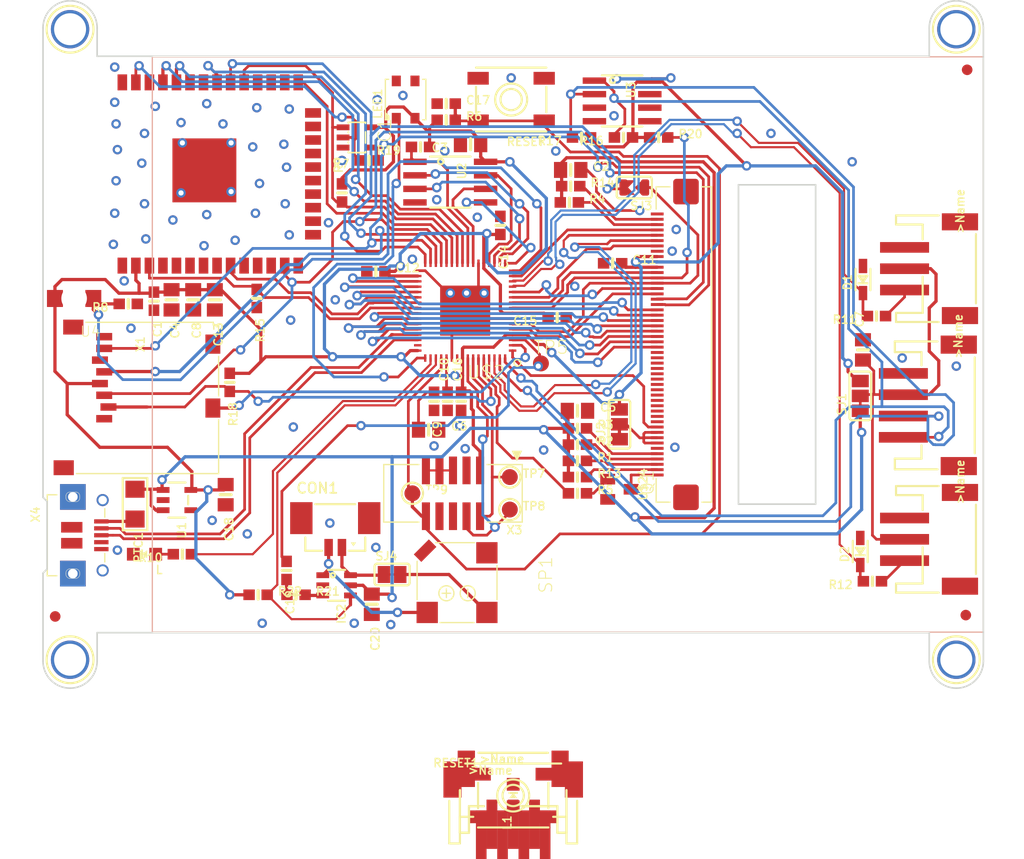
<source format=kicad_pcb>
(kicad_pcb (version 20190421) (host pcbnew "6.0.0-unknown-ef5c691~86~ubuntu18.04.1")
  (layers (0 "Top" signal) (1 "Route2" signal) (2 "Route3" signal) (3 "Route4" signal) (4 "Route5" signal) (5 "Route6" signal) (6 "Route7" signal) (7 "Route8" signal) (8 "Route9" signal) (9 "Route10" signal) (10 "Route11" signal) (11 "Route12" signal) (12 "Route13" signal) (13 "Route14" signal) (14 "Route15" signal) (31 "Bottom" signal) (34 "B.Paste" user) (35 "F.Paste" user) (36 "B.SilkS" user) (37 "F.SilkS" user) (38 "B.Mask" user) (39 "F.Mask" user) (44 "Edge.Cuts" user))
  (net 0 "")
  (net 1 "GND")
  (net 2 "+5V")
  (net 3 "VCC")
  (net 4 "SCL")
  (net 5 "SDA")
  (net 6 "/Adafruit PyPortal_1/~RESET")
  (net 7 "Net-(L-PadA)")
  (net 8 "Net-(R12-Pad1)")
  (net 9 "Net-(NEOPIX-Pad3)")
  (module "Adafruit PyPortal:JSTPH4" (layer "Top") (at 148.5011 147.336601)
    (fp_text reference "I2C1" hide)
    (fp_text value "JST PH 4" hide)
    (fp_text user ">Name" (at -4.318 -1.905) (layer "F.SilkS") (effects (font (size 0.77216 0.77216) (thickness 0.146304)) (justify left bottom)))
    (pad "4" smd rect (at 3 3.7) (size 1 4.6) (layers "Top" "F.Paste" "F.Mask") (net 4 "SCL"))
    (pad "3" smd rect (at 1 3.7) (size 1 4.6) (layers "Top" "F.Paste" "F.Mask") (net 5 "SDA"))
    (pad "NC2" smd rect (at 5.7 -1.5 90) (size 3.4 1.7) (layers "Top" "F.Paste" "F.Mask") (net 1 "GND"))
    (pad "NC1" smd rect (at -5.7 -1.5 90) (size 3.4 1.7) (layers "Top" "F.Paste" "F.Mask") (net 1 "GND"))
    (pad "2" smd rect (at -1 3.7) (size 1 4.6) (layers "Top" "F.Paste" "F.Mask") (net 3 "VCC"))
    (pad "1" smd rect (at -3 3.7) (size 1 4.6) (layers "Top" "F.Paste" "F.Mask") (net 1 "GND"))
  )
  (module "Adafruit PyPortal:JSTPH3" (layer "Top") (at 148.5011 147.336601)
    (fp_text reference "NEOPIX1" hide)
    (fp_text value "JST PH 3" hide)
    (fp_text user ">Name" (at -3.2225 -2.9685) (layer "F.SilkS") (effects (font (size 0.77216 0.77216) (thickness 0.146304)) (justify left bottom)))
    (pad "3" smd rect (at 2 2.7) (size 1 4.6) (layers "Top" "F.Paste" "F.Mask") (net 9 "Net-(NEOPIX-Pad3)"))
    (pad "NC2" smd rect (at 4.4 -2.5 90) (size 3.4 1.6) (layers "Top" "F.Paste" "F.Mask"))
    (pad "NC1" smd rect (at -4.4 -2.5 90) (size 3.4 1.6) (layers "Top" "F.Paste" "F.Mask"))
    (pad "2" smd rect (at 0 2.7) (size 1 4.6) (layers "Top" "F.Paste" "F.Mask") (net 3 "VCC"))
    (pad "1" smd rect (at -2 2.7) (size 1 4.6) (layers "Top" "F.Paste" "F.Mask") (net 1 "GND"))
  )
  (module "Adafruit PyPortal:JSTPH3" (layer "Top") (at 148.5011 147.336601)
    (fp_text reference "SENSE1" hide)
    (fp_text value "JST PH 3" hide)
    (fp_text user ">Name" (at -3.2225 -2.9685) (layer "F.SilkS") (effects (font (size 0.77216 0.77216) (thickness 0.146304)) (justify left bottom)))
    (pad "3" smd rect (at 2 2.7) (size 1 4.6) (layers "Top" "F.Paste" "F.Mask") (net 8 "Net-(R12-Pad1)"))
    (pad "NC2" smd rect (at 4.4 -2.5 90) (size 3.4 1.6) (layers "Top" "F.Paste" "F.Mask"))
    (pad "NC1" smd rect (at -4.4 -2.5 90) (size 3.4 1.6) (layers "Top" "F.Paste" "F.Mask"))
    (pad "2" smd rect (at 0 2.7) (size 1 4.6) (layers "Top" "F.Paste" "F.Mask") (net 3 "VCC"))
    (pad "1" smd rect (at -2 2.7) (size 1 4.6) (layers "Top" "F.Paste" "F.Mask") (net 1 "GND"))
  )
  (module "Adafruit PyPortal:CHIPLED_0805_NOOUTLINE" (layer "Top") (at 148.5011 147.336601)
    (fp_text reference "L1" (at -1.016 1.778 -90) (layer "F.SilkS") (effects (font (size 0.77216 0.77216) (thickness 0.138988)) (justify right top)))
    (fp_text value "RED")
    (pad "A" smd rect (at 0 1.05) (size 1.2 1.2) (layers "Top" "F.Paste" "F.Mask") (net 7 "Net-(L-PadA)"))
    (pad "C" smd rect (at 0 -1.05) (size 1.2 1.2) (layers "Top" "F.Paste" "F.Mask") (net 1 "GND"))
  )
  (module "Adafruit PyPortal:EVQ-Q2_SMALLER" (layer "Top") (at 148.5011 147.336601)
    (fp_text reference "RESET1" (at -3.175 -3.5 -180) (layer "F.SilkS") (effects (font (size 0.77216 0.77216) (thickness 0.138988)) (justify right top)))
    (fp_text value "EVQQ 6mm")
    (pad "A" smd rect (at -3.1 2) (size 2 1.2) (layers "Top" "F.Paste" "F.Mask") (net 1 "GND"))
    (pad "A'" smd rect (at 3.1 2) (size 2 1.2) (layers "Top" "F.Paste" "F.Mask") (net 1 "GND"))
    (pad "B'" smd rect (at 3.1 -2) (size 2 1.2) (layers "Top" "F.Paste" "F.Mask") (net 6 "/Adafruit PyPortal_1/~RESET"))
    (pad "B" smd rect (at -3.1 -2) (size 2 1.2) (layers "Top" "F.Paste" "F.Mask") (net 6 "/Adafruit PyPortal_1/~RESET"))
  )
  (module "Adafruit PyPortal:0603-NO" (layer "Top") (at 154.5336 115.9256)
    (fp_text reference "R1" (at 1.778 0.127) (layer "F.SilkS") (effects (font (size 0.77216 0.77216) (thickness 0.138988)) (justify left bottom)))
    (fp_text value "100")
    (pad "2" smd rect (at 0.85 0) (size 1.075 1) (layers "Top" "F.Paste" "F.Mask"))
    (pad "1" smd rect (at -0.85 0) (size 1.075 1) (layers "Top" "F.Paste" "F.Mask"))
  )
  (module "Adafruit PyPortal:0603-NO" (layer "Top") (at 154.5336 114.4016)
    (fp_text reference "R2" (at 1.778 0.127) (layer "F.SilkS") (effects (font (size 0.77216 0.77216) (thickness 0.138988)) (justify left bottom)))
    (fp_text value "100")
    (pad "2" smd rect (at 0.85 0) (size 1.075 1) (layers "Top" "F.Paste" "F.Mask"))
    (pad "1" smd rect (at -0.85 0) (size 1.075 1) (layers "Top" "F.Paste" "F.Mask"))
  )
  (module "Adafruit PyPortal:0603-NO" (layer "Top") (at 154.5336 112.8776)
    (fp_text reference "R3" (at 1.778 0.127) (layer "F.SilkS") (effects (font (size 0.77216 0.77216) (thickness 0.138988)) (justify left bottom)))
    (fp_text value "100")
    (pad "2" smd rect (at 0.85 0) (size 1.075 1) (layers "Top" "F.Paste" "F.Mask"))
    (pad "1" smd rect (at -0.85 0) (size 1.075 1) (layers "Top" "F.Paste" "F.Mask"))
  )
  (module "Adafruit PyPortal:0603-NO" (layer "Top") (at 153.7716 91.6686)
    (fp_text reference "R4" (at 1.778 0.127) (layer "F.SilkS") (effects (font (size 0.77216 0.77216) (thickness 0.138988)) (justify left bottom)))
    (fp_text value "100")
    (pad "2" smd rect (at 0.85 0) (size 1.075 1) (layers "Top" "F.Paste" "F.Mask"))
    (pad "1" smd rect (at -0.85 0) (size 1.075 1) (layers "Top" "F.Paste" "F.Mask"))
  )
  (module "Adafruit PyPortal:SOT23-BEC" (layer "Top") (at 158.4706 118.5926 270)
    (fp_text reference "Q1" (at -1.905 -1.905 90) (layer "F.SilkS") (effects (font (size 1.2065 1.2065) (thickness 0.09652)) (justify right top)))
    (fp_text value "MMBT2222")
    (pad "B" smd rect (at -0.95 1.1 270) (size 1 1.4) (layers "Top" "F.Paste" "F.Mask"))
    (pad "E" smd rect (at 0.95 1.1 270) (size 1 1.4) (layers "Top" "F.Paste" "F.Mask"))
    (pad "C" smd rect (at 0 -1.1 270) (size 1 1.4) (layers "Top" "F.Paste" "F.Mask"))
  )
  (module "Adafruit PyPortal:0603-NO" (layer "Top") (at 154.5336 118.9736)
    (fp_text reference "R5" (at 1.778 0.127) (layer "F.SilkS") (effects (font (size 0.77216 0.77216) (thickness 0.138988)) (justify left bottom)))
    (fp_text value "1K")
    (pad "2" smd rect (at 0.85 0) (size 1.075 1) (layers "Top" "F.Paste" "F.Mask"))
    (pad "1" smd rect (at -0.85 0) (size 1.075 1) (layers "Top" "F.Paste" "F.Mask"))
  )
  (module "Adafruit PyPortal:FIDUCIAL_1MM" (layer "Top") (at 191.1096 79.2226 90)
    (fp_text reference "U$9" hide)
    (fp_text value "FIDUCIAL_1MM" hide)
    (pad "1" smd roundrect (at 0 0 90) (size 1 1) (layers "Top" "F.Mask") (roundrect_rratio 0.5))
  )
  (module "Adafruit PyPortal:FIDUCIAL_1MM" (layer "Top") (at 105.5116 130.5306 90)
    (fp_text reference "U$11" hide)
    (fp_text value "FIDUCIAL_1MM" hide)
    (pad "1" smd roundrect (at 0 0 90) (size 1 1) (layers "Top" "F.Mask") (roundrect_rratio 0.5))
  )
  (module "Adafruit PyPortal:0805-NO" (layer "Top") (at 144.5006 86.2076 180)
    (fp_text reference "C3" (at 2.032 0.127) (layer "F.SilkS") (effects (font (size 0.77216 0.77216) (thickness 0.138988)) (justify right top)))
    (fp_text value "10uF")
    (pad "2" smd rect (at 0.95 0 180) (size 1.24 1.5) (layers "Top" "F.Paste" "F.Mask"))
    (pad "1" smd rect (at -0.95 0 180) (size 1.24 1.5) (layers "Top" "F.Paste" "F.Mask"))
  )
  (module "Adafruit PyPortal:0805-NO" (layer "Top") (at 116.4336 100.8126 270)
    (fp_text reference "C4" (at 2.032 0.127 90) (layer "F.SilkS") (effects (font (size 0.77216 0.77216) (thickness 0.138988)) (justify right top)))
    (fp_text value "0.1uF")
    (pad "2" smd rect (at 0.95 0 270) (size 1.24 1.5) (layers "Top" "F.Paste" "F.Mask"))
    (pad "1" smd rect (at -0.95 0 270) (size 1.24 1.5) (layers "Top" "F.Paste" "F.Mask"))
  )
  (module "Adafruit PyPortal:0603-NO" (layer "Top") (at 114.7826 100.9396 270)
    (fp_text reference "C1" (at 1.778 0.127 90) (layer "F.SilkS") (effects (font (size 0.77216 0.77216) (thickness 0.138988)) (justify right top)))
    (fp_text value "0.1uF")
    (pad "2" smd rect (at 0.85 0 270) (size 1.075 1) (layers "Top" "F.Paste" "F.Mask"))
    (pad "1" smd rect (at -0.85 0 270) (size 1.075 1) (layers "Top" "F.Paste" "F.Mask"))
  )
  (module "Adafruit PyPortal:0805-NO" (layer "Top") (at 154.5336 111.2266)
    (fp_text reference "C5" (at 2.032 0.127) (layer "F.SilkS") (effects (font (size 0.77216 0.77216) (thickness 0.138988)) (justify left bottom)))
    (fp_text value "10uF")
    (pad "2" smd rect (at 0.95 0) (size 1.24 1.5) (layers "Top" "F.Paste" "F.Mask"))
    (pad "1" smd rect (at -0.95 0) (size 1.24 1.5) (layers "Top" "F.Paste" "F.Mask"))
  )
  (module "Adafruit PyPortal:MOUNTINGHOLE_3.0_PLATEDTHIN" (layer "Top") (at 190.0936 134.5946 90)
    (fp_text reference "U$7" hide)
    (fp_text value "MOUNTINGHOLE3.0THIN" hide)
    (pad "P$1" thru_hole circle (at 0 0 90) (size 3.6 3.6) (drill 3) (layers *.Cu *.Mask))
  )
  (module "Adafruit PyPortal:MOUNTINGHOLE_3.0_PLATEDTHIN" (layer "Top") (at 190.0936 75.4126 90)
    (fp_text reference "U$15" hide)
    (fp_text value "MOUNTINGHOLE3.0THIN" hide)
    (pad "P$1" thru_hole circle (at 0 0 90) (size 3.6 3.6) (drill 3) (layers *.Cu *.Mask))
  )
  (module "Adafruit PyPortal:MOUNTINGHOLE_3.0_PLATEDTHIN" (layer "Top") (at 106.9086 134.5946 90)
    (fp_text reference "U$16" hide)
    (fp_text value "MOUNTINGHOLE3.0THIN" hide)
    (pad "P$1" thru_hole circle (at 0 0 90) (size 3.6 3.6) (drill 3) (layers *.Cu *.Mask))
  )
  (module "Adafruit PyPortal:MOUNTINGHOLE_3.0_PLATEDTHIN" (layer "Top") (at 106.9086 75.4126 90)
    (fp_text reference "U$17" hide)
    (fp_text value "MOUNTINGHOLE3.0THIN" hide)
    (pad "P$1" thru_hole circle (at 0 0 90) (size 3.6 3.6) (drill 3) (layers *.Cu *.Mask))
  )
  (module "Adafruit PyPortal:MICROSD" (layer "Top") (at 120.7516 102.9716 270)
    (fp_text reference "X1" (at 1.18 7.69 90) (layer "F.SilkS") (effects (font (size 0.77216 0.77216) (thickness 0.138988)) (justify right top)))
    (fp_text value "microSD")
    (pad "1" smd rect (at 9 10.64 270) (size 0.7 1.5) (layers "Top" "F.Paste" "F.Mask"))
    (pad "2" smd rect (at 7.9 10.24 270) (size 0.7 1.5) (layers "Top" "F.Paste" "F.Mask"))
    (pad "3" smd rect (at 6.8 10.64 270) (size 0.7 1.5) (layers "Top" "F.Paste" "F.Mask"))
    (pad "4" smd rect (at 5.7 11.04 270) (size 0.7 1.5) (layers "Top" "F.Paste" "F.Mask"))
    (pad "5" smd rect (at 4.6 10.64 270) (size 0.7 1.5) (layers "Top" "F.Paste" "F.Mask"))
    (pad "6" smd rect (at 3.5 11.04 270) (size 0.7 1.5) (layers "Top" "F.Paste" "F.Mask"))
    (pad "7" smd rect (at 2.4 10.64 270) (size 0.7 1.5) (layers "Top" "F.Paste" "F.Mask"))
    (pad "8" smd rect (at 1.3 10.64 270) (size 0.7 1.5) (layers "Top" "F.Paste" "F.Mask"))
    (pad "CD2" smd rect (at 8 0.44) (size 1.4 1.8) (layers "Top" "F.Paste" "F.Mask"))
    (pad "CD1" smd rect (at 2 0.44) (size 1.4 1.8) (layers "Top" "F.Paste" "F.Mask"))
    (pad "MT2" smd rect (at 13.6 14.44 270) (size 1.4 1.9) (layers "Top" "F.Paste" "F.Mask"))
    (pad "MT1" smd rect (at 0.4 13.54 270) (size 1.4 1.9) (layers "Top" "F.Paste" "F.Mask"))
  )
  (module "Adafruit PyPortal:0805-NO" (layer "Top") (at 153.8986 88.6206)
    (fp_text reference "C2" (at 2.032 0.127) (layer "F.SilkS") (effects (font (size 0.77216 0.77216) (thickness 0.138988)) (justify left bottom)))
    (fp_text value "10uF")
    (pad "2" smd rect (at 0.95 0) (size 1.24 1.5) (layers "Top" "F.Paste" "F.Mask"))
    (pad "1" smd rect (at -0.95 0) (size 1.24 1.5) (layers "Top" "F.Paste" "F.Mask"))
  )
  (module "Adafruit PyPortal:FIDUCIAL_1MM" (layer "Top") (at 190.9826 130.4036 90)
    (fp_text reference "U$23" hide)
    (fp_text value "FIDUCIAL_1MM" hide)
    (pad "1" smd roundrect (at 0 0 90) (size 1 1) (layers "Top" "F.Mask") (roundrect_rratio 0.5))
  )
  (module "Adafruit PyPortal:TFT_3.2IN_240X320_50PIN" (layer "Bottom") (at 152.6286 105.0036 270)
    (fp_text reference "U$24" (at 14.726 -8.513 90) (layer "F.SilkS") (effects (font (size 0.77216 0.77216) (thickness 0.138988)) (justify left bottom)))
    (fp_text value "DISP_LCD_6LED_240X320_50PIN")
    (pad "PAD2" smd roundrect (at -14.35 -12.09 90) (size 2.4 2.4) (layers "Top" "F.Paste" "F.Mask") (roundrect_rratio 0.125))
    (pad "PAD1" smd roundrect (at 14.35 -12.09 90) (size 2.4 2.4) (layers "Top" "F.Paste" "F.Mask") (roundrect_rratio 0.125))
    (pad "50" smd rect (at -12.25 -9.39 90) (size 0.275 1.2) (layers "Top" "F.Paste" "F.Mask"))
    (pad "49" smd rect (at -11.75 -9.39 90) (size 0.275 1.2) (layers "Top" "F.Paste" "F.Mask"))
    (pad "48" smd rect (at -11.25 -9.39 90) (size 0.275 1.2) (layers "Top" "F.Paste" "F.Mask"))
    (pad "47" smd rect (at -10.75 -9.39 90) (size 0.275 1.2) (layers "Top" "F.Paste" "F.Mask"))
    (pad "46" smd rect (at -10.25 -9.39 90) (size 0.275 1.2) (layers "Top" "F.Paste" "F.Mask"))
    (pad "45" smd rect (at -9.75 -9.39 90) (size 0.275 1.2) (layers "Top" "F.Paste" "F.Mask"))
    (pad "44" smd rect (at -9.25 -9.39 90) (size 0.275 1.2) (layers "Top" "F.Paste" "F.Mask"))
    (pad "43" smd rect (at -8.75 -9.39 90) (size 0.275 1.2) (layers "Top" "F.Paste" "F.Mask"))
    (pad "42" smd rect (at -8.25 -9.39 90) (size 0.275 1.2) (layers "Top" "F.Paste" "F.Mask"))
    (pad "41" smd rect (at -7.75 -9.39 90) (size 0.275 1.2) (layers "Top" "F.Paste" "F.Mask"))
    (pad "40" smd rect (at -7.25 -9.39 90) (size 0.275 1.2) (layers "Top" "F.Paste" "F.Mask"))
    (pad "39" smd rect (at -6.75 -9.39 90) (size 0.275 1.2) (layers "Top" "F.Paste" "F.Mask"))
    (pad "38" smd rect (at -6.25 -9.39 90) (size 0.275 1.2) (layers "Top" "F.Paste" "F.Mask"))
    (pad "37" smd rect (at -5.75 -9.39 90) (size 0.275 1.2) (layers "Top" "F.Paste" "F.Mask"))
    (pad "36" smd rect (at -5.25 -9.39 90) (size 0.275 1.2) (layers "Top" "F.Paste" "F.Mask"))
    (pad "35" smd rect (at -4.75 -9.39 90) (size 0.275 1.2) (layers "Top" "F.Paste" "F.Mask"))
    (pad "34" smd rect (at -4.25 -9.39 90) (size 0.275 1.2) (layers "Top" "F.Paste" "F.Mask"))
    (pad "33" smd rect (at -3.75 -9.39 90) (size 0.275 1.2) (layers "Top" "F.Paste" "F.Mask"))
    (pad "32" smd rect (at -3.25 -9.39 90) (size 0.275 1.2) (layers "Top" "F.Paste" "F.Mask"))
    (pad "31" smd rect (at -2.75 -9.39 90) (size 0.275 1.2) (layers "Top" "F.Paste" "F.Mask"))
    (pad "30" smd rect (at -2.25 -9.39 90) (size 0.275 1.2) (layers "Top" "F.Paste" "F.Mask"))
    (pad "29" smd rect (at -1.75 -9.39 90) (size 0.275 1.2) (layers "Top" "F.Paste" "F.Mask"))
    (pad "28" smd rect (at -1.25 -9.39 90) (size 0.275 1.2) (layers "Top" "F.Paste" "F.Mask"))
    (pad "27" smd rect (at -0.75 -9.39 90) (size 0.275 1.2) (layers "Top" "F.Paste" "F.Mask"))
    (pad "26" smd rect (at -0.25 -9.39 90) (size 0.275 1.2) (layers "Top" "F.Paste" "F.Mask"))
    (pad "25" smd rect (at 0.25 -9.39 90) (size 0.275 1.2) (layers "Top" "F.Paste" "F.Mask"))
    (pad "24" smd rect (at 0.75 -9.39 90) (size 0.275 1.2) (layers "Top" "F.Paste" "F.Mask"))
    (pad "23" smd rect (at 1.25 -9.39 90) (size 0.275 1.2) (layers "Top" "F.Paste" "F.Mask"))
    (pad "22" smd rect (at 1.75 -9.39 90) (size 0.275 1.2) (layers "Top" "F.Paste" "F.Mask"))
    (pad "21" smd rect (at 2.25 -9.39 90) (size 0.275 1.2) (layers "Top" "F.Paste" "F.Mask"))
    (pad "20" smd rect (at 2.75 -9.39 90) (size 0.275 1.2) (layers "Top" "F.Paste" "F.Mask"))
    (pad "19" smd rect (at 3.25 -9.39 90) (size 0.275 1.2) (layers "Top" "F.Paste" "F.Mask"))
    (pad "18" smd rect (at 3.75 -9.39 90) (size 0.275 1.2) (layers "Top" "F.Paste" "F.Mask"))
    (pad "17" smd rect (at 4.25 -9.39 90) (size 0.275 1.2) (layers "Top" "F.Paste" "F.Mask"))
    (pad "16" smd rect (at 4.75 -9.39 90) (size 0.275 1.2) (layers "Top" "F.Paste" "F.Mask"))
    (pad "15" smd rect (at 5.25 -9.39 90) (size 0.275 1.2) (layers "Top" "F.Paste" "F.Mask"))
    (pad "14" smd rect (at 5.75 -9.39 90) (size 0.275 1.2) (layers "Top" "F.Paste" "F.Mask"))
    (pad "13" smd rect (at 6.25 -9.39 90) (size 0.275 1.2) (layers "Top" "F.Paste" "F.Mask"))
    (pad "12" smd rect (at 6.75 -9.39 90) (size 0.275 1.2) (layers "Top" "F.Paste" "F.Mask"))
    (pad "11" smd rect (at 7.25 -9.39 90) (size 0.275 1.2) (layers "Top" "F.Paste" "F.Mask"))
    (pad "10" smd rect (at 7.75 -9.39 90) (size 0.275 1.2) (layers "Top" "F.Paste" "F.Mask"))
    (pad "9" smd rect (at 8.25 -9.39 90) (size 0.275 1.2) (layers "Top" "F.Paste" "F.Mask"))
    (pad "8" smd rect (at 8.75 -9.39 90) (size 0.275 1.2) (layers "Top" "F.Paste" "F.Mask"))
    (pad "7" smd rect (at 9.25 -9.39 90) (size 0.275 1.2) (layers "Top" "F.Paste" "F.Mask"))
    (pad "6" smd rect (at 9.75 -9.39 90) (size 0.275 1.2) (layers "Top" "F.Paste" "F.Mask"))
    (pad "5" smd rect (at 10.25 -9.39 90) (size 0.275 1.2) (layers "Top" "F.Paste" "F.Mask"))
    (pad "4" smd rect (at 10.75 -9.39 90) (size 0.275 1.2) (layers "Top" "F.Paste" "F.Mask"))
    (pad "3" smd rect (at 11.25 -9.39 90) (size 0.275 1.2) (layers "Top" "F.Paste" "F.Mask"))
    (pad "2" smd rect (at 11.75 -9.39 90) (size 0.275 1.2) (layers "Top" "F.Paste" "F.Mask"))
    (pad "1" smd rect (at 12.25 -9.39 90) (size 0.275 1.2) (layers "Top" "F.Paste" "F.Mask"))
  )
  (module "Adafruit PyPortal:0603-NO" (layer "Top") (at 154.5336 117.4496)
    (fp_text reference "R13" (at 1.778 0.127) (layer "F.SilkS") (effects (font (size 0.77216 0.77216) (thickness 0.138988)) (justify left bottom)))
    (fp_text value "100")
    (pad "2" smd rect (at 0.85 0) (size 1.075 1) (layers "Top" "F.Paste" "F.Mask"))
    (pad "1" smd rect (at -0.85 0) (size 1.075 1) (layers "Top" "F.Paste" "F.Mask"))
  )
  (module "Adafruit PyPortal:0603-NO" (layer "Top") (at 153.8986 90.1446)
    (fp_text reference "R14" (at 1.778 0.127) (layer "F.SilkS") (effects (font (size 0.77216 0.77216) (thickness 0.138988)) (justify left bottom)))
    (fp_text value "100")
    (pad "2" smd rect (at 0.85 0) (size 1.075 1) (layers "Top" "F.Paste" "F.Mask"))
    (pad "1" smd rect (at -0.85 0) (size 1.075 1) (layers "Top" "F.Paste" "F.Mask"))
  )
  (module "Adafruit PyPortal:EVQ-Q2_SMALLER" (layer "Top") (at 148.3106 82.0166 180)
    (fp_text reference "RESET" (at -3.175 -3.5) (layer "F.SilkS") (effects (font (size 0.77216 0.77216) (thickness 0.138988)) (justify right top)))
    (fp_text value "EVQQ 6mm")
    (pad "A" smd rect (at -3.1 2 180) (size 2 1.2) (layers "Top" "F.Paste" "F.Mask") (net 1 "GND"))
    (pad "A'" smd rect (at 3.1 2 180) (size 2 1.2) (layers "Top" "F.Paste" "F.Mask") (net 1 "GND"))
    (pad "B'" smd rect (at 3.1 -2 180) (size 2 1.2) (layers "Top" "F.Paste" "F.Mask") (net 6 "/Adafruit PyPortal_1/~RESET"))
    (pad "B" smd rect (at -3.1 -2 180) (size 2 1.2) (layers "Top" "F.Paste" "F.Mask") (net 6 "/Adafruit PyPortal_1/~RESET"))
  )
  (module "Adafruit PyPortal:PQFN64-1" (layer "Top") (at 143.9926 101.8286 180)
    (fp_text reference "U$2" (at -3.81 -5.08) (layer "F.SilkS") (effects (font (size 1.2065 1.2065) (thickness 0.09652)) (justify right top)))
    (fp_text value "ATSAMD51J20")
    (pad "EXP" smd rect (at 0 0 180) (size 4.7 4.7) (layers "Top" "F.Mask"))
    (pad "64" smd rect (at -3.75 -4.45 90) (size 0.7 0.22) (layers "Top" "F.Paste" "F.Mask"))
    (pad "63" smd rect (at -3.25 -4.45 90) (size 0.7 0.22) (layers "Top" "F.Paste" "F.Mask"))
    (pad "62" smd rect (at -2.75 -4.45 90) (size 0.7 0.22) (layers "Top" "F.Paste" "F.Mask"))
    (pad "61" smd rect (at -2.25 -4.45 90) (size 0.7 0.22) (layers "Top" "F.Paste" "F.Mask"))
    (pad "60" smd rect (at -1.75 -4.45 90) (size 0.7 0.22) (layers "Top" "F.Paste" "F.Mask"))
    (pad "59" smd rect (at -1.25 -4.45 90) (size 0.7 0.22) (layers "Top" "F.Paste" "F.Mask"))
    (pad "58" smd rect (at -0.75 -4.45 90) (size 0.7 0.22) (layers "Top" "F.Paste" "F.Mask"))
    (pad "57" smd rect (at -0.25 -4.45 90) (size 0.7 0.22) (layers "Top" "F.Paste" "F.Mask"))
    (pad "56" smd rect (at 0.25 -4.45 90) (size 0.7 0.22) (layers "Top" "F.Paste" "F.Mask"))
    (pad "55" smd rect (at 0.75 -4.45 90) (size 0.7 0.22) (layers "Top" "F.Paste" "F.Mask"))
    (pad "54" smd rect (at 1.25 -4.45 90) (size 0.7 0.22) (layers "Top" "F.Paste" "F.Mask"))
    (pad "53" smd rect (at 1.75 -4.45 90) (size 0.7 0.22) (layers "Top" "F.Paste" "F.Mask"))
    (pad "52" smd rect (at 2.25 -4.45 90) (size 0.7 0.22) (layers "Top" "F.Paste" "F.Mask"))
    (pad "51" smd rect (at 2.75 -4.45 90) (size 0.7 0.22) (layers "Top" "F.Paste" "F.Mask"))
    (pad "50" smd rect (at 3.25 -4.45 90) (size 0.7 0.22) (layers "Top" "F.Paste" "F.Mask"))
    (pad "49" smd rect (at 3.75 -4.45 90) (size 0.7 0.22) (layers "Top" "F.Paste" "F.Mask"))
    (pad "48" smd rect (at 4.45 -3.75) (size 0.7 0.22) (layers "Top" "F.Paste" "F.Mask"))
    (pad "47" smd rect (at 4.45 -3.25) (size 0.7 0.22) (layers "Top" "F.Paste" "F.Mask"))
    (pad "46" smd rect (at 4.45 -2.75) (size 0.7 0.22) (layers "Top" "F.Paste" "F.Mask"))
    (pad "45" smd rect (at 4.45 -2.25) (size 0.7 0.22) (layers "Top" "F.Paste" "F.Mask"))
    (pad "44" smd rect (at 4.45 -1.75) (size 0.7 0.22) (layers "Top" "F.Paste" "F.Mask"))
    (pad "43" smd rect (at 4.45 -1.25) (size 0.7 0.22) (layers "Top" "F.Paste" "F.Mask"))
    (pad "42" smd rect (at 4.45 -0.75) (size 0.7 0.22) (layers "Top" "F.Paste" "F.Mask"))
    (pad "41" smd rect (at 4.45 -0.25) (size 0.7 0.22) (layers "Top" "F.Paste" "F.Mask"))
    (pad "40" smd rect (at 4.45 0.25) (size 0.7 0.22) (layers "Top" "F.Paste" "F.Mask"))
    (pad "39" smd rect (at 4.45 0.75) (size 0.7 0.22) (layers "Top" "F.Paste" "F.Mask"))
    (pad "38" smd rect (at 4.45 1.25) (size 0.7 0.22) (layers "Top" "F.Paste" "F.Mask"))
    (pad "37" smd rect (at 4.45 1.75) (size 0.7 0.22) (layers "Top" "F.Paste" "F.Mask"))
    (pad "36" smd rect (at 4.45 2.25) (size 0.7 0.22) (layers "Top" "F.Paste" "F.Mask"))
    (pad "35" smd rect (at 4.45 2.75) (size 0.7 0.22) (layers "Top" "F.Paste" "F.Mask"))
    (pad "34" smd rect (at 4.45 3.25) (size 0.7 0.22) (layers "Top" "F.Paste" "F.Mask"))
    (pad "33" smd rect (at 4.45 3.75) (size 0.7 0.22) (layers "Top" "F.Paste" "F.Mask"))
    (pad "32" smd rect (at 3.75 4.45 270) (size 0.7 0.22) (layers "Top" "F.Paste" "F.Mask"))
    (pad "31" smd rect (at 3.25 4.45 270) (size 0.7 0.22) (layers "Top" "F.Paste" "F.Mask"))
    (pad "30" smd rect (at 2.75 4.45 270) (size 0.7 0.22) (layers "Top" "F.Paste" "F.Mask"))
    (pad "29" smd rect (at 2.25 4.45 270) (size 0.7 0.22) (layers "Top" "F.Paste" "F.Mask"))
    (pad "28" smd rect (at 1.75 4.45 270) (size 0.7 0.22) (layers "Top" "F.Paste" "F.Mask"))
    (pad "27" smd rect (at 1.25 4.45 270) (size 0.7 0.22) (layers "Top" "F.Paste" "F.Mask"))
    (pad "26" smd rect (at 0.75 4.45 270) (size 0.7 0.22) (layers "Top" "F.Paste" "F.Mask"))
    (pad "25" smd rect (at 0.25 4.45 270) (size 0.7 0.22) (layers "Top" "F.Paste" "F.Mask"))
    (pad "24" smd rect (at -0.25 4.45 270) (size 0.7 0.22) (layers "Top" "F.Paste" "F.Mask"))
    (pad "23" smd rect (at -0.75 4.45 270) (size 0.7 0.22) (layers "Top" "F.Paste" "F.Mask"))
    (pad "22" smd rect (at -1.25 4.45 270) (size 0.7 0.22) (layers "Top" "F.Paste" "F.Mask"))
    (pad "21" smd rect (at -1.75 4.45 270) (size 0.7 0.22) (layers "Top" "F.Paste" "F.Mask"))
    (pad "20" smd rect (at -2.25 4.45 270) (size 0.7 0.22) (layers "Top" "F.Paste" "F.Mask"))
    (pad "19" smd rect (at -2.75 4.45 270) (size 0.7 0.22) (layers "Top" "F.Paste" "F.Mask"))
    (pad "18" smd rect (at -3.25 4.45 270) (size 0.7 0.22) (layers "Top" "F.Paste" "F.Mask"))
    (pad "17" smd rect (at -3.75 4.45 270) (size 0.7 0.22) (layers "Top" "F.Paste" "F.Mask"))
    (pad "16" smd rect (at -4.45 3.75 180) (size 0.7 0.22) (layers "Top" "F.Paste" "F.Mask"))
    (pad "15" smd rect (at -4.45 3.25 180) (size 0.7 0.22) (layers "Top" "F.Paste" "F.Mask"))
    (pad "14" smd rect (at -4.45 2.75 180) (size 0.7 0.22) (layers "Top" "F.Paste" "F.Mask"))
    (pad "13" smd rect (at -4.45 2.25 180) (size 0.7 0.22) (layers "Top" "F.Paste" "F.Mask"))
    (pad "12" smd rect (at -4.45 1.75 180) (size 0.7 0.22) (layers "Top" "F.Paste" "F.Mask"))
    (pad "11" smd rect (at -4.45 1.25 180) (size 0.7 0.22) (layers "Top" "F.Paste" "F.Mask"))
    (pad "10" smd rect (at -4.45 0.75 180) (size 0.7 0.22) (layers "Top" "F.Paste" "F.Mask"))
    (pad "9" smd rect (at -4.45 0.25 180) (size 0.7 0.22) (layers "Top" "F.Paste" "F.Mask"))
    (pad "8" smd rect (at -4.45 -0.25 180) (size 0.7 0.22) (layers "Top" "F.Paste" "F.Mask"))
    (pad "7" smd rect (at -4.45 -0.75 180) (size 0.7 0.22) (layers "Top" "F.Paste" "F.Mask"))
    (pad "6" smd rect (at -4.45 -1.25 180) (size 0.7 0.22) (layers "Top" "F.Paste" "F.Mask"))
    (pad "5" smd rect (at -4.45 -1.75 180) (size 0.7 0.22) (layers "Top" "F.Paste" "F.Mask"))
    (pad "4" smd rect (at -4.45 -2.25 180) (size 0.7 0.22) (layers "Top" "F.Paste" "F.Mask"))
    (pad "3" smd rect (at -4.45 -2.75 180) (size 0.7 0.22) (layers "Top" "F.Paste" "F.Mask"))
    (pad "2" smd rect (at -4.45 -3.25 180) (size 0.7 0.22) (layers "Top" "F.Paste" "F.Mask"))
    (pad "1" smd rect (at -4.45 -3.75 180) (size 0.7 0.22) (layers "Top" "F.Paste" "F.Mask"))
  )
  (module "Adafruit PyPortal:0805-NO" (layer "Top") (at 140.5636 113.0046)
    (fp_text reference "C6" (at 2.032 0.127) (layer "F.SilkS") (effects (font (size 0.77216 0.77216) (thickness 0.138988)) (justify left bottom)))
    (fp_text value "10uF")
    (pad "2" smd rect (at 0.95 0) (size 1.24 1.5) (layers "Top" "F.Paste" "F.Mask"))
    (pad "1" smd rect (at -0.95 0) (size 1.24 1.5) (layers "Top" "F.Paste" "F.Mask"))
  )
  (module "Adafruit PyPortal:0603-NO" (layer "Top") (at 141.0716 110.3376 270)
    (fp_text reference "C9" (at 1.778 0.127 90) (layer "F.SilkS") (effects (font (size 0.77216 0.77216) (thickness 0.138988)) (justify right top)))
    (fp_text value "1uF")
    (pad "2" smd rect (at 0.85 0 270) (size 1.075 1) (layers "Top" "F.Paste" "F.Mask"))
    (pad "1" smd rect (at -0.85 0 270) (size 1.075 1) (layers "Top" "F.Paste" "F.Mask"))
  )
  (module "Adafruit PyPortal:0603-NO" (layer "Top") (at 142.2146 83.9216)
    (fp_text reference "R6" (at 1.778 0.127) (layer "F.SilkS") (effects (font (size 0.77216 0.77216) (thickness 0.138988)) (justify left bottom)))
    (fp_text value "10K")
    (pad "2" smd rect (at 0.85 0) (size 1.075 1) (layers "Top" "F.Paste" "F.Mask"))
    (pad "1" smd rect (at -0.85 0) (size 1.075 1) (layers "Top" "F.Paste" "F.Mask"))
  )
  (module "Adafruit PyPortal:0603-NO" (layer "Top") (at 142.3416 110.3376 90)
    (fp_text reference "C10" (at 1.778 0.127 90) (layer "F.SilkS") (effects (font (size 0.77216 0.77216) (thickness 0.138988)) (justify left bottom)))
    (fp_text value ".1u")
    (pad "2" smd rect (at 0.85 0 90) (size 1.075 1) (layers "Top" "F.Paste" "F.Mask"))
    (pad "1" smd rect (at -0.85 0 90) (size 1.075 1) (layers "Top" "F.Paste" "F.Mask"))
  )
  (module "Adafruit PyPortal:0603-NO" (layer "Top") (at 157.8356 97.3836)
    (fp_text reference "C11" (at 1.778 0.127) (layer "F.SilkS") (effects (font (size 0.77216 0.77216) (thickness 0.138988)) (justify left bottom)))
    (fp_text value ".1u")
    (pad "2" smd rect (at 0.85 0) (size 1.075 1) (layers "Top" "F.Paste" "F.Mask"))
    (pad "1" smd rect (at -0.85 0) (size 1.075 1) (layers "Top" "F.Paste" "F.Mask"))
  )
  (module "Adafruit PyPortal:0603-NO" (layer "Top") (at 135.6106 98.1456)
    (fp_text reference "C12" (at 1.778 0.127) (layer "F.SilkS") (effects (font (size 0.77216 0.77216) (thickness 0.138988)) (justify left bottom)))
    (fp_text value ".1u")
    (pad "2" smd rect (at 0.85 0) (size 1.075 1) (layers "Top" "F.Paste" "F.Mask"))
    (pad "1" smd rect (at -0.85 0) (size 1.075 1) (layers "Top" "F.Paste" "F.Mask"))
  )
  (module "Adafruit PyPortal:0603-NO" (layer "Top") (at 147.2946 93.8276 270)
    (fp_text reference "C14" (at 1.778 0.127 90) (layer "F.SilkS") (effects (font (size 0.77216 0.77216) (thickness 0.138988)) (justify right top)))
    (fp_text value ".1u")
    (pad "2" smd rect (at 0.85 0 270) (size 1.075 1) (layers "Top" "F.Paste" "F.Mask"))
    (pad "1" smd rect (at -0.85 0 270) (size 1.075 1) (layers "Top" "F.Paste" "F.Mask"))
  )
  (module "Adafruit PyPortal:0603-NO" (layer "Top") (at 152.6286 102.4636 180)
    (fp_text reference "C15" (at 1.778 0.127) (layer "F.SilkS") (effects (font (size 0.77216 0.77216) (thickness 0.138988)) (justify right top)))
    (fp_text value ".1u")
    (pad "2" smd rect (at 0.85 0 180) (size 1.075 1) (layers "Top" "F.Paste" "F.Mask"))
    (pad "1" smd rect (at -0.85 0 180) (size 1.075 1) (layers "Top" "F.Paste" "F.Mask"))
  )
  (module "Adafruit PyPortal:0603-NO" (layer "Top") (at 143.6116 110.3376 90)
    (fp_text reference "C16" (at 1.778 0.127 90) (layer "F.SilkS") (effects (font (size 0.77216 0.77216) (thickness 0.138988)) (justify left bottom)))
    (fp_text value ".1u")
    (pad "2" smd rect (at 0.85 0 90) (size 1.075 1) (layers "Top" "F.Paste" "F.Mask"))
    (pad "1" smd rect (at -0.85 0 90) (size 1.075 1) (layers "Top" "F.Paste" "F.Mask"))
  )
  (module "Adafruit PyPortal:0603-NO" (layer "Top") (at 142.2146 82.3976)
    (fp_text reference "C17" (at 1.778 0.127) (layer "F.SilkS") (effects (font (size 0.77216 0.77216) (thickness 0.138988)) (justify left bottom)))
    (fp_text value "0.1uF")
    (pad "2" smd rect (at 0.85 0) (size 1.075 1) (layers "Top" "F.Paste" "F.Mask"))
    (pad "1" smd rect (at -0.85 0) (size 1.075 1) (layers "Top" "F.Paste" "F.Mask"))
  )
  (module "Adafruit PyPortal:0603-NO" (layer "Top") (at 132.4356 90.7796 90)
    (fp_text reference "R9" (at 1.778 0.127 90) (layer "F.SilkS") (effects (font (size 0.77216 0.77216) (thickness 0.138988)) (justify left bottom)))
    (fp_text value "10K")
    (pad "2" smd rect (at 0.85 0 90) (size 1.075 1) (layers "Top" "F.Paste" "F.Mask"))
    (pad "1" smd rect (at -0.85 0 90) (size 1.075 1) (layers "Top" "F.Paste" "F.Mask"))
  )
  (module "Adafruit PyPortal:SOT23-5" (layer "Top") (at 116.9416 119.6086 270)
    (fp_text reference "U1" (at 1.978 0 90) (layer "F.SilkS") (effects (font (size 0.77216 0.77216) (thickness 0.138988)) (justify right top)))
    (fp_text value "AP2112-3.3")
    (pad "5" smd rect (at -0.95 -1.3001 270) (size 0.55 1.2) (layers "Top" "F.Paste" "F.Mask"))
    (pad "4" smd rect (at 0.95 -1.3001 270) (size 0.55 1.2) (layers "Top" "F.Paste" "F.Mask"))
    (pad "3" smd rect (at 0.95 1.3001 270) (size 0.55 1.2) (layers "Top" "F.Paste" "F.Mask"))
    (pad "2" smd rect (at 0 1.3001 270) (size 0.55 1.2) (layers "Top" "F.Paste" "F.Mask"))
    (pad "1" smd rect (at -0.95 1.3001 270) (size 0.55 1.2) (layers "Top" "F.Paste" "F.Mask"))
  )
  (module "Adafruit PyPortal:ALS-PT26-21C" (layer "Top") (at 107.2896 100.6856 180)
    (fp_text reference "U4" (at -2.54 -2.54) (layer "F.SilkS") (effects (font (size 0.9652 0.9652) (thickness 0.077216)) (justify right top)))
    (fp_text value "ALS-PT21" hide)
    (pad "" np_thru_hole circle (at 0 0 180) (size 2.4 2.4) (drill 2.4) (layers *.Cu *.Mask))
    (pad "2_C" smd rect (at 1.8 0 180) (size 1.5 1.6) (layers "Top" "F.Mask"))
    (pad "1_E" smd rect (at -1.8 0 180) (size 1.5 1.6) (layers "Top" "F.Mask"))
  )
  (module "Adafruit PyPortal:0603-NO" (layer "Top") (at 112.3696 101.1936 180)
    (fp_text reference "R8" (at 1.778 0.127) (layer "F.SilkS") (effects (font (size 0.77216 0.77216) (thickness 0.138988)) (justify right top)))
    (fp_text value "10K")
    (pad "2" smd rect (at 0.85 0 180) (size 1.075 1) (layers "Top" "F.Paste" "F.Mask"))
    (pad "1" smd rect (at -0.85 0 180) (size 1.075 1) (layers "Top" "F.Paste" "F.Mask"))
  )
  (module "Adafruit PyPortal:CHIPLED_0805_NOOUTLINE" (layer "Top") (at 113.8936 124.6886 90)
    (fp_text reference "L" (at -1.016 1.778) (layer "F.SilkS") (effects (font (size 0.77216 0.77216) (thickness 0.138988)) (justify right top)))
    (fp_text value "RED")
    (pad "A" smd rect (at 0 1.05 90) (size 1.2 1.2) (layers "Top" "F.Paste" "F.Mask") (net 7 "Net-(L-PadA)"))
    (pad "C" smd rect (at 0 -1.05 90) (size 1.2 1.2) (layers "Top" "F.Paste" "F.Mask") (net 1 "GND"))
  )
  (module "Adafruit PyPortal:0603-NO" (layer "Top") (at 117.4496 124.6886 180)
    (fp_text reference "R10" (at 1.778 0.127) (layer "F.SilkS") (effects (font (size 0.77216 0.77216) (thickness 0.138988)) (justify right top)))
    (fp_text value "1K")
    (pad "2" smd rect (at 0.85 0 180) (size 1.075 1) (layers "Top" "F.Paste" "F.Mask"))
    (pad "1" smd rect (at -0.85 0 180) (size 1.075 1) (layers "Top" "F.Paste" "F.Mask"))
  )
  (module "Adafruit PyPortal:LED3535" (layer "Top") (at 138.4046 82.0166 90)
    (fp_text reference "LED1" (at -1.905 -2.159 90) (layer "F.SilkS") (effects (font (size 0.77216 0.77216) (thickness 0.138988)) (justify left bottom)))
    (fp_text value "WS2812B3535")
    (pad "3" smd rect (at 1.75 0.875 180) (size 0.85 1) (layers "Top" "F.Paste" "F.Mask"))
    (pad "2" smd rect (at -1.75 0.875 180) (size 0.85 1) (layers "Top" "F.Paste" "F.Mask"))
    (pad "4" smd rect (at 1.75 -0.875 180) (size 0.85 1) (layers "Top" "F.Paste" "F.Mask"))
    (pad "1" smd rect (at -1.75 -0.875 180) (size 0.85 1) (layers "Top" "F.Paste" "F.Mask"))
  )
  (module "Adafruit PyPortal:0805-NO" (layer "Top") (at 181.3306 105.5116 90)
    (fp_text reference "C7" (at 2.032 0.127 90) (layer "F.SilkS") (effects (font (size 0.77216 0.77216) (thickness 0.138988)) (justify left bottom)))
    (fp_text value "10uF")
    (pad "2" smd rect (at 0.95 0 90) (size 1.24 1.5) (layers "Top" "F.Paste" "F.Mask"))
    (pad "1" smd rect (at -0.95 0 90) (size 1.24 1.5) (layers "Top" "F.Paste" "F.Mask"))
  )
  (module "Adafruit PyPortal:JSTPH3" (layer "Top") (at 187.9346 123.2916 270)
    (fp_text reference "SENSE" hide)
    (fp_text value "JST PH 3" hide)
    (fp_text user ">Name" (at -3.2225 -2.9685 270) (layer "F.SilkS") (effects (font (size 0.77216 0.77216) (thickness 0.146304)) (justify left bottom)))
    (pad "3" smd rect (at 2 2.7 270) (size 1 4.6) (layers "Top" "F.Paste" "F.Mask") (net 8 "Net-(R12-Pad1)"))
    (pad "NC2" smd rect (at 4.4 -2.5) (size 3.4 1.6) (layers "Top" "F.Paste" "F.Mask"))
    (pad "NC1" smd rect (at -4.4 -2.5) (size 3.4 1.6) (layers "Top" "F.Paste" "F.Mask"))
    (pad "2" smd rect (at 0 2.7 270) (size 1 4.6) (layers "Top" "F.Paste" "F.Mask") (net 3 "VCC"))
    (pad "1" smd rect (at -2 2.7 270) (size 1 4.6) (layers "Top" "F.Paste" "F.Mask") (net 1 "GND"))
  )
  (module "Adafruit PyPortal:JSTPH3" (layer "Top") (at 187.9346 97.8916 270)
    (fp_text reference "NEOPIX" hide)
    (fp_text value "JST PH 3" hide)
    (fp_text user ">Name" (at -3.2225 -2.9685 270) (layer "F.SilkS") (effects (font (size 0.77216 0.77216) (thickness 0.146304)) (justify left bottom)))
    (pad "3" smd rect (at 2 2.7 270) (size 1 4.6) (layers "Top" "F.Paste" "F.Mask") (net 9 "Net-(NEOPIX-Pad3)"))
    (pad "NC2" smd rect (at 4.4 -2.5) (size 3.4 1.6) (layers "Top" "F.Paste" "F.Mask"))
    (pad "NC1" smd rect (at -4.4 -2.5) (size 3.4 1.6) (layers "Top" "F.Paste" "F.Mask"))
    (pad "2" smd rect (at 0 2.7 270) (size 1 4.6) (layers "Top" "F.Paste" "F.Mask") (net 3 "VCC"))
    (pad "1" smd rect (at -2 2.7 270) (size 1 4.6) (layers "Top" "F.Paste" "F.Mask") (net 1 "GND"))
  )
  (module "Adafruit PyPortal:JSTPH4" (layer "Top") (at 188.8236 110.7186 270)
    (fp_text reference "I2C" hide)
    (fp_text value "JST PH 4" hide)
    (fp_text user ">Name" (at -4.318 -1.905 270) (layer "F.SilkS") (effects (font (size 0.77216 0.77216) (thickness 0.146304)) (justify left bottom)))
    (pad "4" smd rect (at 3 3.7 270) (size 1 4.6) (layers "Top" "F.Paste" "F.Mask") (net 4 "SCL"))
    (pad "3" smd rect (at 1 3.7 270) (size 1 4.6) (layers "Top" "F.Paste" "F.Mask") (net 5 "SDA"))
    (pad "NC2" smd rect (at 5.7 -1.5) (size 3.4 1.7) (layers "Top" "F.Paste" "F.Mask") (net 1 "GND"))
    (pad "NC1" smd rect (at -5.7 -1.5) (size 3.4 1.7) (layers "Top" "F.Paste" "F.Mask") (net 1 "GND"))
    (pad "2" smd rect (at -1 3.7 270) (size 1 4.6) (layers "Top" "F.Paste" "F.Mask") (net 3 "VCC"))
    (pad "1" smd rect (at -3 3.7 270) (size 1 4.6) (layers "Top" "F.Paste" "F.Mask") (net 1 "GND"))
  )
  (module "Adafruit PyPortal:SOLDERJUMPER_2WAY_OPEN_NOPASTE" (layer "Top") (at 181.0766 109.8296 90)
    (fp_text reference "SJ1" (at -1.905 -1.27 90) (layer "F.SilkS") (effects (font (size 0.77216 0.77216) (thickness 0.138988)) (justify left bottom)))
    (fp_text value "SOLDERJUMPER_2WAY")
    (pad "2" smd rect (at 0 0 90) (size 1.1684 1.6002) (layers "Top" "F.Mask"))
    (pad "3" smd rect (at 1.397 0 90) (size 1.1684 1.6002) (layers "Top" "F.Mask"))
    (pad "1" smd rect (at -1.397 0 90) (size 1.1684 1.6002) (layers "Top" "F.Mask"))
  )
  (module "Adafruit PyPortal:0603-NO" (layer "Top") (at 182.6006 102.3366 180)
    (fp_text reference "R11" (at 1.778 0.127) (layer "F.SilkS") (effects (font (size 0.77216 0.77216) (thickness 0.138988)) (justify right top)))
    (fp_text value "1K")
    (pad "2" smd rect (at 0.85 0 180) (size 1.075 1) (layers "Top" "F.Paste" "F.Mask"))
    (pad "1" smd rect (at -0.85 0 180) (size 1.075 1) (layers "Top" "F.Paste" "F.Mask"))
  )
  (module "Adafruit PyPortal:0603-NO" (layer "Top") (at 182.2196 127.2286 180)
    (fp_text reference "R12" (at 1.778 0.127) (layer "F.SilkS") (effects (font (size 0.77216 0.77216) (thickness 0.138988)) (justify right top)))
    (fp_text value "1K")
    (pad "2" smd rect (at 0.85 0 180) (size 1.075 1) (layers "Top" "F.Paste" "F.Mask"))
    (pad "1" smd rect (at -0.85 0 180) (size 1.075 1) (layers "Top" "F.Paste" "F.Mask"))
  )
  (module "Adafruit PyPortal:SOD-323" (layer "Top") (at 181.3306 98.9076 90)
    (fp_text reference "D1" (at -1.1 -1 90) (layer "F.SilkS") (effects (font (size 0.77216 0.77216) (thickness 0.138988)) (justify left bottom)))
    (fp_text value "3.6V")
    (pad "A" smd rect (at 1.27 0 90) (size 1.35 0.8) (layers "Top" "F.Paste" "F.Mask"))
    (pad "C" smd rect (at -1.27 0 90) (size 1.35 0.8) (layers "Top" "F.Paste" "F.Mask"))
  )
  (module "Adafruit PyPortal:SOD-323" (layer "Top") (at 181.0766 124.4346 90)
    (fp_text reference "D2" (at -1.1 -1 90) (layer "F.SilkS") (effects (font (size 0.77216 0.77216) (thickness 0.138988)) (justify left bottom)))
    (fp_text value "3.6V")
    (pad "A" smd rect (at 1.27 0 90) (size 1.35 0.8) (layers "Top" "F.Paste" "F.Mask"))
    (pad "C" smd rect (at -1.27 0 90) (size 1.35 0.8) (layers "Top" "F.Paste" "F.Mask"))
  )
  (module "Adafruit PyPortal:2X05_1.27MM_BOX_POSTS" (layer "Top") (at 142.8496 118.9736 180)
    (fp_text reference "X3" (at -6.6 -3) (layer "F.SilkS") (effects (font (size 0.77216 0.77216) (thickness 0.138988)) (justify right top)))
    (fp_text value "2x5 0.05\" SWD")
    (pad "" np_thru_hole circle (at 1.905 0 180) (size 1 1) (drill 1) (layers *.Cu *.Mask))
    (pad "" np_thru_hole circle (at -1.905 0 180) (size 1 1) (drill 1) (layers *.Cu *.Mask))
    (pad "9" smd rect (at 2.54 2.15 180) (size 0.76 2.6) (layers "Top" "F.Paste" "F.Mask"))
    (pad "7" smd rect (at 1.27 2.15 180) (size 0.76 2.6) (layers "Top" "F.Paste" "F.Mask"))
    (pad "5" smd rect (at 0 2.15 180) (size 0.76 2.6) (layers "Top" "F.Paste" "F.Mask"))
    (pad "3" smd rect (at -1.27 2.15 180) (size 0.76 2.6) (layers "Top" "F.Paste" "F.Mask"))
    (pad "1" smd rect (at -2.54 2.15 180) (size 0.76 2.6) (layers "Top" "F.Paste" "F.Mask"))
    (pad "10" smd rect (at 2.54 -2.15 180) (size 0.76 2.6) (layers "Top" "F.Paste" "F.Mask"))
    (pad "8" smd rect (at 1.27 -2.15 180) (size 0.76 2.6) (layers "Top" "F.Paste" "F.Mask"))
    (pad "6" smd rect (at 0 -2.15 180) (size 0.76 2.6) (layers "Top" "F.Paste" "F.Mask"))
    (pad "4" smd rect (at -1.27 -2.15 180) (size 0.76 2.6) (layers "Top" "F.Paste" "F.Mask"))
    (pad "2" smd rect (at -2.54 -2.15 180) (size 0.76 2.6) (layers "Top" "F.Paste" "F.Mask"))
  )
  (module "Adafruit PyPortal:4UCONN_20329_V2" (layer "Top") (at 109.0676 122.9106 270)
    (fp_text reference "X4" (at -2.778 5.852 90) (layer "F.SilkS") (effects (font (size 0.77216 0.77216) (thickness 0.138988)) (justify right top)))
    (fp_text value "microUSB")
    (fp_line (start 3.15 2.2) (end 3.15 1.6) (layer "Edge.Cuts") (width 0.05))
    (fp_arc (start 3.55 1.65) (end 3.15 1.6) (angle 90) (layer "Edge.Cuts") (width 0.05))
    (fp_arc (start 3.65 1.65) (end 3.6 1.25) (angle 90) (layer "Edge.Cuts") (width 0.05))
    (fp_line (start 4.05 1.6) (end 4.05 2.2) (layer "Edge.Cuts") (width 0.05))
    (fp_arc (start 3.55 2.15) (end 3.6 2.55) (angle 90) (layer "Edge.Cuts") (width 0.05))
    (fp_arc (start 3.65 2.15) (end 4.05 2.2) (angle 90) (layer "Edge.Cuts") (width 0.05))
    (fp_line (start -4.05 2.15) (end -4.05 1.6) (layer "Edge.Cuts") (width 0.05))
    (fp_arc (start -3.675 2.175) (end -3.7 2.55) (angle 90) (layer "Edge.Cuts") (width 0.05))
    (fp_line (start -3.5 2.55) (end -3.7 2.55) (layer "Edge.Cuts") (width 0.05))
    (fp_arc (start -3.525 2.175) (end -3.15 2.15) (angle 90) (layer "Edge.Cuts") (width 0.05))
    (fp_line (start -3.15 1.6) (end -3.15 2.15) (layer "Edge.Cuts") (width 0.05))
    (fp_arc (start -3.5 1.6) (end -3.5 1.25) (angle 90) (layer "Edge.Cuts") (width 0.05))
    (fp_line (start -3.7 1.25) (end -3.5 1.25) (layer "Edge.Cuts") (width 0.05))
    (fp_arc (start -3.7 1.6) (end -4.05 1.6) (angle 90) (layer "Edge.Cuts") (width 0.05))
    (pad "BASE@2" smd rect (at 0.75 2) (size 2 1) (layers "Top" "F.Paste" "F.Mask"))
    (pad "BASE@1" smd rect (at -0.75 2) (size 2 1) (layers "Top" "F.Paste" "F.Mask"))
    (pad "GND" smd rect (at 1.3 -0.775 270) (size 0.4 1.35) (layers "Top" "F.Mask"))
    (pad "ID" smd rect (at 0.65 -0.775 270) (size 0.4 1.35) (layers "Top" "F.Mask"))
    (pad "D+" smd rect (at 0 -0.775 270) (size 0.4 1.35) (layers "Top" "F.Mask"))
    (pad "D-" smd rect (at -0.65 -0.775 270) (size 0.4 1.35) (layers "Top" "F.Mask"))
    (pad "VBUS" smd rect (at -1.3 -0.775 270) (size 0.4 1.35) (layers "Top" "F.Mask"))
    (pad "SPRT@2" thru_hole circle (at 3.3 -0.9 270) (size 1.143 1.143) (drill 0.8) (layers *.Cu *.Mask))
    (pad "SPRT@1" thru_hole circle (at -3.3 -0.9 90) (size 1.143 1.143) (drill 0.8) (layers *.Cu *.Mask))
    (pad "SPRT@3" thru_hole rect (at -3.6 1.9) (size 2.413 2.413) (drill 0.9) (layers *.Cu *.Mask))
    (pad "SPRT@4" thru_hole rect (at 3.6 1.9) (size 2.413 2.413) (drill 0.9) (layers *.Cu *.Mask))
    (pad "" np_thru_hole circle (at 1.95 0 270) (size 0.7 0.7) (drill 0.7) (layers *.Cu *.Mask))
    (pad "" np_thru_hole circle (at -1.95 0 270) (size 0.7 0.7) (drill 0.7) (layers *.Cu *.Mask))
  )
  (module "Adafruit PyPortal:1206" (layer "Top") (at 113.0046 119.9896 270)
    (fp_text reference "PTC1" (at 2.54 0.127 90) (layer "F.SilkS") (effects (font (size 0.77216 0.77216) (thickness 0.138988)) (justify right top)))
    (fp_text value "500mA")
    (pad "2" smd rect (at 1.4 0 270) (size 1.6 1.8) (layers "Top" "F.Paste" "F.Mask"))
    (pad "1" smd rect (at -1.4 0 270) (size 1.6 1.8) (layers "Top" "F.Paste" "F.Mask"))
  )
  (module "Adafruit PyPortal:SOIC8_208MIL" (layer "Top") (at 142.5956 89.7636 270)
    (fp_text reference "U2" (at -1.905 -0.635 90) (layer "F.SilkS") (effects (font (size 0.77216 0.77216) (thickness 0.138988)) (justify right top)))
    (fp_text value "GD25Q64")
    (pad "5" smd rect (at 1.905 -3.315 270) (size 0.6 2.2) (layers "Top" "F.Paste" "F.Mask"))
    (pad "6" smd rect (at 0.635 -3.315 270) (size 0.6 2.2) (layers "Top" "F.Paste" "F.Mask"))
    (pad "8" smd rect (at -1.905 -3.315 270) (size 0.6 2.2) (layers "Top" "F.Paste" "F.Mask"))
    (pad "4" smd rect (at 1.905 3.315 270) (size 0.6 2.2) (layers "Top" "F.Paste" "F.Mask"))
    (pad "3" smd rect (at 0.635 3.315 270) (size 0.6 2.2) (layers "Top" "F.Paste" "F.Mask"))
    (pad "1" smd rect (at -1.905 3.315 270) (size 0.6 2.2) (layers "Top" "F.Paste" "F.Mask"))
    (pad "7" smd rect (at -0.635 -3.315 270) (size 0.6 2.2) (layers "Top" "F.Paste" "F.Mask"))
    (pad "2" smd rect (at -0.635 3.315 270) (size 0.6 2.2) (layers "Top" "F.Paste" "F.Mask"))
  )
  (module "Adafruit PyPortal:0603-NO" (layer "Top") (at 139.8016 86.4616 180)
    (fp_text reference "R19" (at 1.778 0.127) (layer "F.SilkS") (effects (font (size 0.77216 0.77216) (thickness 0.138988)) (justify right top)))
    (fp_text value "10K")
    (pad "2" smd rect (at 0.85 0 180) (size 1.075 1) (layers "Top" "F.Paste" "F.Mask"))
    (pad "1" smd rect (at -0.85 0 180) (size 1.075 1) (layers "Top" "F.Paste" "F.Mask"))
  )
  (module "Adafruit PyPortal:0603-NO" (layer "Top") (at 124.4346 100.6856 270)
    (fp_text reference "R15" (at 1.778 0.127 90) (layer "F.SilkS") (effects (font (size 0.77216 0.77216) (thickness 0.138988)) (justify right top)))
    (fp_text value "10K")
    (pad "2" smd rect (at 0.85 0 270) (size 1.075 1) (layers "Top" "F.Paste" "F.Mask"))
    (pad "1" smd rect (at -0.85 0 270) (size 1.075 1) (layers "Top" "F.Paste" "F.Mask"))
  )
  (module "Adafruit PyPortal:SOLDERJUMPER_2WAY_OPEN_NOPASTE" (layer "Top") (at 158.4706 112.4966 90)
    (fp_text reference "SJ2" (at -1.905 -1.27 90) (layer "F.SilkS") (effects (font (size 0.77216 0.77216) (thickness 0.138988)) (justify left bottom)))
    (fp_text value "SOLDERJUMPER_2WAY")
    (pad "2" smd rect (at 0 0 90) (size 1.1684 1.6002) (layers "Top" "F.Mask"))
    (pad "3" smd rect (at 1.397 0 90) (size 1.1684 1.6002) (layers "Top" "F.Mask"))
    (pad "1" smd rect (at -1.397 0 90) (size 1.1684 1.6002) (layers "Top" "F.Mask"))
  )
  (module "Adafruit PyPortal:SOLDERJUMPER_ARROW_NOPASTE" (layer "Top") (at 159.8676 90.2716 180)
    (fp_text reference "SJ3" (at -1.778 -1.27) (layer "F.SilkS") (effects (font (size 0.77216 0.77216) (thickness 0.138988)) (justify right top)))
    (fp_text value "SOLDERJUMPER")
    (fp_poly (pts (xy -0.077 -0.6866) (xy 0.5842 0) (xy -0.077 0.6866) (xy 1.293 0.6866) (xy 1.293 -0.6866)) (layer "Top") (width 0))
    (fp_poly (pts (xy -1.293 -0.6866) (xy -0.6715 -0.6866) (xy -0.0349 0) (xy -0.7215 0.6866) (xy -1.293 0.6866)) (layer "Top") (width 0))
    (pad "2" smd roundrect (at 1.016 0 180) (size 0.762 1.524) (layers "Top" "F.Mask"))
    (pad "1" smd roundrect (at -1.016 0 180) (size 0.762 1.524) (layers "Top" "F.Mask"))
  )
  (module "Adafruit PyPortal:TP15R" (layer "Top") (at 151.1046 106.7816)
    (fp_text reference "TP5" (at -0.7501 -0.8001) (layer "F.SilkS") (effects (font (size 1.2065 1.2065) (thickness 0.09652)) (justify left bottom)))
    (fp_text value "TPTP15R")
    (pad "TP" smd roundrect (at 0 0) (size 1.5 1.5) (layers "Top" "F.Mask") (roundrect_rratio 0.5))
  )
  (module "Adafruit PyPortal:SOIC8_150MIL" (layer "Top") (at 158.7246 82.1436 270)
    (fp_text reference "U3" (at -1.905 -0.381 90) (layer "F.SilkS") (effects (font (size 0.77216 0.77216) (thickness 0.138988)) (justify right top)))
    (fp_text value "ADT7410")
    (pad "5" smd rect (at 1.905 -2.6 270) (size 0.6 2.2) (layers "Top" "F.Paste" "F.Mask"))
    (pad "6" smd rect (at 0.635 -2.6 270) (size 0.6 2.2) (layers "Top" "F.Paste" "F.Mask"))
    (pad "8" smd rect (at -1.905 -2.6 270) (size 0.6 2.2) (layers "Top" "F.Paste" "F.Mask"))
    (pad "4" smd rect (at 1.905 2.6 270) (size 0.6 2.2) (layers "Top" "F.Paste" "F.Mask"))
    (pad "3" smd rect (at 0.635 2.6 270) (size 0.6 2.2) (layers "Top" "F.Paste" "F.Mask"))
    (pad "1" smd rect (at -1.905 2.6 270) (size 0.6 2.2) (layers "Top" "F.Paste" "F.Mask"))
    (pad "7" smd rect (at -0.635 -2.6 270) (size 0.6 2.2) (layers "Top" "F.Paste" "F.Mask"))
    (pad "2" smd rect (at -0.635 2.6 270) (size 0.6 2.2) (layers "Top" "F.Paste" "F.Mask"))
  )
  (module "Adafruit PyPortal:0603-NO" (layer "Top") (at 158.8516 85.5726 180)
    (fp_text reference "R16" (at 1.778 0.127) (layer "F.SilkS") (effects (font (size 0.77216 0.77216) (thickness 0.138988)) (justify right top)))
    (fp_text value "10K")
    (pad "2" smd rect (at 0.85 0 180) (size 1.075 1) (layers "Top" "F.Paste" "F.Mask"))
    (pad "1" smd rect (at -0.85 0 180) (size 1.075 1) (layers "Top" "F.Paste" "F.Mask"))
  )
  (module "Adafruit PyPortal:0603-NO" (layer "Top") (at 154.9146 85.5726 180)
    (fp_text reference "R17" (at 1.778 0.127) (layer "F.SilkS") (effects (font (size 0.77216 0.77216) (thickness 0.138988)) (justify right top)))
    (fp_text value "10K")
    (pad "2" smd rect (at 0.85 0 180) (size 1.075 1) (layers "Top" "F.Paste" "F.Mask"))
    (pad "1" smd rect (at -0.85 0 180) (size 1.075 1) (layers "Top" "F.Paste" "F.Mask"))
  )
  (module "Adafruit PyPortal:0603-NO" (layer "Top") (at 121.8946 108.5596 270)
    (fp_text reference "R18" (at 1.778 0.127 90) (layer "F.SilkS") (effects (font (size 0.77216 0.77216) (thickness 0.138988)) (justify right top)))
    (fp_text value "10K")
    (pad "2" smd rect (at 0.85 0 270) (size 1.075 1) (layers "Top" "F.Paste" "F.Mask"))
    (pad "1" smd rect (at -0.85 0 270) (size 1.075 1) (layers "Top" "F.Paste" "F.Mask"))
  )
  (module "Adafruit PyPortal:0603-NO" (layer "Top") (at 162.1536 85.5726)
    (fp_text reference "R20" (at 1.778 0.127) (layer "F.SilkS") (effects (font (size 0.77216 0.77216) (thickness 0.138988)) (justify left bottom)))
    (fp_text value "10K")
    (pad "2" smd rect (at 0.85 0) (size 1.075 1) (layers "Top" "F.Paste" "F.Mask"))
    (pad "1" smd rect (at -0.85 0) (size 1.075 1) (layers "Top" "F.Paste" "F.Mask"))
  )
  (module "Adafruit PyPortal:WROOM32" (layer "Top") (at 116.8146 89.0016 90)
    (fp_text reference "X6" hide)
    (fp_text value "ESP32_WROOM32" hide)
    (pad "P$1" smd rect (at 0.34 2.7 90) (size 6 6) (layers "Top" "F.Paste" "F.Mask"))
    (pad "38" smd rect (at 8.6 -5 90) (size 1.5 0.9) (layers "Top" "F.Paste" "F.Mask"))
    (pad "37" smd rect (at 8.6 -3.73 90) (size 1.5 0.9) (layers "Top" "F.Paste" "F.Mask"))
    (pad "36" smd rect (at 8.6 -2.46 90) (size 1.5 0.9) (layers "Top" "F.Paste" "F.Mask"))
    (pad "35" smd rect (at 8.6 -1.19 90) (size 1.5 0.9) (layers "Top" "F.Paste" "F.Mask"))
    (pad "34" smd rect (at 8.6 0.08 90) (size 1.5 0.9) (layers "Top" "F.Paste" "F.Mask"))
    (pad "33" smd rect (at 8.6 1.35 90) (size 1.5 0.9) (layers "Top" "F.Paste" "F.Mask"))
    (pad "32" smd rect (at 8.6 2.62 90) (size 1.5 0.9) (layers "Top" "F.Paste" "F.Mask"))
    (pad "31" smd rect (at 8.6 3.89 90) (size 1.5 0.9) (layers "Top" "F.Paste" "F.Mask"))
    (pad "30" smd rect (at 8.6 5.16 90) (size 1.5 0.9) (layers "Top" "F.Paste" "F.Mask"))
    (pad "29" smd rect (at 8.6 6.43 90) (size 1.5 0.9) (layers "Top" "F.Paste" "F.Mask"))
    (pad "28" smd rect (at 8.6 7.7 90) (size 1.5 0.9) (layers "Top" "F.Paste" "F.Mask"))
    (pad "27" smd rect (at 8.6 8.97 90) (size 1.5 0.9) (layers "Top" "F.Paste" "F.Mask"))
    (pad "26" smd rect (at 8.6 10.24 90) (size 1.5 0.9) (layers "Top" "F.Paste" "F.Mask"))
    (pad "25" smd rect (at 8.6 11.51 90) (size 1.5 0.9) (layers "Top" "F.Paste" "F.Mask"))
    (pad "24" smd rect (at 5.73 12.9) (size 1.5 0.9) (layers "Top" "F.Paste" "F.Mask"))
    (pad "23" smd rect (at 4.46 12.9) (size 1.5 0.9) (layers "Top" "F.Paste" "F.Mask"))
    (pad "22" smd rect (at 3.19 12.9) (size 1.5 0.9) (layers "Top" "F.Paste" "F.Mask"))
    (pad "21" smd rect (at 1.92 12.9) (size 1.5 0.9) (layers "Top" "F.Paste" "F.Mask"))
    (pad "20" smd rect (at 0.65 12.9) (size 1.5 0.9) (layers "Top" "F.Paste" "F.Mask"))
    (pad "19" smd rect (at -0.62 12.9) (size 1.5 0.9) (layers "Top" "F.Paste" "F.Mask"))
    (pad "18" smd rect (at -1.89 12.9) (size 1.5 0.9) (layers "Top" "F.Paste" "F.Mask"))
    (pad "17" smd rect (at -3.16 12.9) (size 1.5 0.9) (layers "Top" "F.Paste" "F.Mask"))
    (pad "16" smd rect (at -4.43 12.9) (size 1.5 0.9) (layers "Top" "F.Paste" "F.Mask"))
    (pad "15" smd rect (at -5.7 12.9) (size 1.5 0.9) (layers "Top" "F.Paste" "F.Mask"))
    (pad "14" smd rect (at -8.6 11.51 270) (size 1.5 0.9) (layers "Top" "F.Paste" "F.Mask"))
    (pad "13" smd rect (at -8.6 10.24 270) (size 1.5 0.9) (layers "Top" "F.Paste" "F.Mask"))
    (pad "12" smd rect (at -8.6 8.97 270) (size 1.5 0.9) (layers "Top" "F.Paste" "F.Mask"))
    (pad "11" smd rect (at -8.6 7.7 270) (size 1.5 0.9) (layers "Top" "F.Paste" "F.Mask"))
    (pad "10" smd rect (at -8.6 6.43 270) (size 1.5 0.9) (layers "Top" "F.Paste" "F.Mask"))
    (pad "9" smd rect (at -8.6 5.16 270) (size 1.5 0.9) (layers "Top" "F.Paste" "F.Mask"))
    (pad "8" smd rect (at -8.6 3.89 270) (size 1.5 0.9) (layers "Top" "F.Paste" "F.Mask"))
    (pad "7" smd rect (at -8.6 2.62 270) (size 1.5 0.9) (layers "Top" "F.Paste" "F.Mask"))
    (pad "6" smd rect (at -8.6 1.35 270) (size 1.5 0.9) (layers "Top" "F.Paste" "F.Mask"))
    (pad "5" smd rect (at -8.6 0.08 270) (size 1.5 0.9) (layers "Top" "F.Paste" "F.Mask"))
    (pad "4" smd rect (at -8.6 -1.19 270) (size 1.5 0.9) (layers "Top" "F.Paste" "F.Mask"))
    (pad "3" smd rect (at -8.6 -2.46 270) (size 1.5 0.9) (layers "Top" "F.Paste" "F.Mask"))
    (pad "2" smd rect (at -8.6 -3.73 270) (size 1.5 0.9) (layers "Top" "F.Paste" "F.Mask"))
    (pad "1" smd rect (at -8.6 -5 270) (size 1.5 0.9) (layers "Top" "F.Paste" "F.Mask"))
  )
  (module "Adafruit PyPortal:0805-NO" (layer "Top") (at 118.4656 100.8126 270)
    (fp_text reference "C8" (at 2.032 0.127 90) (layer "F.SilkS") (effects (font (size 0.77216 0.77216) (thickness 0.138988)) (justify right top)))
    (fp_text value "10uF")
    (pad "2" smd rect (at 0.95 0 270) (size 1.24 1.5) (layers "Top" "F.Paste" "F.Mask"))
    (pad "1" smd rect (at -0.95 0 270) (size 1.24 1.5) (layers "Top" "F.Paste" "F.Mask"))
  )
  (module "Adafruit PyPortal:0805-NO" (layer "Top") (at 120.4976 100.8126 270)
    (fp_text reference "C13" (at 2.032 0.127 90) (layer "F.SilkS") (effects (font (size 0.77216 0.77216) (thickness 0.138988)) (justify right top)))
    (fp_text value "10uF")
    (pad "2" smd rect (at 0.95 0 270) (size 1.24 1.5) (layers "Top" "F.Paste" "F.Mask"))
    (pad "1" smd rect (at -0.95 0 270) (size 1.24 1.5) (layers "Top" "F.Paste" "F.Mask"))
  )
  (module "Adafruit PyPortal:0805-NO" (layer "Top") (at 121.5136 119.1006 270)
    (fp_text reference "C18" (at 2.032 0.127 90) (layer "F.SilkS") (effects (font (size 0.77216 0.77216) (thickness 0.138988)) (justify right top)))
    (fp_text value "10uF")
    (pad "2" smd rect (at 0.95 0 270) (size 1.24 1.5) (layers "Top" "F.Paste" "F.Mask"))
    (pad "1" smd rect (at -0.95 0 270) (size 1.24 1.5) (layers "Top" "F.Paste" "F.Mask"))
  )
  (module "Adafruit PyPortal:BUZZER_SMT_7.5MM" (layer "Top") (at 143.2306 127.3556 270)
    (fp_text reference "SP1" (at -2.54 -7.62 90) (layer "F.SilkS") (effects (font (size 1.2065 1.2065) (thickness 0.09652)) (justify right top)))
    (fp_text value "7.5mm SPK")
    (pad "MT" smd rect (at -3 3 45) (size 2 1) (layers "Top" "F.Paste" "F.Mask"))
    (pad "+" smd rect (at 2.8 2.8 270) (size 2 2) (layers "Top" "F.Paste" "F.Mask"))
    (pad "-" smd rect (at 2.8 -2.8 270) (size 2 2) (layers "Top" "F.Paste" "F.Mask"))
    (pad "MT2" smd rect (at -2.8 -2.8 270) (size 2 2) (layers "Top" "F.Paste" "F.Mask"))
  )
  (module "Adafruit PyPortal:0603-NO" (layer "Top") (at 127.2286 126.2126 270)
    (fp_text reference "C19" (at 1.778 0.127 90) (layer "F.SilkS") (effects (font (size 0.77216 0.77216) (thickness 0.138988)) (justify right top)))
    (fp_text value "0.1uF")
    (pad "2" smd rect (at 0.85 0 270) (size 1.075 1) (layers "Top" "F.Paste" "F.Mask"))
    (pad "1" smd rect (at -0.85 0 270) (size 1.075 1) (layers "Top" "F.Paste" "F.Mask"))
  )
  (module "Adafruit PyPortal:SOT23-6" (layer "Top") (at 131.9276 127.6096 270)
    (fp_text reference "IC2" (at 1.651 0 90) (layer "F.SilkS") (effects (font (size 0.77216 0.77216) (thickness 0.138988)) (justify right top)))
    (fp_text value "PAM8301")
    (pad "6" smd rect (at -0.95 -1.3 270) (size 0.55 1.2) (layers "Top" "F.Paste" "F.Mask"))
    (pad "5" smd rect (at 0 -1.3 270) (size 0.55 1.2) (layers "Top" "F.Paste" "F.Mask"))
    (pad "4" smd rect (at 0.95 -1.3 270) (size 0.55 1.2) (layers "Top" "F.Paste" "F.Mask"))
    (pad "3" smd rect (at 0.95 1.3 270) (size 0.55 1.2) (layers "Top" "F.Paste" "F.Mask"))
    (pad "2" smd rect (at 0 1.3 270) (size 0.55 1.2) (layers "Top" "F.Paste" "F.Mask"))
    (pad "1" smd rect (at -0.95 1.3 270) (size 0.55 1.2) (layers "Top" "F.Paste" "F.Mask"))
  )
  (module "Adafruit PyPortal:0603-NO" (layer "Top") (at 128.1176 128.4986)
    (fp_text reference "R21" (at 1.778 0.127) (layer "F.SilkS") (effects (font (size 0.77216 0.77216) (thickness 0.138988)) (justify left bottom)))
    (fp_text value "47K")
    (pad "2" smd rect (at 0.85 0) (size 1.075 1) (layers "Top" "F.Paste" "F.Mask"))
    (pad "1" smd rect (at -0.85 0) (size 1.075 1) (layers "Top" "F.Paste" "F.Mask"))
  )
  (module "Adafruit PyPortal:53398-0271" (layer "Top") (at 131.8006 122.7836)
    (fp_text reference "CON1" (at -3.75 -3.73) (layer "F.SilkS") (effects (font (size 0.9652 0.9652) (thickness 0.173736)) (justify left bottom)))
    (fp_text value "CON_MOLEX_2P")
    (pad "M2" smd rect (at -3.185 -1.48 270) (size 3 2.1) (layers "Top" "F.Paste" "F.Mask"))
    (pad "M1" smd rect (at 3.185 -1.48 270) (size 3 2.1) (layers "Top" "F.Paste" "F.Mask"))
    (pad "2" smd rect (at -0.625 1.27 180) (size 0.8 1.6) (layers "Top" "F.Paste" "F.Mask"))
    (pad "1" smd rect (at 0.625 1.27 180) (size 0.8 1.6) (layers "Top" "F.Paste" "F.Mask"))
  )
  (module "Adafruit PyPortal:0805-NO" (layer "Top") (at 135.2296 129.3876 270)
    (fp_text reference "C20" (at 2.032 0.127 90) (layer "F.SilkS") (effects (font (size 0.77216 0.77216) (thickness 0.138988)) (justify right top)))
    (fp_text value "10uF")
    (pad "2" smd rect (at 0.95 0 270) (size 1.24 1.5) (layers "Top" "F.Paste" "F.Mask"))
    (pad "1" smd rect (at -0.95 0 270) (size 1.24 1.5) (layers "Top" "F.Paste" "F.Mask"))
  )
  (module "Adafruit PyPortal:0603-NO" (layer "Top") (at 124.5616 128.4986)
    (fp_text reference "R22" (at 1.778 0.127) (layer "F.SilkS") (effects (font (size 0.77216 0.77216) (thickness 0.138988)) (justify left bottom)))
    (fp_text value "47K")
    (pad "2" smd rect (at 0.85 0) (size 1.075 1) (layers "Top" "F.Paste" "F.Mask"))
    (pad "1" smd rect (at -0.85 0) (size 1.075 1) (layers "Top" "F.Paste" "F.Mask"))
  )
  (module "Adafruit PyPortal:TESTPOINT_ROUND_1.5MM" (layer "Top") (at 148.1836 117.4496)
    (fp_text reference "TP7" (at 1.143 0.127) (layer "F.SilkS") (effects (font (size 0.77216 0.77216) (thickness 0.138988)) (justify left bottom)))
    (fp_text value "TESTPOINTROUND1.5MM")
    (pad "P$1" smd roundrect (at 0 0) (size 1.5 1.5) (layers "Top" "F.Mask") (roundrect_rratio 0.5))
  )
  (module "Adafruit PyPortal:TESTPOINT_ROUND_1.5MM" (layer "Top") (at 148.1836 120.4976)
    (fp_text reference "TP8" (at 1.143 0.127) (layer "F.SilkS") (effects (font (size 0.77216 0.77216) (thickness 0.138988)) (justify left bottom)))
    (fp_text value "TESTPOINTROUND1.5MM")
    (pad "P$1" smd roundrect (at 0 0) (size 1.5 1.5) (layers "Top" "F.Mask") (roundrect_rratio 0.5))
  )
  (module "Adafruit PyPortal:TESTPOINT_ROUND_1.5MM" (layer "Top") (at 139.0396 118.9736)
    (fp_text reference "TP9" (at 1.143 0.127) (layer "F.SilkS") (effects (font (size 0.77216 0.77216) (thickness 0.138988)) (justify left bottom)))
    (fp_text value "TESTPOINTROUND1.5MM")
    (pad "P$1" smd roundrect (at 0 0) (size 1.5 1.5) (layers "Top" "F.Mask") (roundrect_rratio 0.5))
  )
  (module "Adafruit PyPortal:SOLDERJUMPER_CLOSEDWIRE" (layer "Top") (at 137.1346 126.5936)
    (fp_text reference "SJ4" (at -1.651 -1.27) (layer "F.SilkS") (effects (font (size 0.77216 0.77216) (thickness 0.138988)) (justify left bottom)))
    (fp_text value "SOLDERJUMPERCLOSED")
    (pad "WIRE" smd rect (at 0 0 180) (size 0.635 0.2032) (layers "Top" "F.Mask"))
    (pad "2" smd rect (at 0.762 0) (size 1.1684 1.6002) (layers "Top" "F.Mask"))
    (pad "1" smd rect (at -0.762 0) (size 1.1684 1.6002) (layers "Top" "F.Mask"))
  )
  (module "Adafruit PyPortal:0603-NO" (layer "Top") (at 134.9756 87.7316 180)
    (fp_text reference "R7" (at 1.778 0.127) (layer "F.SilkS") (effects (font (size 0.77216 0.77216) (thickness 0.138988)) (justify right top)))
    (fp_text value "DNP")
    (pad "2" smd rect (at 0.85 0 180) (size 1.075 1) (layers "Top" "F.Paste" "F.Mask"))
    (pad "1" smd rect (at -0.85 0 180) (size 1.075 1) (layers "Top" "F.Paste" "F.Mask"))
  )
  (module "Adafruit PyPortal:SOT23-5L" (layer "Top") (at 133.8326 85.5726 270)
    (fp_text reference "IC1" (at -1.905 -1.905 90) (layer "F.SilkS") (effects (font (size 1.2065 1.2065) (thickness 0.09652)) (justify right top)))
    (fp_text value "74AHC1G125")
    (pad "5" smd rect (at -0.95 -1.3 270) (size 0.55 1.2) (layers "Top" "F.Paste" "F.Mask"))
    (pad "4" smd rect (at 0.95 -1.3 270) (size 0.55 1.2) (layers "Top" "F.Paste" "F.Mask"))
    (pad "3" smd rect (at 0.95 1.3 270) (size 0.55 1.2) (layers "Top" "F.Paste" "F.Mask"))
    (pad "2" smd rect (at 0 1.3 270) (size 0.55 1.2) (layers "Top" "F.Paste" "F.Mask"))
    (pad "1" smd rect (at -0.95 1.3 270) (size 0.55 1.2) (layers "Top" "F.Paste" "F.Mask"))
  )
  (gr_arc (start 190.0936 134.7216) (end 190.0936 137.2616) (angle -90) (layer "Edge.Cuts") (width 0.15))
  (gr_line (start 192.6336 134.7216) (end 192.6336 75.2856) (layer "Edge.Cuts") (width 0.15))
  (gr_arc (start 190.0936 75.2856) (end 192.6336 75.2856) (angle -90) (layer "Edge.Cuts") (width 0.15))
  (gr_arc (start 190.0936 75.2856) (end 190.0936 72.7456) (angle -90) (layer "Edge.Cuts") (width 0.15))
  (gr_line (start 187.5536 75.2856) (end 187.5536 77.9526) (layer "Edge.Cuts") (width 0.15))
  (gr_line (start 187.5536 77.9526) (end 109.4486 77.9526) (layer "Edge.Cuts") (width 0.15))
  (gr_line (start 109.4486 77.9526) (end 109.4486 75.2856) (layer "Edge.Cuts") (width 0.15))
  (gr_arc (start 106.9086 75.2856) (end 109.4486 75.2856) (angle -90) (layer "Edge.Cuts") (width 0.15))
  (gr_arc (start 106.9086 75.2856) (end 106.9086 72.7456) (angle -90) (layer "Edge.Cuts") (width 0.15))
  (gr_line (start 104.3686 75.2856) (end 104.3686 119.3546) (layer "Edge.Cuts") (width 0.15))
  (gr_line (start 104.3686 119.3546) (end 104.7496 119.7356) (layer "Edge.Cuts") (width 0.15))
  (gr_line (start 104.7496 119.7356) (end 104.7496 126.0856) (layer "Edge.Cuts") (width 0.15))
  (gr_line (start 104.7496 126.0856) (end 104.3686 126.4666) (layer "Edge.Cuts") (width 0.15))
  (gr_line (start 104.3686 126.4666) (end 104.3686 134.7216) (layer "Edge.Cuts") (width 0.15))
  (gr_arc (start 106.9086 134.7216) (end 104.3686 134.7216) (angle -90) (layer "Edge.Cuts") (width 0.15))
  (gr_arc (start 106.9086 134.7216) (end 106.9086 137.2616) (angle -90) (layer "Edge.Cuts") (width 0.15))
  (gr_line (start 109.4486 134.7216) (end 109.4486 132.0546) (layer "Edge.Cuts") (width 0.15))
  (gr_line (start 109.4486 132.0546) (end 187.5536 132.0546) (layer "Edge.Cuts") (width 0.15))
  (gr_line (start 187.5536 132.0546) (end 187.5536 134.7216) (layer "Edge.Cuts") (width 0.15))
  (gr_arc (start 190.0936 134.7216) (end 187.5536 134.7216) (angle -90) (layer "Edge.Cuts") (width 0.15))
  (gr_line (start 169.6466 119.9896) (end 176.8856 119.9896) (layer "Edge.Cuts") (width 0.15))
  (gr_line (start 176.8856 119.9896) (end 176.8856 90.0176) (layer "Edge.Cuts") (width 0.15))
  (gr_line (start 176.8856 90.0176) (end 169.6466 90.0176) (layer "Edge.Cuts") (width 0.15))
  (gr_line (start 169.6466 90.0176) (end 169.6466 119.9896) (layer "Edge.Cuts") (width 0.15))
  (segment (start 142.7426 103.0786) (end 142.7426 106.2786) (width 0.254) (layer "Top") (net 0))
  (segment (start 143.9926 101.8286) (end 142.7426 103.0786) (width 0.254) (layer "Top") (net 0))
  (segment (start 148.4426 102.5786) (end 144.7426 102.5786) (width 0.254) (layer "Top") (net 0))
  (segment (start 144.7426 102.5786) (end 143.9926 101.8286) (width 0.254) (layer "Top") (net 0))
  (segment (start 145.2426 97.3786) (end 145.2426 100.5786) (width 0.254) (layer "Top") (net 0))
  (segment (start 145.2426 100.5786) (end 143.9926 101.8286) (width 0.254) (layer "Top") (net 0))
  (segment (start 140.2426 98.0786) (end 139.5426 98.0786) (width 0.254) (layer "Top") (net 0))
  (segment (start 143.9926 101.8286) (end 140.2426 98.0786) (width 0.254) (layer "Top") (net 0))
  (via (at 148.3106 79.9846) (size 0.889) (drill 0.4826) (layers "Top" "Bottom") (net 1))
  (via (at 142.0876 86.8426) (size 0.889) (drill 0.4826) (layers "Top" "Bottom") (net 1))
  (via (at 142.5956 100.1776) (size 0.889) (drill 0.4826) (layers "Top" "Bottom") (net 0))
  (via (at 144.1196 100.1776) (size 0.889) (drill 0.4826) (layers "Top" "Bottom") (net 0))
  (via (at 145.7706 100.1776) (size 0.889) (drill 0.4826) (layers "Top" "Bottom") (net 0))
  (via (at 139.0396 97.0026) (size 0.889) (drill 0.4826) (layers "Top" "Bottom") (net 1))
  (via (at 122.4026 95.2246) (size 0.889) (drill 0.4826) (layers "Top" "Bottom") (net 1))
  (via (at 131.8006 100.8126) (size 0.889) (drill 0.4826) (layers "Top" "Bottom") (net 1))
  (via (at 151.3586 114.9096) (size 0.889) (drill 0.4826) (layers "Top" "Bottom") (net 1))
  (via (at 143.4846 112.6236) (size 0.889) (drill 0.4826) (layers "Top" "Bottom") (net 1))
  (via (at 141.0716 114.5286) (size 0.889) (drill 0.4826) (layers "Top" "Bottom") (net 1))
  (via (at 143.9926 114.7826) (size 0.889) (drill 0.4826) (layers "Top" "Bottom") (net 1))
  (via (at 163.6776 114.6556) (size 0.889) (drill 0.4826) (layers "Top" "Bottom") (net 1))
  (via (at 163.4236 96.2406) (size 0.889) (drill 0.4826) (layers "Top" "Bottom") (net 1))
  (via (at 163.8046 94.2086) (size 0.889) (drill 0.4826) (layers "Top" "Bottom") (net 1))
  (via (at 160.3756 92.4306) (size 0.889) (drill 0.4826) (layers "Top" "Bottom") (net 0))
  (via (at 145.1356 93.0656) (size 0.889) (drill 0.4826) (layers "Top" "Bottom") (net 1))
  (via (at 141.3256 91.4146) (size 0.889) (drill 0.4826) (layers "Top" "Bottom") (net 1))
  (via (at 135.7376 82.0166) (size 0.889) (drill 0.4826) (layers "Top" "Bottom") (net 1))
  (via (at 111.2266 84.3026) (size 0.889) (drill 0.4826) (layers "Top" "Bottom") (net 1))
  (via (at 172.6946 85.1916) (size 0.889) (drill 0.4826) (layers "Top" "Bottom") (net 1))
  (via (at 180.3146 87.8586) (size 0.889) (drill 0.4826) (layers "Top" "Bottom") (net 1))
  (via (at 190.0936 107.0356) (size 0.889) (drill 0.4826) (layers "Top" "Bottom") (net 1))
  (via (at 185.0136 106.2736) (size 0.889) (drill 0.4826) (layers "Top" "Bottom") (net 1))
  (via (at 111.0996 78.9686) (size 0.889) (drill 0.4826) (layers "Top" "Bottom") (net 1))
  (via (at 117.4496 86.0806) (size 0.889) (drill 0.4826) (layers "Top" "Bottom") (net 0))
  (via (at 122.0216 86.0806) (size 0.889) (drill 0.4826) (layers "Top" "Bottom") (net 0))
  (via (at 122.0216 90.6526) (size 0.889) (drill 0.4826) (layers "Top" "Bottom") (net 0))
  (via (at 117.3226 90.7796) (size 0.889) (drill 0.4826) (layers "Top" "Bottom") (net 0))
  (via (at 124.4346 82.7786) (size 0.889) (drill 0.4826) (layers "Top" "Bottom") (net 1))
  (via (at 127.4826 82.9056) (size 0.889) (drill 0.4826) (layers "Top" "Bottom") (net 1))
  (via (at 112.6236 103.4796) (size 0.889) (drill 0.4826) (layers "Top" "Bottom") (net 1))
  (via (at 111.9886 99.0346) (size 0.889) (drill 0.4826) (layers "Top" "Bottom") (net 1))
  (via (at 127.6096 102.7176) (size 0.889) (drill 0.4826) (layers "Top" "Bottom") (net 1))
  (via (at 135.6106 124.0536) (size 0.889) (drill 0.4826) (layers "Top" "Bottom") (net 1))
  (via (at 124.9426 131.1656) (size 0.889) (drill 0.4826) (layers "Top" "Bottom") (net 1))
  (via (at 131.2926 121.7676) (size 0.889) (drill 0.4826) (layers "Top" "Bottom") (net 1))
  (via (at 127.8636 112.7506) (size 0.889) (drill 0.4826) (layers "Top" "Bottom") (net 1))
  (via (at 123.5456 122.7836) (size 0.889) (drill 0.4826) (layers "Top" "Bottom") (net 1))
  (via (at 111.3536 124.3076) (size 0.889) (drill 0.4826) (layers "Top" "Bottom") (net 1))
  (via (at 120.2436 121.5136) (size 0.889) (drill 0.4826) (layers "Top" "Bottom") (net 1))
  (segment (start 141.5796 116.8236) (end 140.3096 116.8236) (width 0.2032) (layer "Top") (net 0))
  (segment (start 142.8496 116.8236) (end 141.5796 116.8236) (width 0.2032) (layer "Top") (net 0))
  (segment (start 154.8486 88.6206) (end 155.4226 88.6206) (width 0.254) (layer "Top") (net 0))
  (segment (start 158.0896 92.4306) (end 160.3756 92.4306) (width 0.254) (layer "Top") (net 0))
  (segment (start 155.4226 88.6206) (end 156.3116 89.5096) (width 0.254) (layer "Top") (net 0))
  (segment (start 156.3116 89.5096) (end 156.3116 90.6526) (width 0.254) (layer "Top") (net 0))
  (segment (start 156.3116 90.6526) (end 158.0896 92.4306) (width 0.254) (layer "Top") (net 0))
  (via (at 131.1656 93.5736) (size 0.889) (drill 0.4826) (layers "Top" "Bottom") (net 1))
  (via (at 157.9626 83.5406) (size 0.889) (drill 0.4826) (layers "Top" "Bottom") (net 1))
  (via (at 152.5016 86.8426) (size 0.889) (drill 0.4826) (layers "Top" "Bottom") (net 1))
  (via (at 138.1506 81.6356) (size 0.889) (drill 0.4826) (layers "Top" "Bottom") (net 1))
  (via (at 137.0076 131.2926) (size 0.889) (drill 0.4826) (layers "Top" "Bottom") (net 1))
  (via (at 133.5786 131.1656) (size 0.889) (drill 0.4826) (layers "Top" "Bottom") (net 1))
  (via (at 132.4356 87.7316) (size 0.889) (drill 0.4826) (layers "Top" "Bottom") (net 1))
  (via (at 111.3536 86.7156) (size 0.889) (drill 0.4826) (layers "Top" "Bottom") (net 1))
  (via (at 111.2266 89.6366) (size 0.889) (drill 0.4826) (layers "Top" "Bottom") (net 1))
  (via (at 111.0996 92.6846) (size 0.889) (drill 0.4826) (layers "Top" "Bottom") (net 1))
  (via (at 110.9726 95.6056) (size 0.889) (drill 0.4826) (layers "Top" "Bottom") (net 1))
  (via (at 111.0996 82.2706) (size 0.889) (drill 0.4826) (layers "Top" "Bottom") (net 1))
  (via (at 114.9096 82.6516) (size 0.889) (drill 0.4826) (layers "Top" "Bottom") (net 1))
  (via (at 113.6396 87.9856) (size 0.889) (drill 0.4826) (layers "Top" "Bottom") (net 1))
  (via (at 113.8936 91.7956) (size 0.889) (drill 0.4826) (layers "Top" "Bottom") (net 1))
  (via (at 114.0206 95.0976) (size 0.889) (drill 0.4826) (layers "Top" "Bottom") (net 1))
  (via (at 116.5606 93.3196) (size 0.889) (drill 0.4826) (layers "Top" "Bottom") (net 1))
  (via (at 119.4816 95.7326) (size 0.889) (drill 0.4826) (layers "Top" "Bottom") (net 1))
  (via (at 119.7356 92.8116) (size 0.889) (drill 0.4826) (layers "Top" "Bottom") (net 1))
  (via (at 124.3076 92.6846) (size 0.889) (drill 0.4826) (layers "Top" "Bottom") (net 1))
  (via (at 127.4826 94.7166) (size 0.889) (drill 0.4826) (layers "Top" "Bottom") (net 1))
  (via (at 127.1016 91.7956) (size 0.889) (drill 0.4826) (layers "Top" "Bottom") (net 1))
  (via (at 127.2286 88.3666) (size 0.889) (drill 0.4826) (layers "Top" "Bottom") (net 1))
  (via (at 124.6886 89.8906) (size 0.889) (drill 0.4826) (layers "Top" "Bottom") (net 1))
  (via (at 124.0536 86.4616) (size 0.889) (drill 0.4826) (layers "Top" "Bottom") (net 1))
  (via (at 126.9746 86.2076) (size 0.889) (drill 0.4826) (layers "Top" "Bottom") (net 1))
  (via (at 121.2596 84.3026) (size 0.889) (drill 0.4826) (layers "Top" "Bottom") (net 1))
  (via (at 119.7356 82.3976) (size 0.889) (drill 0.4826) (layers "Top" "Bottom") (net 1))
  (via (at 117.3226 84.1756) (size 0.889) (drill 0.4826) (layers "Top" "Bottom") (net 1))
  (via (at 113.8936 85.1916) (size 0.889) (drill 0.4826) (layers "Top" "Bottom") (net 1))
  (segment (start 139.5426 103.5786) (end 136.828212 103.5786) (width 0.254) (layer "Top") (net 0))
  (segment (start 136.828212 103.5786) (end 135.686612 104.7202) (width 0.254) (layer "Top") (net 0))
  (segment (start 135.686612 104.7202) (end 135.305612 104.7202) (width 0.254) (layer "Top") (net 0))
  (via (at 135.305612 104.7202) (size 0.9064) (drill 0.5) (layers "Top" "Bottom") (net 0))
  (segment (start 135.631812 104.394) (end 135.305612 104.7202) (width 0.254) (layer "Bottom") (net 0))
  (via (at 156.4386 106.676) (size 0.9064) (drill 0.5) (layers "Top" "Bottom") (net 0))
  (segment (start 156.5442 106.676) (end 156.4386 106.676) (width 0.254) (layer "Top") (net 0))
  (segment (start 162.0186 105.2536) (end 157.9666 105.2536) (width 0.254) (layer "Top") (net 0))
  (segment (start 157.9666 105.2536) (end 156.5442 106.676) (width 0.254) (layer "Top") (net 0))
  (segment (start 154.301 106.676) (end 153.980387 106.355388) (width 0.254) (layer "Bottom") (net 0))
  (segment (start 153.980387 105.74355) (end 153.980387 106.355388) (width 0.254) (layer "Bottom") (net 0))
  (segment (start 156.4386 106.676) (end 154.301 106.676) (width 0.254) (layer "Bottom") (net 0))
  (segment (start 153.980387 105.74355) (end 152.630837 104.394) (width 0.254) (layer "Bottom") (net 0))
  (segment (start 152.630837 104.394) (end 135.631812 104.394) (width 0.254) (layer "Bottom") (net 0))
  (segment (start 162.0186 104.7536) (end 157.5931 104.7536) (width 0.254) (layer "Top") (net 0))
  (segment (start 157.5931 104.7536) (end 156.831906 105.514794) (width 0.254) (layer "Top") (net 0))
  (segment (start 156.831906 105.514794) (end 156.816406 105.514794) (width 0.254) (layer "Top") (net 0))
  (segment (start 156.816406 105.514794) (end 156.4386 105.8926) (width 0.254) (layer "Top") (net 0))
  (segment (start 156.4386 105.8926) (end 154.815393 105.8926) (width 0.254) (layer "Top") (net 0))
  (segment (start 154.815393 105.8926) (end 154.763787 105.840994) (width 0.254) (layer "Top") (net 0))
  (via (at 154.763787 105.840994) (size 0.9064) (drill 0.5) (layers "Top" "Bottom") (net 0))
  (segment (start 154.763787 105.840994) (end 154.724412 105.840994) (width 0.254) (layer "Bottom") (net 0))
  (segment (start 154.724412 105.840994) (end 152.820218 103.9368) (width 0.254) (layer "Bottom") (net 0))
  (via (at 134.2136 104.116) (size 0.9064) (drill 0.5) (layers "Top" "Bottom") (net 0))
  (segment (start 136.581681 103.0786) (end 135.870478 103.789804) (width 0.254) (layer "Top") (net 0))
  (segment (start 139.5426 103.0786) (end 136.581681 103.0786) (width 0.254) (layer "Top") (net 0))
  (segment (start 138.295893 103.9368) (end 137.867646 103.508557) (width 0.254) (layer "Bottom") (net 0))
  (segment (start 152.820218 103.9368) (end 138.295893 103.9368) (width 0.254) (layer "Bottom") (net 0))
  (segment (start 137.867646 103.508557) (end 136.532728 103.508557) (width 0.254) (layer "Bottom") (net 0))
  (segment (start 136.532728 103.508557) (end 136.251481 103.7898) (width 0.254) (layer "Bottom") (net 0))
  (segment (start 135.870478 103.789804) (end 134.539796 103.789804) (width 0.254) (layer "Top") (net 0))
  (segment (start 134.539796 103.789804) (end 134.2136 104.116) (width 0.254) (layer "Top") (net 0))
  (segment (start 136.251481 103.7898) (end 134.5398 103.7898) (width 0.254) (layer "Bottom") (net 0))
  (segment (start 134.5398 103.7898) (end 134.2136 104.116) (width 0.254) (layer "Bottom") (net 0))
  (via (at 133.051081 103.463894) (size 0.9064) (drill 0.5) (layers "Top" "Bottom") (net 0))
  (segment (start 139.5426 102.5786) (end 136.4351 102.5786) (width 0.254) (layer "Top") (net 0))
  (segment (start 135.6811 103.3326) (end 133.182375 103.3326) (width 0.254) (layer "Top") (net 0))
  (segment (start 133.051081 103.463894) (end 133.182375 103.3326) (width 0.254) (layer "Top") (net 0))
  (segment (start 136.4351 102.5786) (end 135.6811 103.3326) (width 0.254) (layer "Top") (net 0))
  (segment (start 136.0621 103.3326) (end 133.182375 103.3326) (width 0.254) (layer "Bottom") (net 0))
  (segment (start 133.051081 103.463894) (end 133.182375 103.3326) (width 0.254) (layer "Bottom") (net 0))
  (segment (start 136.388296 103.006404) (end 136.0621 103.3326) (width 0.254) (layer "Bottom") (net 0))
  (segment (start 138.485275 103.4796) (end 138.012075 103.0064) (width 0.254) (layer "Bottom") (net 0))
  (segment (start 138.012075 103.0064) (end 136.388296 103.006404) (width 0.254) (layer "Bottom") (net 0))
  (segment (start 155.6766 105.057594) (end 154.714593 105.057594) (width 0.254) (layer "Bottom") (net 0))
  (via (at 155.6766 105.057594) (size 0.9064) (drill 0.5) (layers "Top" "Bottom") (net 0))
  (segment (start 156.642525 105.057594) (end 155.6766 105.057594) (width 0.254) (layer "Top") (net 0))
  (segment (start 162.0186 104.2536) (end 157.446518 104.2536) (width 0.254) (layer "Top") (net 0))
  (segment (start 153.1366 103.4796) (end 138.485275 103.4796) (width 0.254) (layer "Bottom") (net 0))
  (segment (start 154.714593 105.057594) (end 153.1366 103.4796) (width 0.254) (layer "Bottom") (net 0))
  (segment (start 157.446518 104.2536) (end 156.642525 105.057594) (width 0.254) (layer "Top") (net 0))
  (segment (start 162.0186 103.7536) (end 157.299937 103.7536) (width 0.254) (layer "Top") (net 0))
  (via (at 155.307965 103.893191) (size 0.9064) (drill 0.5) (layers "Top" "Bottom") (net 0))
  (segment (start 156.054106 104.3272) (end 156.726337 104.3272) (width 0.254) (layer "Top") (net 0))
  (segment (start 157.299937 103.7536) (end 156.726337 104.3272) (width 0.254) (layer "Top") (net 0))
  (segment (start 155.307965 103.893191) (end 154.312187 103.893191) (width 0.254) (layer "Bottom") (net 0))
  (segment (start 154.312187 103.893191) (end 153.4414 103.0224) (width 0.254) (layer "Bottom") (net 0))
  (segment (start 138.074456 102.4222) (end 135.4836 102.4222) (width 0.254) (layer "Bottom") (net 0))
  (segment (start 138.674656 103.0224) (end 138.074456 102.4222) (width 0.254) (layer "Bottom") (net 0))
  (via (at 135.4836 102.4222) (size 0.9064) (drill 0.5) (layers "Top" "Bottom") (net 0))
  (segment (start 153.4414 103.0224) (end 138.674656 103.0224) (width 0.254) (layer "Bottom") (net 0))
  (segment (start 139.5426 102.0786) (end 135.8272 102.0786) (width 0.254) (layer "Top") (net 0))
  (segment (start 135.8272 102.0786) (end 135.4836 102.4222) (width 0.254) (layer "Top") (net 0))
  (segment (start 155.307965 103.893191) (end 155.688968 104.274194) (width 0.254) (layer "Top") (net 0))
  (segment (start 155.688968 104.274194) (end 156.0011 104.274194) (width 0.254) (layer "Top") (net 0))
  (segment (start 156.0011 104.274194) (end 156.054106 104.3272) (width 0.254) (layer "Top") (net 0))
  (via (at 133.1294 101.2618) (size 0.9064) (drill 0.5) (layers "Top" "Bottom") (net 0))
  (segment (start 139.5426 100.5786) (end 134.805312 100.5786) (width 0.254) (layer "Top") (net 0))
  (segment (start 133.1882 101.203) (end 133.1294 101.2618) (width 0.254) (layer "Top") (net 0))
  (segment (start 134.805312 100.5786) (end 134.180912 101.203) (width 0.254) (layer "Top") (net 0))
  (segment (start 134.180912 101.203) (end 133.1882 101.203) (width 0.254) (layer "Top") (net 0))
  (segment (start 134.507106 100.876807) (end 134.180912 101.203) (width 0.254) (layer "Bottom") (net 0))
  (segment (start 133.1882 101.203) (end 133.1294 101.2618) (width 0.254) (layer "Bottom") (net 0))
  (segment (start 134.180912 101.203) (end 133.1882 101.203) (width 0.254) (layer "Bottom") (net 0))
  (segment (start 137.175634 100.876804) (end 134.507106 100.876807) (width 0.254) (layer "Bottom") (net 0))
  (segment (start 138.864037 102.5652) (end 137.175634 100.876804) (width 0.254) (layer "Bottom") (net 0))
  (segment (start 155.8036 103.0986) (end 154.224275 103.0986) (width 0.254) (layer "Bottom") (net 0))
  (segment (start 154.224275 103.0986) (end 153.690875 102.5652) (width 0.254) (layer "Bottom") (net 0))
  (segment (start 153.690875 102.5652) (end 138.864037 102.5652) (width 0.254) (layer "Bottom") (net 0))
  (segment (start 156.2488 103.5438) (end 155.8036 103.0986) (width 0.254) (layer "Bottom") (net 0))
  (segment (start 156.401837 103.5438) (end 156.2488 103.5438) (width 0.254) (layer "Bottom") (net 0))
  (via (at 156.401837 103.5438) (size 0.9064) (drill 0.5) (layers "Top" "Bottom") (net 0))
  (segment (start 156.692037 103.2536) (end 156.401837 103.5438) (width 0.254) (layer "Top") (net 0))
  (segment (start 162.0186 103.2536) (end 156.692037 103.2536) (width 0.254) (layer "Top") (net 0))
  (segment (start 133.856412 100.4196) (end 134.197412 100.0786) (width 0.254) (layer "Top") (net 0))
  (via (at 133.856412 100.4196) (size 0.9064) (drill 0.5) (layers "Top" "Bottom") (net 0))
  (segment (start 137.365018 100.4196) (end 133.856412 100.4196) (width 0.254) (layer "Bottom") (net 0))
  (segment (start 154.0256 102.108) (end 139.053418 102.108) (width 0.254) (layer "Bottom") (net 0))
  (segment (start 139.053418 102.108) (end 137.365018 100.4196) (width 0.254) (layer "Bottom") (net 0))
  (segment (start 154.354025 102.436425) (end 154.0256 102.108) (width 0.254) (layer "Bottom") (net 0))
  (segment (start 156.956 102.436425) (end 154.354025 102.436425) (width 0.254) (layer "Bottom") (net 0))
  (via (at 156.956 102.436425) (size 0.9064) (drill 0.5) (layers "Top" "Bottom") (net 0))
  (segment (start 162.0186 102.7536) (end 157.400175 102.7536) (width 0.254) (layer "Top") (net 0))
  (segment (start 157.400175 102.7536) (end 157.083 102.436425) (width 0.254) (layer "Top") (net 0))
  (segment (start 157.083 102.436425) (end 156.956 102.436425) (width 0.254) (layer "Top") (net 0))
  (segment (start 134.197412 100.0786) (end 139.5426 100.0786) (width 0.254) (layer "Top") (net 0))
  (segment (start 162.0186 102.2536) (end 158.342387 102.2536) (width 0.254) (layer "Top") (net 0))
  (segment (start 158.342387 102.2536) (end 157.938787 101.85) (width 0.254) (layer "Top") (net 0))
  (via (at 157.938787 101.85) (size 0.9064) (drill 0.5) (layers "Top" "Bottom") (net 0))
  (segment (start 157.938787 101.85) (end 157.829187 101.85) (width 0.254) (layer "Bottom") (net 0))
  (segment (start 157.829187 101.85) (end 157.629987 101.6508) (width 0.254) (layer "Bottom") (net 0))
  (segment (start 139.2428 101.6508) (end 137.2282 99.6362) (width 0.254) (layer "Bottom") (net 0))
  (segment (start 137.2282 99.6362) (end 132.6896 99.6362) (width 0.254) (layer "Bottom") (net 0))
  (via (at 132.6896 99.6362) (size 0.9064) (drill 0.5) (layers "Top" "Bottom") (net 0))
  (segment (start 132.6896 99.5786) (end 132.6896 99.6362) (width 0.254) (layer "Top") (net 0))
  (segment (start 139.5426 99.5786) (end 132.6896 99.5786) (width 0.254) (layer "Top") (net 0))
  (segment (start 157.629987 101.6508) (end 139.2428 101.6508) (width 0.254) (layer "Bottom") (net 0))
  (segment (start 133.7496 99.0786) (end 133.4516 98.7806) (width 0.254) (layer "Top") (net 0))
  (via (at 133.4516 98.7806) (size 0.9064) (drill 0.5) (layers "Top" "Bottom") (net 0))
  (segment (start 139.6746 101.1936) (end 137.2616 98.7806) (width 0.254) (layer "Bottom") (net 0))
  (segment (start 137.2616 98.7806) (end 133.4516 98.7806) (width 0.254) (layer "Bottom") (net 0))
  (segment (start 158.7246 101.0666) (end 156.9466 101.0666) (width 0.254) (layer "Bottom") (net 0))
  (segment (start 156.9466 101.0666) (end 156.8196 101.1936) (width 0.254) (layer "Bottom") (net 0))
  (segment (start 156.8196 101.1936) (end 139.6746 101.1936) (width 0.254) (layer "Bottom") (net 0))
  (via (at 158.7246 101.0666) (size 0.9064) (drill 0.5) (layers "Top" "Bottom") (net 0))
  (segment (start 159.2846 101.7536) (end 158.7246 101.1936) (width 0.254) (layer "Top") (net 0))
  (segment (start 158.7246 101.0666) (end 158.7246 101.1936) (width 0.254) (layer "Top") (net 0))
  (segment (start 162.0186 101.7536) (end 159.2846 101.7536) (width 0.254) (layer "Top") (net 0))
  (segment (start 139.5426 99.0786) (end 133.7496 99.0786) (width 0.254) (layer "Top") (net 0))
  (segment (start 153.6072 100.114794) (end 152.143393 101.5786) (width 0.254) (layer "Top") (net 0))
  (segment (start 153.6072 99.4156) (end 153.6072 100.114794) (width 0.254) (layer "Top") (net 0))
  (segment (start 152.143393 101.5786) (end 148.4426 101.5786) (width 0.254) (layer "Top") (net 0))
  (segment (start 154.2692 98.7536) (end 153.8799 99.1429) (width 0.254) (layer "Top") (net 0))
  (segment (start 153.8799 99.1429) (end 153.6072 99.4156) (width 0.254) (layer "Top") (net 0))
  (segment (start 162.0186 98.7536) (end 154.2692 98.7536) (width 0.254) (layer "Top") (net 0))
  (segment (start 154.2796 99.5426) (end 153.8799 99.1429) (width 0.3048) (layer "Top") (net 0))
  (via (at 154.2796 99.5426) (size 0.889) (drill 0.4826) (layers "Top" "Bottom") (net 0))
  (segment (start 164.3396 98.7536) (end 162.0186 98.7536) (width 0.254) (layer "Top") (net 0))
  (segment (start 164.5666 85.5726) (end 163.0036 85.5726) (width 0.254) (layer "Top") (net 0))
  (via (at 164.5666 85.5726) (size 0.889) (drill 0.4826) (layers "Top" "Bottom") (net 0))
  (segment (start 164.9476 91.9226) (end 164.5666 91.5416) (width 0.254) (layer "Bottom") (net 0))
  (segment (start 164.5666 85.5726) (end 164.5666 91.5416) (width 0.254) (layer "Bottom") (net 0))
  (segment (start 164.9476 91.9226) (end 164.9476 96.3676) (width 0.254) (layer "Bottom") (net 0))
  (segment (start 164.9476 96.3676) (end 164.8206 96.3676) (width 0.3048) (layer "Bottom") (net 0))
  (via (at 164.8206 96.3676) (size 0.889) (drill 0.4826) (layers "Top" "Bottom") (net 0))
  (segment (start 164.8206 96.3676) (end 164.8206 98.2726) (width 0.254) (layer "Top") (net 0))
  (segment (start 164.8206 98.2726) (end 164.3396 98.7536) (width 0.254) (layer "Top") (net 0))
  (segment (start 162.0186 99.7536) (end 156.8626 99.7536) (width 0.254) (layer "Top") (net 0))
  (segment (start 156.8626 99.7536) (end 156.3116 100.3046) (width 0.254) (layer "Top") (net 0))
  (segment (start 156.3116 100.3046) (end 155.9306 100.3046) (width 0.254) (layer "Top") (net 0))
  (via (at 155.9306 100.3046) (size 0.9064) (drill 0.5) (layers "Top" "Bottom") (net 0))
  (segment (start 155.9306 100.3046) (end 155.8036 100.4316) (width 0.254) (layer "Bottom") (net 0))
  (segment (start 155.8036 100.4316) (end 152.1206 100.4316) (width 0.254) (layer "Bottom") (net 0))
  (via (at 151.6126 99.4156) (size 0.9064) (drill 0.5) (layers "Top" "Bottom") (net 0))
  (segment (start 152.1206 100.4316) (end 151.6126 99.9236) (width 0.254) (layer "Bottom") (net 0))
  (segment (start 151.6126 99.4156) (end 151.6126 99.9236) (width 0.254) (layer "Bottom") (net 0))
  (segment (start 150.9496 100.0786) (end 151.6126 99.4156) (width 0.254) (layer "Top") (net 0))
  (segment (start 148.4426 100.0786) (end 150.9496 100.0786) (width 0.254) (layer "Top") (net 0))
  (segment (start 162.0186 100.2536) (end 157.839656 100.2536) (width 0.254) (layer "Top") (net 0))
  (segment (start 150.049018 103.5786) (end 148.4426 103.5786) (width 0.254) (layer "Top") (net 0))
  (segment (start 157.839656 100.2536) (end 153.834256 104.259) (width 0.254) (layer "Top") (net 0))
  (segment (start 153.834256 104.259) (end 150.729418 104.259) (width 0.254) (layer "Top") (net 0))
  (segment (start 150.729418 104.259) (end 150.049018 103.5786) (width 0.254) (layer "Top") (net 0))
  (segment (start 141.2426 95.762) (end 141.2426 97.3786) (width 0.254) (layer "Top") (net 0))
  (segment (start 141.2426 95.762) (end 140.1464 94.6658) (width 0.254) (layer "Top") (net 0))
  (segment (start 135.8646 96.4946) (end 129.3876 96.4946) (width 0.254) (layer "Bottom") (net 0))
  (segment (start 129.3876 96.4946) (end 128.3716 97.5106) (width 0.254) (layer "Bottom") (net 0))
  (segment (start 136.1186 96.2406) (end 135.8646 96.4946) (width 0.254) (layer "Bottom") (net 0))
  (segment (start 136.1186 94.758132) (end 136.1186 96.2406) (width 0.254) (layer "Bottom") (net 0))
  (via (at 157.3276 90.3986) (size 0.889) (drill 0.4826) (layers "Top" "Bottom") (net 0))
  (segment (start 121.9746 78.8251) (end 121.9746 80.4016) (width 0.254) (layer "Top") (net 0))
  (segment (start 121.9746 78.8251) (end 122.1486 78.6511) (width 0.254) (layer "Top") (net 0))
  (via (at 122.1486 78.6511) (size 0.889) (drill 0.4826) (layers "Top" "Bottom") (net 0))
  (segment (start 130.5941 78.6511) (end 122.1486 78.6511) (width 0.254) (layer "Bottom") (net 0))
  (segment (start 130.5941 78.6511) (end 135.1661 83.2231) (width 0.254) (layer "Bottom") (net 0))
  (segment (start 128.3716 97.5106) (end 127.2286 97.5106) (width 0.3048) (layer "Bottom") (net 0))
  (via (at 114.9096 107.5436) (size 0.889) (drill 0.4826) (layers "Top" "Bottom") (net 0))
  (segment (start 114.9096 107.5436) (end 110.1396 107.5436) (width 0.3048) (layer "Top") (net 0))
  (segment (start 110.1396 107.5436) (end 110.1116 107.5716) (width 0.3048) (layer "Top") (net 0))
  (segment (start 127.2286 97.5106) (end 117.1956 107.5436) (width 0.3048) (layer "Bottom") (net 0))
  (segment (start 117.1956 107.5436) (end 114.9096 107.5436) (width 0.3048) (layer "Bottom") (net 0))
  (via (at 135.9789 94.3189) (size 0.889) (drill 0.4826) (layers "Top" "Bottom") (net 0))
  (segment (start 136.0718 94.6658) (end 135.9789 94.5729) (width 0.254) (layer "Top") (net 0))
  (segment (start 135.9789 94.5729) (end 135.9789 94.3189) (width 0.254) (layer "Top") (net 0))
  (segment (start 140.1464 94.6658) (end 136.0718 94.6658) (width 0.254) (layer "Top") (net 0))
  (segment (start 136.1186 94.758132) (end 135.9789 94.618432) (width 0.254) (layer "Bottom") (net 0))
  (segment (start 135.9789 94.618432) (end 135.9789 94.3189) (width 0.254) (layer "Bottom") (net 0))
  (segment (start 158.4706 89.6366) (end 157.7086 90.3986) (width 0.254) (layer "Bottom") (net 0))
  (segment (start 157.3276 90.3986) (end 157.7086 90.3986) (width 0.254) (layer "Bottom") (net 0))
  (segment (start 158.4706 88.012119) (end 155.015081 84.5566) (width 0.254) (layer "Bottom") (net 0))
  (segment (start 158.4706 89.6366) (end 158.4706 88.012119) (width 0.254) (layer "Bottom") (net 0))
  (segment (start 135.1534 91.121382) (end 133.1468 93.127982) (width 0.254) (layer "Bottom") (net 0))
  (segment (start 135.1534 85.3948) (end 135.1534 91.121382) (width 0.254) (layer "Bottom") (net 0))
  (segment (start 134.095906 94.557294) (end 134.2136 94.557294) (width 0.254) (layer "Bottom") (net 0))
  (via (at 134.2136 94.557294) (size 0.889) (drill 0.4826) (layers "Top" "Bottom") (net 0))
  (segment (start 134.2136 94.557294) (end 134.322106 94.6658) (width 0.254) (layer "Top") (net 0))
  (segment (start 136.0718 94.6658) (end 134.322106 94.6658) (width 0.254) (layer "Top") (net 0))
  (segment (start 133.1468 93.127982) (end 133.1468 93.608188) (width 0.254) (layer "Bottom") (net 0))
  (segment (start 134.095906 94.557294) (end 133.1468 93.608188) (width 0.254) (layer "Bottom") (net 0))
  (segment (start 135.9916 84.5566) (end 135.1661 85.3821) (width 0.254) (layer "Bottom") (net 0))
  (segment (start 155.015081 84.5566) (end 135.9916 84.5566) (width 0.254) (layer "Bottom") (net 0))
  (segment (start 157.3276 90.3986) (end 158.7246 90.3986) (width 0.254) (layer "Top") (net 0))
  (segment (start 158.7246 90.3986) (end 158.8516 90.2716) (width 0.254) (layer "Top") (net 0))
  (segment (start 135.1661 83.2231) (end 135.1661 85.3821) (width 0.254) (layer "Bottom") (net 0))
  (segment (start 135.1661 85.3821) (end 135.1534 85.3948) (width 0.254) (layer "Bottom") (net 0))
  (segment (start 146.7426 106.2786) (end 146.7426 107.6996) (width 0.2032) (layer "Top") (net 0))
  (segment (start 147.701006 108.658007) (end 147.701006 109.280269) (width 0.2032) (layer "Top") (net 0))
  (segment (start 146.7426 107.6996) (end 147.701006 108.658007) (width 0.2032) (layer "Top") (net 0))
  (segment (start 147.701006 109.280269) (end 149.240937 110.8202) (width 0.2032) (layer "Top") (net 0))
  (segment (start 149.240937 110.8202) (end 150.428262 110.8202) (width 0.2032) (layer "Top") (net 0))
  (segment (start 152.434862 108.8136) (end 156.1846 108.8136) (width 0.2032) (layer "Top") (net 0))
  (segment (start 150.428262 110.8202) (end 152.434862 108.8136) (width 0.2032) (layer "Top") (net 0))
  (segment (start 156.1846 108.8136) (end 156.242356 108.755844) (width 0.2032) (layer "Top") (net 0))
  (via (at 156.242356 108.755844) (size 0.889) (drill 0.4826) (layers "Top" "Bottom") (net 0))
  (segment (start 156.242356 108.755844) (end 156.3116 108.6866) (width 0.2032) (layer "Bottom") (net 0))
  (segment (start 156.3116 108.6866) (end 157.527562 108.6866) (width 0.2032) (layer "Bottom") (net 0))
  (segment (start 157.527562 108.6866) (end 159.5882 106.625963) (width 0.2032) (layer "Bottom") (net 0))
  (segment (start 159.5882 99.456938) (end 156.468731 96.337469) (width 0.2032) (layer "Bottom") (net 0))
  (segment (start 156.468731 96.337469) (end 155.071731 96.337469) (width 0.2032) (layer "Bottom") (net 0))
  (segment (start 155.071731 96.337469) (end 154.5336 96.8756) (width 0.2032) (layer "Bottom") (net 0))
  (segment (start 154.5336 96.8756) (end 153.746293 96.8756) (width 0.2032) (layer "Bottom") (net 0))
  (segment (start 153.746293 96.8756) (end 153.245203 96.37451) (width 0.2032) (layer "Bottom") (net 0))
  (via (at 153.245203 96.37451) (size 0.889) (drill 0.4826) (layers "Top" "Bottom") (net 0))
  (segment (start 153.245203 96.37451) (end 153.245203 95.254579) (width 0.2032) (layer "Top") (net 0))
  (segment (start 153.245203 95.254579) (end 153.58689 94.912891) (width 0.2032) (layer "Top") (net 0))
  (segment (start 159.5882 106.625963) (end 159.5882 99.456938) (width 0.2032) (layer "Bottom") (net 0))
  (segment (start 162.0186 94.7536) (end 153.746181 94.7536) (width 0.254) (layer "Top") (net 0))
  (segment (start 153.746181 94.7536) (end 153.58689 94.912891) (width 0.254) (layer "Top") (net 0))
  (segment (start 152.6928 99.736032) (end 151.850231 100.5786) (width 0.254) (layer "Top") (net 0))
  (segment (start 152.6928 98.751144) (end 152.6928 99.736032) (width 0.254) (layer "Top") (net 0))
  (segment (start 151.850231 100.5786) (end 148.4426 100.5786) (width 0.254) (layer "Top") (net 0))
  (segment (start 155.414543 96.0294) (end 152.6928 98.751144) (width 0.254) (layer "Top") (net 0))
  (segment (start 157.642018 96.0294) (end 155.414543 96.0294) (width 0.254) (layer "Top") (net 0))
  (segment (start 162.0186 95.7536) (end 157.917818 95.7536) (width 0.254) (layer "Top") (net 0))
  (segment (start 157.917818 95.7536) (end 157.642018 96.0294) (width 0.254) (layer "Top") (net 0))
  (segment (start 162.0186 95.2536) (end 157.644237 95.2536) (width 0.254) (layer "Top") (net 0))
  (segment (start 157.325637 95.5722) (end 157.644237 95.2536) (width 0.254) (layer "Top") (net 0))
  (segment (start 147.294606 108.826354) (end 147.294606 109.448607) (width 0.2032) (layer "Top") (net 0))
  (segment (start 146.2426 106.2786) (end 146.2426 107.774347) (width 0.2032) (layer "Top") (net 0))
  (segment (start 146.2426 107.774347) (end 147.294606 108.826354) (width 0.2032) (layer "Top") (net 0))
  (segment (start 149.0726 111.2266) (end 150.7236 111.2266) (width 0.2032) (layer "Top") (net 0))
  (segment (start 152.3746 109.5756) (end 150.7236 111.2266) (width 0.2032) (layer "Top") (net 0))
  (segment (start 157.3276 109.4613) (end 157.2133 109.5756) (width 0.2032) (layer "Top") (net 0))
  (segment (start 157.2133 109.5756) (end 152.3746 109.5756) (width 0.2032) (layer "Top") (net 0))
  (segment (start 147.294606 109.448607) (end 149.0726 111.2266) (width 0.2032) (layer "Top") (net 0))
  (via (at 157.3276 109.4613) (size 0.889) (drill 0.4826) (layers "Top" "Bottom") (net 0))
  (segment (start 159.9946 106.7943) (end 157.3276 109.4613) (width 0.2032) (layer "Bottom") (net 0))
  (segment (start 159.9946 99.2886) (end 159.9946 106.7943) (width 0.2032) (layer "Bottom") (net 0))
  (segment (start 156.5703 95.8643) (end 154.2796 95.8643) (width 0.2032) (layer "Bottom") (net 0))
  (via (at 154.2796 95.8643) (size 0.889) (drill 0.4826) (layers "Top" "Bottom") (net 0))
  (segment (start 154.2796 95.8643) (end 154.5717 95.5722) (width 0.2032) (layer "Top") (net 0))
  (segment (start 154.5717 95.5722) (end 157.325637 95.5722) (width 0.2032) (layer "Top") (net 0))
  (segment (start 159.9946 99.2886) (end 156.5703 95.8643) (width 0.2032) (layer "Bottom") (net 0))
  (segment (start 162.0186 93.7536) (end 157.9766 93.7536) (width 0.254) (layer "Top") (net 0))
  (segment (start 157.9766 93.7536) (end 155.8916 91.6686) (width 0.254) (layer "Top") (net 0))
  (segment (start 155.8916 91.6686) (end 154.6216 91.6686) (width 0.254) (layer "Top") (net 0))
  (segment (start 162.0186 116.2536) (end 157.390018 116.2536) (width 0.254) (layer "Top") (net 0))
  (segment (start 157.390018 116.2536) (end 157.062021 115.925607) (width 0.254) (layer "Top") (net 0))
  (segment (start 157.062021 115.925607) (end 155.383606 115.925607) (width 0.254) (layer "Top") (net 0))
  (segment (start 155.383606 115.925607) (end 155.3836 115.9256) (width 0.254) (layer "Top") (net 0))
  (segment (start 162.0186 115.7536) (end 157.5366 115.7536) (width 0.254) (layer "Top") (net 0))
  (segment (start 157.5366 115.7536) (end 156.184603 114.401607) (width 0.254) (layer "Top") (net 0))
  (segment (start 156.184603 114.401607) (end 156.184596 114.4016) (width 0.254) (layer "Top") (net 0))
  (segment (start 156.184596 114.4016) (end 155.3836 114.4016) (width 0.254) (layer "Top") (net 0))
  (segment (start 162.0186 115.2536) (end 157.7986 115.2536) (width 0.254) (layer "Top") (net 0))
  (segment (start 155.4226 112.8776) (end 155.3836 112.8776) (width 0.254) (layer "Top") (net 0))
  (segment (start 157.7986 115.2536) (end 155.4226 112.8776) (width 0.254) (layer "Top") (net 0))
  (segment (start 157.3706 117.6426) (end 156.0396 118.9736) (width 0.254) (layer "Top") (net 0))
  (segment (start 156.0396 118.9736) (end 155.3836 118.9736) (width 0.254) (layer "Top") (net 0))
  (segment (start 146.8628 109.005219) (end 145.7426 107.885019) (width 0.254) (layer "Top") (net 0))
  (segment (start 147.188996 110.0131) (end 146.8628 109.686904) (width 0.254) (layer "Top") (net 0))
  (segment (start 147.188996 110.0131) (end 147.188996 110.662104) (width 0.254) (layer "Top") (net 0))
  (segment (start 147.188996 110.662104) (end 146.9898 110.8613) (width 0.254) (layer "Top") (net 0))
  (segment (start 146.8628 109.005219) (end 146.8628 109.686904) (width 0.254) (layer "Top") (net 0))
  (segment (start 153.6836 118.9736) (end 150.3816 115.6716) (width 0.254) (layer "Top") (net 0))
  (segment (start 150.3816 115.6716) (end 148.4376 115.6716) (width 0.254) (layer "Top") (net 0))
  (segment (start 146.9898 110.8613) (end 146.9898 114.2238) (width 0.254) (layer "Top") (net 0))
  (segment (start 148.4376 115.6716) (end 146.9898 114.2238) (width 0.254) (layer "Top") (net 0))
  (segment (start 145.7426 107.885019) (end 145.7426 106.2786) (width 0.254) (layer "Top") (net 0))
  (segment (start 153.0486 88.7206) (end 152.9486 88.6206) (width 0.3048) (layer "Top") (net 2))
  (segment (start 153.0486 88.7206) (end 153.0486 90.1446) (width 0.3048) (layer "Top") (net 2))
  (segment (start 153.0486 90.1446) (end 153.0486 91.5416) (width 0.3048) (layer "Top") (net 2))
  (segment (start 153.0486 91.5416) (end 152.9216 91.6686) (width 0.3048) (layer "Top") (net 2))
  (segment (start 153.6836 114.4016) (end 153.6836 115.9256) (width 0.3048) (layer "Top") (net 2))
  (segment (start 153.6836 112.8776) (end 153.6836 114.4016) (width 0.3048) (layer "Top") (net 2))
  (segment (start 153.6836 112.8776) (end 151.4856 112.8776) (width 0.3048) (layer "Top") (net 2))
  (segment (start 151.4856 112.8776) (end 151.3586 113.0046) (width 0.3048) (layer "Top") (net 2))
  (via (at 151.3586 113.0046) (size 0.889) (drill 0.4826) (layers "Top" "Bottom") (net 2))
  (segment (start 151.3586 113.0046) (end 151.2316 112.8776) (width 0.3048) (layer "Bottom") (net 2))
  (segment (start 151.2316 112.8776) (end 144.5006 112.8776) (width 0.3048) (layer "Bottom") (net 2))
  (segment (start 141.8336 115.5446) (end 137.1346 115.5446) (width 0.3048) (layer "Bottom") (net 2))
  (via (at 115.5446 117.7036) (size 0.889) (drill 0.4826) (layers "Top" "Bottom") (net 2))
  (segment (start 137.1346 115.5446) (end 117.7036 115.5446) (width 0.3048) (layer "Bottom") (net 2))
  (segment (start 144.5006 112.8776) (end 141.8336 115.5446) (width 0.3048) (layer "Bottom") (net 2))
  (segment (start 159.9311 121.1961) (end 159.5501 121.1961) (width 0.3048) (layer "Bottom") (net 2))
  (segment (start 159.5501 121.1961) (end 151.3586 113.0046) (width 0.3048) (layer "Bottom") (net 2))
  (segment (start 161.5186 122.7836) (end 159.9311 121.1961) (width 0.3048) (layer "Bottom") (net 2))
  (segment (start 178.9176 122.7836) (end 161.5186 122.7836) (width 0.3048) (layer "Bottom") (net 2))
  (segment (start 181.2036 120.4976) (end 178.9176 122.7836) (width 0.3048) (layer "Bottom") (net 2))
  (segment (start 181.2036 120.4976) (end 181.2036 113.2586) (width 0.3048) (layer "Bottom") (net 2))
  (via (at 181.2036 113.2586) (size 0.889) (drill 0.4826) (layers "Top" "Bottom") (net 2))
  (segment (start 181.0766 111.2266) (end 181.0766 113.1316) (width 0.3048) (layer "Top") (net 2))
  (segment (start 181.2036 113.2586) (end 181.0766 113.1316) (width 0.3048) (layer "Top") (net 2))
  (segment (start 152.9486 88.6206) (end 152.9486 88.0466) (width 0.3048) (layer "Top") (net 2))
  (segment (start 166.3446 87.8586) (end 158.5976 87.8586) (width 0.3048) (layer "Top") (net 2))
  (segment (start 158.5976 87.8586) (end 158.2166 87.4776) (width 0.3048) (layer "Top") (net 2))
  (segment (start 158.2166 87.4776) (end 153.5176 87.4776) (width 0.3048) (layer "Top") (net 2))
  (segment (start 153.5176 87.4776) (end 152.9486 88.0466) (width 0.3048) (layer "Top") (net 2))
  (segment (start 159.9946 121.2596) (end 159.9311 121.1961) (width 0.3048) (layer "Top") (net 2))
  (via (at 159.9311 121.1961) (size 0.889) (drill 0.4826) (layers "Top" "Bottom") (net 2))
  (segment (start 166.4716 121.2596) (end 167.3606 120.3706) (width 0.3048) (layer "Top") (net 2))
  (segment (start 166.4716 121.2596) (end 159.9946 121.2596) (width 0.3048) (layer "Top") (net 2))
  (segment (start 167.3606 120.3706) (end 167.3606 88.8746) (width 0.3048) (layer "Top") (net 2))
  (segment (start 167.3606 88.8746) (end 166.3446 87.8586) (width 0.3048) (layer "Top") (net 2))
  (segment (start 113.0046 118.5896) (end 114.5286 118.5896) (width 0.3048) (layer "Top") (net 2))
  (segment (start 114.5286 118.5896) (end 115.5725 118.5896) (width 0.3048) (layer "Top") (net 2))
  (segment (start 115.5725 118.5896) (end 115.6415 118.6586) (width 0.3048) (layer "Top") (net 2))
  (segment (start 115.6415 120.5586) (end 114.9706 120.5586) (width 0.3048) (layer "Top") (net 2))
  (segment (start 114.9706 120.5586) (end 114.5286 120.1166) (width 0.3048) (layer "Top") (net 2))
  (segment (start 114.5286 120.1166) (end 114.5286 118.5896) (width 0.3048) (layer "Top") (net 2))
  (segment (start 115.6415 118.6586) (end 115.5446 118.5617) (width 0.3048) (layer "Top") (net 2))
  (segment (start 115.5446 118.5617) (end 115.5446 117.7036) (width 0.3048) (layer "Top") (net 2))
  (segment (start 153.6836 115.9256) (end 153.6836 117.4496) (width 0.3048) (layer "Top") (net 2))
  (segment (start 135.2296 128.4376) (end 134.4016 127.6096) (width 0.3048) (layer "Top") (net 2))
  (segment (start 134.4016 127.6096) (end 133.2276 127.6096) (width 0.3048) (layer "Top") (net 2))
  (segment (start 137.1346 128.7526) (end 136.8196 128.4376) (width 0.3048) (layer "Top") (net 2))
  (segment (start 136.8196 128.4376) (end 135.2296 128.4376) (width 0.3048) (layer "Top") (net 2))
  (via (at 137.1346 128.7526) (size 0.889) (drill 0.4826) (layers "Top" "Bottom") (net 2))
  (segment (start 137.1346 128.7526) (end 137.1346 115.5446) (width 0.3048) (layer "Bottom") (net 2))
  (segment (start 117.7036 115.5446) (end 115.5446 117.7036) (width 0.3048) (layer "Bottom") (net 2))
  (segment (start 153.5836 111.2266) (end 153.5836 112.7776) (width 0.4064) (layer "Top") (net 2))
  (segment (start 153.5836 112.7776) (end 153.6836 112.8776) (width 0.4064) (layer "Top") (net 2))
  (segment (start 185.1076 109.7026) (end 184.7596 109.7026) (width 0.254) (layer "Top") (net 3))
  (segment (start 184.7596 109.7026) (end 182.2196 109.7026) (width 0.254) (layer "Top") (net 3))
  (segment (start 182.2196 109.7026) (end 181.1376 109.7026) (width 0.254) (layer "Top") (net 3))
  (segment (start 181.1376 109.7026) (end 181.0766 109.7636) (width 0.254) (layer "Top") (net 3))
  (segment (start 181.0766 109.7636) (end 181.0766 109.8296) (width 0.254) (layer "Top") (net 3))
  (segment (start 185.1076 109.7026) (end 185.1236 109.7186) (width 0.254) (layer "Top") (net 3))
  (segment (start 185.2346 123.2916) (end 182.6006 123.2916) (width 0.254) (layer "Top") (net 3))
  (segment (start 182.6006 123.2916) (end 182.2196 122.9106) (width 0.254) (layer "Top") (net 3))
  (segment (start 182.2196 122.9106) (end 182.2196 109.7026) (width 0.254) (layer "Top") (net 3))
  (segment (start 185.2346 97.8916) (end 187.6806 97.8916) (width 0.3048) (layer "Top") (net 3))
  (segment (start 187.6806 97.8916) (end 188.1886 98.3996) (width 0.3048) (layer "Top") (net 3))
  (segment (start 188.1886 98.3996) (end 188.1886 100.9396) (width 0.3048) (layer "Top") (net 3))
  (segment (start 188.1886 100.9396) (end 187.5536 101.5746) (width 0.3048) (layer "Top") (net 3))
  (segment (start 187.5536 101.5746) (end 187.5536 105.6386) (width 0.3048) (layer "Top") (net 3))
  (segment (start 187.5536 105.6386) (end 188.4426 106.5276) (width 0.3048) (layer "Top") (net 3))
  (segment (start 188.4426 106.5276) (end 188.4426 108.8136) (width 0.3048) (layer "Top") (net 3))
  (segment (start 188.4426 108.8136) (end 187.5536 109.7026) (width 0.3048) (layer "Top") (net 3))
  (segment (start 187.5536 109.7026) (end 184.7596 109.7026) (width 0.3048) (layer "Top") (net 3))
  (segment (start 181.0766 109.8296) (end 181.0766 111.0996) (width 0.254) (layer "Top") (net 3))
  (segment (start 181.3306 106.4616) (end 182.3466 107.4776) (width 0.254) (layer "Top") (net 3))
  (segment (start 182.3466 109.5756) (end 182.2196 109.7026) (width 0.254) (layer "Top") (net 3))
  (segment (start 182.3466 107.4776) (end 182.3466 109.5756) (width 0.254) (layer "Top") (net 3))
  (segment (start 162.0186 117.2536) (end 159.5706 117.2536) (width 0.254) (layer "Top") (net 0))
  (segment (start 159.5706 117.2536) (end 159.5706 118.5926) (width 0.254) (layer "Top") (net 0))
  (segment (start 141.7426 95.5146) (end 140.4366 94.2086) (width 0.254) (layer "Top") (net 0))
  (segment (start 141.7426 95.5146) (end 141.7426 97.3786) (width 0.254) (layer "Top") (net 0))
  (segment (start 157.5816 87.7697) (end 157.5816 88.9127) (width 0.254) (layer "Bottom") (net 0))
  (segment (start 154.8765 85.0646) (end 157.5816 87.7697) (width 0.254) (layer "Bottom") (net 0))
  (segment (start 140.4366 94.2086) (end 137.111437 94.2086) (width 0.254) (layer "Top") (net 0))
  (segment (start 137.111437 94.2086) (end 136.193037 93.2902) (width 0.254) (layer "Top") (net 0))
  (segment (start 162.0186 100.7536) (end 162.0186 100.7213) (width 0.254) (layer "Top") (net 0))
  (segment (start 162.0186 100.7213) (end 164.787375 100.7213) (width 0.254) (layer "Top") (net 0))
  (segment (start 166.3446 99.164075) (end 164.787375 100.7213) (width 0.254) (layer "Top") (net 0))
  (via (at 157.5816 88.9127) (size 0.889) (drill 0.4826) (layers "Top" "Bottom") (net 0))
  (segment (start 157.6197 88.8746) (end 157.5816 88.9127) (width 0.254) (layer "Top") (net 0))
  (segment (start 166.3446 89.5096) (end 166.3446 99.164075) (width 0.254) (layer "Top") (net 0))
  (segment (start 166.3446 89.5096) (end 165.7096 88.8746) (width 0.254) (layer "Top") (net 0))
  (segment (start 165.7096 88.8746) (end 157.6197 88.8746) (width 0.254) (layer "Top") (net 0))
  (segment (start 136.193037 93.2902) (end 134.274193 93.2902) (width 0.254) (layer "Top") (net 0))
  (segment (start 110.1116 109.7716) (end 110.2688 109.6144) (width 0.254) (layer "Top") (net 0))
  (segment (start 118.1728 109.6144) (end 110.2688 109.6144) (width 0.254) (layer "Top") (net 0))
  (segment (start 122.9106 105.5116) (end 122.2756 105.5116) (width 0.254) (layer "Top") (net 0))
  (via (at 122.9106 105.5116) (size 0.889) (drill 0.4826) (layers "Top" "Bottom") (net 0))
  (via (at 127.7366 99.1616) (size 0.889) (drill 0.4826) (layers "Top" "Bottom") (net 0))
  (segment (start 127.7366 99.1616) (end 127.7366 100.6856) (width 0.254) (layer "Bottom") (net 0))
  (segment (start 127.7366 100.6856) (end 122.9106 105.5116) (width 0.254) (layer "Bottom") (net 0))
  (via (at 134.0993 93.465094) (size 0.889) (drill 0.4826) (layers "Top" "Bottom") (net 0))
  (segment (start 134.0993 93.465094) (end 134.274193 93.2902) (width 0.254) (layer "Top") (net 0))
  (segment (start 135.6106 85.838182) (end 135.6106 92.0496) (width 0.254) (layer "Bottom") (net 0))
  (segment (start 135.6106 92.0496) (end 134.195106 93.465094) (width 0.254) (layer "Bottom") (net 0))
  (segment (start 134.195106 93.465094) (end 134.0993 93.465094) (width 0.254) (layer "Bottom") (net 0))
  (segment (start 122.2756 105.5116) (end 118.1728 109.6144) (width 0.254) (layer "Top") (net 0))
  (segment (start 136.384181 85.0646) (end 135.6106 85.838182) (width 0.254) (layer "Bottom") (net 0))
  (segment (start 136.384181 85.0646) (end 154.8765 85.0646) (width 0.254) (layer "Bottom") (net 0))
  (segment (start 127.0546 97.6016) (end 127.0546 98.4796) (width 0.254) (layer "Top") (net 0))
  (segment (start 127.0546 98.4796) (end 127.7366 99.1616) (width 0.254) (layer "Top") (net 0))
  (segment (start 134.0993 93.465094) (end 132.544106 93.465094) (width 0.254) (layer "Top") (net 0))
  (segment (start 132.544106 93.465094) (end 131.5466 94.4626) (width 0.254) (layer "Top") (net 0))
  (segment (start 129.376018 99.1616) (end 127.7366 99.1616) (width 0.254) (layer "Top") (net 0))
  (segment (start 131.5466 94.4626) (end 131.5466 96.991019) (width 0.254) (layer "Top") (net 0))
  (segment (start 131.5466 96.991019) (end 129.376018 99.1616) (width 0.254) (layer "Top") (net 0))
  (segment (start 145.2426 106.2786) (end 145.2426 108.0316) (width 0.254) (layer "Top") (net 0))
  (segment (start 146.4056 109.1946) (end 145.2426 108.0316) (width 0.254) (layer "Top") (net 0))
  (segment (start 146.4056 109.1946) (end 146.4056 110.3376) (width 0.254) (layer "Top") (net 0))
  (via (at 146.4056 110.3376) (size 0.9064) (drill 0.5) (layers "Top" "Bottom") (net 0))
  (segment (start 114.1476 110.8716) (end 110.5116 110.8716) (width 0.3048) (layer "Top") (net 0))
  (segment (start 146.4056 110.3376) (end 145.3896 110.3376) (width 0.254) (layer "Bottom") (net 0))
  (segment (start 145.3896 110.3376) (end 145.0086 109.9566) (width 0.254) (layer "Bottom") (net 0))
  (segment (start 145.0086 109.9566) (end 125.9586 109.9566) (width 0.254) (layer "Bottom") (net 0))
  (segment (start 125.9586 109.9566) (end 125.5776 110.3376) (width 0.254) (layer "Bottom") (net 0))
  (segment (start 125.5776 110.3376) (end 124.5616 110.3376) (width 0.254) (layer "Bottom") (net 0))
  (via (at 124.5616 110.3376) (size 0.889) (drill 0.4826) (layers "Top" "Bottom") (net 0))
  (segment (start 114.1476 110.8716) (end 117.6776 110.8716) (width 0.254) (layer "Top") (net 0))
  (segment (start 124.5616 110.3376) (end 123.6336 109.4096) (width 0.254) (layer "Top") (net 0))
  (segment (start 123.6336 109.4096) (end 121.8946 109.4096) (width 0.254) (layer "Top") (net 0))
  (segment (start 119.6086 108.9406) (end 117.6776 110.8716) (width 0.254) (layer "Top") (net 0))
  (segment (start 121.8946 109.4096) (end 121.4256 108.9406) (width 0.254) (layer "Top") (net 0))
  (segment (start 119.6086 108.9406) (end 121.4256 108.9406) (width 0.254) (layer "Top") (net 0))
  (via (at 149.634937 106.219263) (size 0.889) (drill 0.4826) (layers "Top" "Bottom") (net 0))
  (via (at 122.7836 110.7186) (size 0.889) (drill 0.4826) (layers "Top" "Bottom") (net 0))
  (segment (start 149.634937 106.219263) (end 149.4536 106.4006) (width 0.254) (layer "Bottom") (net 0))
  (segment (start 149.4536 106.4006) (end 148.5646 106.4006) (width 0.254) (layer "Bottom") (net 0))
  (segment (start 148.5646 106.4006) (end 145.5166 109.4486) (width 0.254) (layer "Bottom") (net 0))
  (segment (start 145.5166 109.4486) (end 124.0536 109.4486) (width 0.254) (layer "Bottom") (net 0))
  (segment (start 122.7836 110.7186) (end 124.0536 109.4486) (width 0.254) (layer "Bottom") (net 0))
  (segment (start 122.7836 110.7186) (end 122.5306 110.9716) (width 0.3048) (layer "Top") (net 0))
  (segment (start 122.5306 110.9716) (end 120.3116 110.9716) (width 0.3048) (layer "Top") (net 0))
  (segment (start 148.4426 105.0786) (end 149.2746 105.0786) (width 0.254) (layer "Top") (net 0))
  (segment (start 149.634937 105.438938) (end 149.634937 106.219263) (width 0.254) (layer "Top") (net 0))
  (segment (start 149.2746 105.0786) (end 149.634937 105.438938) (width 0.254) (layer "Top") (net 0))
  (segment (start 155.014181 90.1446) (end 154.7486 90.1446) (width 0.254) (layer "Top") (net 0))
  (segment (start 162.0186 93.2536) (end 158.123181 93.2536) (width 0.254) (layer "Top") (net 0))
  (segment (start 158.123181 93.2536) (end 155.014181 90.1446) (width 0.254) (layer "Top") (net 0))
  (segment (start 162.0186 116.7536) (end 156.0796 116.7536) (width 0.254) (layer "Top") (net 0))
  (segment (start 156.0796 116.7536) (end 155.3836 117.4496) (width 0.254) (layer "Top") (net 0))
  (segment (start 140.7426 96.0386) (end 140.7426 97.3786) (width 0.254) (layer "Top") (net 0))
  (segment (start 139.9286 95.2246) (end 136.766262 95.2246) (width 0.254) (layer "Top") (net 0))
  (segment (start 140.7426 96.0386) (end 139.9286 95.2246) (width 0.254) (layer "Top") (net 0))
  (segment (start 156.4386 88.3666) (end 156.4386 87.400282) (width 0.254) (layer "Bottom") (net 0))
  (segment (start 156.4386 87.400282) (end 154.560118 85.5218) (width 0.254) (layer "Bottom") (net 0))
  (via (at 135.235931 95.472269) (size 0.889) (drill 0.4826) (layers "Top" "Bottom") (net 0))
  (segment (start 136.766262 95.2246) (end 136.759931 95.218269) (width 0.254) (layer "Top") (net 0))
  (segment (start 136.759931 95.218269) (end 135.362931 95.218269) (width 0.254) (layer "Top") (net 0))
  (segment (start 135.362931 95.218269) (end 135.235931 95.345269) (width 0.254) (layer "Top") (net 0))
  (segment (start 135.235931 95.345269) (end 135.235931 95.472269) (width 0.254) (layer "Top") (net 0))
  (via (at 156.4386 88.3666) (size 0.889) (drill 0.4826) (layers "Top" "Bottom") (net 0))
  (segment (start 166.8526 99.429657) (end 164.996356 101.2859) (width 0.254) (layer "Top") (net 0))
  (segment (start 164.996356 101.2859) (end 162.7886 101.2859) (width 0.254) (layer "Top") (net 0))
  (segment (start 162.7886 101.2859) (end 162.7563 101.2536) (width 0.254) (layer "Top") (net 0))
  (segment (start 162.7563 101.2536) (end 162.0186 101.2536) (width 0.254) (layer "Top") (net 0))
  (segment (start 166.8526 89.2556) (end 165.9636 88.3666) (width 0.254) (layer "Top") (net 0))
  (segment (start 166.8526 89.2556) (end 166.8526 99.429657) (width 0.254) (layer "Top") (net 0))
  (segment (start 165.9636 88.3666) (end 158.2166 88.3666) (width 0.254) (layer "Top") (net 0))
  (segment (start 158.2166 88.3666) (end 157.8356 87.9856) (width 0.254) (layer "Top") (net 0))
  (segment (start 137.9474 85.5218) (end 137.2616 86.2076) (width 0.254) (layer "Bottom") (net 0))
  (segment (start 136.1186 87.3506) (end 136.3091 87.1601) (width 0.254) (layer "Bottom") (net 0))
  (segment (start 154.560118 85.5218) (end 137.9474 85.5218) (width 0.254) (layer "Bottom") (net 0))
  (segment (start 134.7216 95.9866) (end 135.235931 95.472269) (width 0.254) (layer "Bottom") (net 0))
  (segment (start 136.1186 87.3506) (end 136.1186 93.0656) (width 0.254) (layer "Bottom") (net 0))
  (segment (start 136.1186 93.0656) (end 135.108931 94.075269) (width 0.254) (layer "Bottom") (net 0))
  (segment (start 135.108931 94.075269) (end 135.108931 95.345269) (width 0.254) (layer "Bottom") (net 0))
  (segment (start 135.235931 95.472269) (end 135.108931 95.345269) (width 0.254) (layer "Bottom") (net 0))
  (segment (start 110.1116 105.3716) (end 114.5416 105.3716) (width 0.254) (layer "Top") (net 0))
  (segment (start 114.5416 105.3716) (end 114.6556 105.2576) (width 0.254) (layer "Top") (net 0))
  (segment (start 114.6556 105.2576) (end 114.7826 105.2576) (width 0.254) (layer "Top") (net 0))
  (segment (start 114.7826 105.2576) (end 114.9096 105.1306) (width 0.254) (layer "Top") (net 0))
  (via (at 114.9096 105.1306) (size 0.889) (drill 0.4826) (layers "Top" "Bottom") (net 0))
  (segment (start 157.8356 87.9856) (end 156.8196 87.9856) (width 0.254) (layer "Top") (net 0))
  (segment (start 156.8196 87.9856) (end 156.4386 88.3666) (width 0.254) (layer "Top") (net 0))
  (segment (start 114.9096 105.1306) (end 124.0536 95.9866) (width 0.254) (layer "Bottom") (net 0))
  (segment (start 124.0536 95.9866) (end 134.7216 95.9866) (width 0.254) (layer "Bottom") (net 0))
  (segment (start 136.0703 86.5226) (end 135.8256 86.5226) (width 0.254) (layer "Top") (net 0))
  (segment (start 136.3853 86.2076) (end 136.0703 86.5226) (width 0.254) (layer "Top") (net 0))
  (via (at 136.3853 86.2076) (size 0.889) (drill 0.4826) (layers "Top" "Bottom") (net 0))
  (segment (start 137.2616 86.2076) (end 136.3853 86.2076) (width 0.254) (layer "Bottom") (net 0))
  (segment (start 135.8256 86.5226) (end 135.8256 86.5886) (width 0.254) (layer "Top") (net 0))
  (segment (start 135.8256 86.5886) (end 135.8256 87.7316) (width 0.254) (layer "Top") (net 0))
  (segment (start 136.3091 87.1601) (end 136.3091 86.2838) (width 0.254) (layer "Bottom") (net 0))
  (segment (start 136.3091 86.2838) (end 136.3853 86.2076) (width 0.254) (layer "Bottom") (net 0))
  (segment (start 135.1326 86.5226) (end 135.7596 86.5226) (width 0.254) (layer "Top") (net 0))
  (segment (start 135.7596 86.5226) (end 135.8256 86.5886) (width 0.254) (layer "Top") (net 0))
  (segment (start 151.996812 101.0786) (end 148.4426 101.0786) (width 0.254) (layer "Top") (net 0))
  (segment (start 153.15 99.925413) (end 151.996812 101.0786) (width 0.254) (layer "Top") (net 0))
  (segment (start 153.15 99.0212) (end 153.15 99.925413) (width 0.254) (layer "Top") (net 0))
  (segment (start 162.0186 98.2536) (end 153.9176 98.2536) (width 0.254) (layer "Top") (net 0))
  (segment (start 153.9176 98.2536) (end 153.15 99.0212) (width 0.254) (layer "Top") (net 0))
  (segment (start 162.0186 99.2536) (end 155.685781 99.2536) (width 0.254) (layer "Top") (net 0))
  (segment (start 155.685781 99.2536) (end 155.0804 99.858982) (width 0.254) (layer "Top") (net 0))
  (segment (start 149.2046 103.078604) (end 150.195603 103.078607) (width 0.254) (layer "Top") (net 0))
  (segment (start 150.9188 103.8018) (end 150.195603 103.078607) (width 0.254) (layer "Top") (net 0))
  (segment (start 155.0804 102.366275) (end 153.644875 103.8018) (width 0.254) (layer "Top") (net 0))
  (segment (start 153.644875 103.8018) (end 150.9188 103.8018) (width 0.254) (layer "Top") (net 0))
  (segment (start 155.0804 99.858982) (end 155.0804 102.366275) (width 0.254) (layer "Top") (net 0))
  (segment (start 165.1096 99.2536) (end 162.0186 99.2536) (width 0.254) (layer "Top") (net 0))
  (segment (start 165.8366 98.5266) (end 165.1096 99.2536) (width 0.254) (layer "Top") (net 0))
  (segment (start 165.8366 94.7166) (end 165.8366 98.5266) (width 0.254) (layer "Top") (net 0))
  (segment (start 165.8366 94.7166) (end 161.3916 90.2716) (width 0.254) (layer "Top") (net 0))
  (segment (start 148.4426 103.0786) (end 148.442603 103.078604) (width 0.254) (layer "Top") (net 0))
  (segment (start 148.442603 103.078604) (end 149.2046 103.078604) (width 0.254) (layer "Top") (net 0))
  (segment (start 161.3916 90.2716) (end 160.8836 90.2716) (width 0.254) (layer "Top") (net 0))
  (segment (start 137.181575 104.0786) (end 139.5426 104.0786) (width 0.254) (layer "Top") (net 0))
  (segment (start 112.1156 122.7836) (end 111.5926 122.2606) (width 0.254) (layer "Top") (net 0))
  (segment (start 112.1156 122.7836) (end 120.994018 122.7836) (width 0.254) (layer "Top") (net 0))
  (segment (start 123.2916 120.486019) (end 120.994018 122.7836) (width 0.254) (layer "Top") (net 0))
  (segment (start 123.2916 120.486019) (end 123.2916 113.3856) (width 0.254) (layer "Top") (net 0))
  (segment (start 123.2916 113.3856) (end 129.5146 107.1626) (width 0.254) (layer "Top") (net 0))
  (segment (start 137.091031 104.0786) (end 137.181575 104.0786) (width 0.3048) (layer "Top") (net 0))
  (segment (start 134.007031 107.1626) (end 137.091031 104.0786) (width 0.254) (layer "Top") (net 0))
  (segment (start 129.5146 107.1626) (end 134.007031 107.1626) (width 0.254) (layer "Top") (net 0))
  (segment (start 111.5926 122.2606) (end 109.8426 122.2606) (width 0.254) (layer "Top") (net 0))
  (segment (start 139.5426 104.5786) (end 137.328156 104.5786) (width 0.254) (layer "Top") (net 0))
  (segment (start 111.596018 122.9106) (end 110.9726 122.9106) (width 0.254) (layer "Top") (net 0))
  (segment (start 110.9726 122.9106) (end 110.8586 122.9106) (width 0.254) (layer "Top") (net 0))
  (segment (start 111.596018 122.9106) (end 111.926218 123.2408) (width 0.254) (layer "Top") (net 0))
  (segment (start 137.328156 104.5786) (end 134.261556 107.6452) (width 0.254) (layer "Top") (net 0))
  (segment (start 134.261556 107.6452) (end 129.8956 107.6452) (width 0.254) (layer "Top") (net 0))
  (segment (start 129.8956 107.6452) (end 123.7742 113.7666) (width 0.254) (layer "Top") (net 0))
  (segment (start 123.7742 113.7666) (end 123.7742 120.812919) (width 0.254) (layer "Top") (net 0))
  (segment (start 123.7742 120.812919) (end 121.346318 123.2408) (width 0.254) (layer "Top") (net 0))
  (segment (start 121.346318 123.2408) (end 111.926218 123.2408) (width 0.254) (layer "Top") (net 0))
  (segment (start 110.8586 122.9106) (end 109.8426 122.9106) (width 0.254) (layer "Top") (net 0))
  (segment (start 162.0186 96.7536) (end 160.1166 96.7536) (width 0.3048) (layer "Top") (net 0))
  (segment (start 160.1166 96.7536) (end 159.8676 97.0026) (width 0.3048) (layer "Top") (net 0))
  (segment (start 159.8676 97.1296) (end 159.8676 97.2566) (width 0.3048) (layer "Top") (net 0))
  (segment (start 159.8676 97.2566) (end 159.8676 97.6376) (width 0.3048) (layer "Top") (net 0))
  (segment (start 159.9836 97.7536) (end 159.8676 97.6376) (width 0.3048) (layer "Top") (net 0))
  (segment (start 159.0556 97.7536) (end 159.9836 97.7536) (width 0.3048) (layer "Top") (net 0))
  (segment (start 162.0186 97.2536) (end 162.0156 97.2566) (width 0.3048) (layer "Top") (net 0))
  (segment (start 162.0156 97.2566) (end 159.9946 97.2566) (width 0.3048) (layer "Top") (net 0))
  (segment (start 159.9946 97.2566) (end 159.8676 97.2566) (width 0.3048) (layer "Top") (net 0))
  (segment (start 148.4426 104.0786) (end 147.838596 104.0786) (width 0.3048) (layer "Top") (net 0))
  (segment (start 147.2986 99.4196) (end 147.2986 101.8246) (width 0.3048) (layer "Top") (net 0))
  (segment (start 145.7426 97.3786) (end 145.7426 97.8636) (width 0.3048) (layer "Top") (net 0))
  (segment (start 147.2986 99.4196) (end 145.7426 97.8636) (width 0.3048) (layer "Top") (net 0))
  (segment (start 140.6389 84.9376) (end 140.6389 85.1399) (width 0.3048) (layer "Top") (net 0))
  (segment (start 140.6516 85.0646) (end 140.6516 86.4616) (width 0.3048) (layer "Top") (net 0))
  (segment (start 139.2656 83.7666) (end 138.2141 82.7151) (width 0.3048) (layer "Top") (net 0))
  (segment (start 145.4506 86.2076) (end 145.4506 87.3986) (width 0.3048) (layer "Top") (net 0))
  (segment (start 145.9106 87.8586) (end 145.4506 87.3986) (width 0.3048) (layer "Top") (net 0))
  (segment (start 140.6516 84.9376) (end 140.6389 84.9376) (width 0.3048) (layer "Top") (net 0))
  (segment (start 159.0556 97.7536) (end 158.6856 97.3836) (width 0.3048) (layer "Top") (net 0))
  (segment (start 136.8936 98.5786) (end 136.4606 98.1456) (width 0.3048) (layer "Top") (net 0))
  (segment (start 141.3646 83.9216) (end 140.6516 84.6346) (width 0.3048) (layer "Top") (net 0))
  (segment (start 140.6516 84.6346) (end 140.6516 84.9376) (width 0.3048) (layer "Top") (net 0))
  (segment (start 140.6516 84.9376) (end 140.6516 85.0646) (width 0.3048) (layer "Top") (net 0))
  (segment (start 143.7426 105.3806) (end 143.7426 106.2786) (width 0.3048) (layer "Top") (net 0))
  (segment (start 143.8656 105.2576) (end 143.7426 105.3806) (width 0.3048) (layer "Top") (net 0))
  (segment (start 146.659593 105.2576) (end 143.8656 105.2576) (width 0.3048) (layer "Top") (net 0))
  (segment (start 147.838596 104.0786) (end 146.659593 105.2576) (width 0.3048) (layer "Top") (net 0))
  (segment (start 143.7426 106.2786) (end 143.7426 107.9246) (width 0.3048) (layer "Top") (net 0))
  (segment (start 143.7426 107.9246) (end 143.7426 109.3646) (width 0.3048) (layer "Top") (net 0))
  (segment (start 145.3896 115.0366) (end 145.3896 116.8236) (width 0.3048) (layer "Top") (net 0))
  (segment (start 145.3896 115.0366) (end 144.7546 114.4016) (width 0.3048) (layer "Top") (net 0))
  (segment (start 144.7546 111.214663) (end 144.7546 114.4016) (width 0.3048) (layer "Top") (net 0))
  (segment (start 144.5808 109.5288) (end 144.5808 111.040863) (width 0.3048) (layer "Top") (net 0))
  (segment (start 144.7546 111.214663) (end 144.5808 111.040863) (width 0.3048) (layer "Top") (net 0))
  (segment (start 144.4166 109.3646) (end 143.7426 109.3646) (width 0.3048) (layer "Top") (net 0))
  (segment (start 144.5808 109.5288) (end 144.4166 109.3646) (width 0.3048) (layer "Top") (net 0))
  (segment (start 159.8676 97.0026) (end 159.8676 97.1296) (width 0.3048) (layer "Top") (net 0))
  (segment (start 159.9946 97.2566) (end 159.8676 97.1296) (width 0.3048) (layer "Top") (net 0))
  (via (at 159.9946 97.2566) (size 0.9064) (drill 0.5) (layers "Top" "Bottom") (net 0))
  (segment (start 148.1836 87.8586) (end 145.9106 87.8586) (width 0.3048) (layer "Top") (net 0))
  (via (at 148.1836 87.8586) (size 0.9064) (drill 0.5) (layers "Top" "Bottom") (net 0))
  (segment (start 139.5426 105.5786) (end 138.8456 105.5786) (width 0.3048) (layer "Top") (net 0))
  (segment (start 138.8456 105.5786) (end 138.4046 106.0196) (width 0.3048) (layer "Top") (net 0))
  (segment (start 138.4046 106.0196) (end 138.114775 106.0196) (width 0.3048) (layer "Top") (net 0))
  (segment (start 138.114775 106.0196) (end 137.975075 106.1593) (width 0.3048) (layer "Top") (net 0))
  (via (at 137.975075 106.1593) (size 0.889) (drill 0.4826) (layers "Top" "Bottom") (net 0))
  (segment (start 137.975075 106.1593) (end 137.962375 106.1466) (width 0.3048) (layer "Bottom") (net 0))
  (segment (start 137.962375 106.1466) (end 131.5593 106.1466) (width 0.3048) (layer "Bottom") (net 0))
  (segment (start 131.5593 106.1466) (end 131.5466 106.1593) (width 0.3048) (layer "Bottom") (net 0))
  (via (at 131.5466 106.1593) (size 0.889) (drill 0.4826) (layers "Top" "Bottom") (net 0))
  (segment (start 147.5526 102.0786) (end 147.2986 101.8246) (width 0.3048) (layer "Top") (net 0))
  (segment (start 143.7426 107.9246) (end 143.0173 107.9246) (width 0.3048) (layer "Top") (net 0))
  (via (at 143.0173 107.9246) (size 0.889) (drill 0.4826) (layers "Top" "Bottom") (net 0))
  (segment (start 143.0173 107.9246) (end 139.740375 107.9246) (width 0.3048) (layer "Bottom") (net 0))
  (segment (start 139.740375 107.9246) (end 137.975075 106.1593) (width 0.3048) (layer "Bottom") (net 0))
  (segment (start 137.8966 97.6376) (end 137.3886 98.1456) (width 0.3048) (layer "Top") (net 0))
  (segment (start 137.3886 98.1456) (end 136.4606 98.1456) (width 0.3048) (layer "Top") (net 0))
  (via (at 137.8966 97.6376) (size 0.889) (drill 0.4826) (layers "Top" "Bottom") (net 0))
  (segment (start 181.0766 108.4326) (end 180.8226 108.4326) (width 0.3048) (layer "Top") (net 0))
  (segment (start 180.8226 108.4326) (end 179.9336 107.5436) (width 0.3048) (layer "Top") (net 0))
  (segment (start 179.9336 106.7816) (end 179.9336 107.5436) (width 0.3048) (layer "Top") (net 0))
  (via (at 179.9336 106.7816) (size 0.889) (drill 0.4826) (layers "Top" "Bottom") (net 0))
  (segment (start 179.4256 90.7796) (end 179.4256 106.2736) (width 0.3048) (layer "Bottom") (net 0))
  (segment (start 179.9336 106.7816) (end 179.4256 106.2736) (width 0.3048) (layer "Bottom") (net 0))
  (segment (start 151.6126 91.2876) (end 148.1836 87.8586) (width 0.3048) (layer "Bottom") (net 0))
  (segment (start 179.4256 90.7796) (end 176.8856 88.2396) (width 0.3048) (layer "Bottom") (net 0))
  (via (at 146.0253 94.5896) (size 0.889) (drill 0.4826) (layers "Top" "Bottom") (net 0))
  (segment (start 146.0253 94.5896) (end 139.8016 94.5896) (width 0.3048) (layer "Bottom") (net 0))
  (segment (start 139.8016 94.5896) (end 137.8966 96.4946) (width 0.3048) (layer "Bottom") (net 0))
  (segment (start 137.8966 96.4946) (end 137.8966 97.6376) (width 0.3048) (layer "Bottom") (net 0))
  (segment (start 146.0253 94.5896) (end 146.0253 97.2573) (width 0.3048) (layer "Bottom") (net 0))
  (segment (start 147.0406 98.2726) (end 146.0253 97.2573) (width 0.3048) (layer "Bottom") (net 0))
  (segment (start 149.3266 98.2726) (end 147.0406 98.2726) (width 0.3048) (layer "Bottom") (net 0))
  (segment (start 151.6126 95.9866) (end 149.3266 98.2726) (width 0.3048) (layer "Bottom") (net 0))
  (segment (start 158.4706 109.7026) (end 158.4706 111.0996) (width 0.3048) (layer "Top") (net 0))
  (via (at 158.4706 109.7026) (size 0.889) (drill 0.4826) (layers "Top" "Bottom") (net 0))
  (segment (start 158.4706 109.7026) (end 157.7086 110.4646) (width 0.3048) (layer "Bottom") (net 0))
  (segment (start 157.7086 110.4646) (end 156.8196 110.4646) (width 0.3048) (layer "Bottom") (net 0))
  (segment (start 156.8196 110.4646) (end 152.1206 105.7656) (width 0.3048) (layer "Bottom") (net 0))
  (via (at 152.1206 105.7656) (size 0.889) (drill 0.4826) (layers "Top" "Bottom") (net 0))
  (segment (start 149.7986 104.0786) (end 148.4426 104.0786) (width 0.3048) (layer "Top") (net 0))
  (segment (start 150.7236 105.0036) (end 149.7986 104.0786) (width 0.3048) (layer "Top") (net 0))
  (segment (start 167.7416 89.0016) (end 167.7416 95.4786) (width 0.3048) (layer "Bottom") (net 0))
  (segment (start 168.5036 88.2396) (end 167.7416 89.0016) (width 0.3048) (layer "Bottom") (net 0))
  (segment (start 170.4086 88.2396) (end 168.5036 88.2396) (width 0.3048) (layer "Bottom") (net 0))
  (segment (start 170.4086 88.2396) (end 176.8856 88.2396) (width 0.3048) (layer "Bottom") (net 0))
  (segment (start 165.9636 97.2566) (end 167.7416 95.4786) (width 0.3048) (layer "Bottom") (net 0))
  (segment (start 151.6126 91.2876) (end 151.6126 95.9866) (width 0.3048) (layer "Bottom") (net 0))
  (segment (start 151.3586 105.0036) (end 150.7236 105.0036) (width 0.3048) (layer "Top") (net 0))
  (segment (start 152.1206 105.7656) (end 151.3586 105.0036) (width 0.3048) (layer "Top") (net 0))
  (via (at 170.4086 88.2396) (size 0.889) (drill 0.4826) (layers "Top" "Bottom") (net 0))
  (segment (start 162.0186 97.7536) (end 159.9836 97.7536) (width 0.3048) (layer "Top") (net 0))
  (segment (start 159.9946 97.2566) (end 165.9636 97.2566) (width 0.3048) (layer "Bottom") (net 0))
  (segment (start 116.4336 99.8626) (end 116.2066 100.0896) (width 0.3048) (layer "Top") (net 0))
  (segment (start 116.2066 100.0896) (end 114.7826 100.0896) (width 0.3048) (layer "Top") (net 0))
  (segment (start 113.0846 97.6016) (end 113.0846 98.9749) (width 0.3048) (layer "Top") (net 0))
  (segment (start 114.7826 100.0896) (end 114.6819 100.1903) (width 0.3048) (layer "Top") (net 0))
  (segment (start 105.4896 100.6856) (end 105.4896 99.5646) (width 0.3048) (layer "Top") (net 0))
  (segment (start 105.4896 99.5646) (end 106.1466 98.9076) (width 0.3048) (layer "Top") (net 0))
  (segment (start 106.1466 98.9076) (end 110.2106 98.9076) (width 0.3048) (layer "Top") (net 0))
  (segment (start 114.6819 100.1903) (end 113.3856 100.1903) (width 0.3048) (layer "Top") (net 0))
  (segment (start 113.3856 100.1903) (end 111.4933 100.1903) (width 0.3048) (layer "Top") (net 0))
  (segment (start 110.2106 98.9076) (end 111.4933 100.1903) (width 0.3048) (layer "Top") (net 0))
  (segment (start 105.4896 100.6856) (end 105.4896 107.5216) (width 0.3048) (layer "Top") (net 0))
  (segment (start 106.6396 108.6716) (end 109.7116 108.6716) (width 0.3048) (layer "Top") (net 0))
  (segment (start 105.4896 107.5216) (end 106.6396 108.6716) (width 0.3048) (layer "Top") (net 0))
  (segment (start 139.5426 98.5786) (end 136.8936 98.5786) (width 0.3048) (layer "Top") (net 0))
  (segment (start 145.4506 86.2076) (end 145.4506 85.8876) (width 0.3048) (layer "Top") (net 0))
  (segment (start 145.4506 85.8876) (end 144.5352 84.9722) (width 0.3048) (layer "Top") (net 0))
  (segment (start 140.744 84.9722) (end 140.6516 85.0646) (width 0.3048) (layer "Top") (net 0))
  (segment (start 144.5352 84.9722) (end 140.744 84.9722) (width 0.3048) (layer "Top") (net 0))
  (segment (start 121.3333 118.6586) (end 119.8626 118.6586) (width 0.3048) (layer "Top") (net 0))
  (segment (start 119.8626 118.6586) (end 118.3386 118.6586) (width 0.3048) (layer "Top") (net 0))
  (segment (start 118.3386 118.6586) (end 118.2417 118.6586) (width 0.3048) (layer "Top") (net 0))
  (segment (start 106.6396 108.6716) (end 106.6396 111.5926) (width 0.3048) (layer "Top") (net 0))
  (segment (start 106.6396 111.5926) (end 109.7026 114.6556) (width 0.3048) (layer "Top") (net 0))
  (segment (start 109.7026 114.6556) (end 116.0526 114.6556) (width 0.3048) (layer "Top") (net 0))
  (segment (start 118.3386 116.9416) (end 118.3386 118.6586) (width 0.3048) (layer "Top") (net 0))
  (segment (start 116.0526 114.6556) (end 118.3386 116.9416) (width 0.3048) (layer "Top") (net 0))
  (segment (start 159.9946 97.2566) (end 160.5026 97.7646) (width 0.3048) (layer "Bottom") (net 0))
  (segment (start 160.5026 97.7646) (end 160.5026 107.6706) (width 0.3048) (layer "Bottom") (net 0))
  (segment (start 160.5026 107.6706) (end 158.4706 109.7026) (width 0.3048) (layer "Bottom") (net 0))
  (segment (start 118.7196 120.7516) (end 118.7196 125.0696) (width 0.3048) (layer "Bottom") (net 0))
  (segment (start 118.7196 120.7516) (end 119.7356 119.7356) (width 0.3048) (layer "Bottom") (net 0))
  (segment (start 119.7356 119.7356) (end 119.7356 118.7856) (width 0.3048) (layer "Bottom") (net 0))
  (segment (start 119.7356 118.7856) (end 119.8626 118.6586) (width 0.3048) (layer "Bottom") (net 0))
  (via (at 119.8626 118.6586) (size 0.889) (drill 0.4826) (layers "Top" "Bottom") (net 0))
  (segment (start 118.4656 99.8626) (end 116.4336 99.8626) (width 0.3048) (layer "Top") (net 0))
  (segment (start 118.4656 99.8626) (end 120.4976 99.8626) (width 0.3048) (layer "Top") (net 0))
  (segment (start 121.5136 118.1506) (end 121.5136 118.4783) (width 0.3048) (layer "Top") (net 0))
  (segment (start 121.5136 118.4783) (end 121.3333 118.6586) (width 0.3048) (layer "Top") (net 0))
  (segment (start 121.0716 99.8626) (end 120.4976 99.8626) (width 0.3048) (layer "Top") (net 0))
  (segment (start 124.8156 106.6156) (end 124.8156 103.6066) (width 0.3048) (layer "Top") (net 0))
  (segment (start 124.8156 103.6066) (end 121.0716 99.8626) (width 0.3048) (layer "Top") (net 0))
  (segment (start 124.8156 106.6156) (end 125.2719 106.1593) (width 0.3048) (layer "Top") (net 0))
  (segment (start 131.5466 106.1593) (end 125.2719 106.1593) (width 0.3048) (layer "Top") (net 0))
  (segment (start 113.0846 98.9749) (end 113.3856 99.2759) (width 0.3048) (layer "Top") (net 0))
  (segment (start 113.3856 99.2759) (end 113.3856 100.1903) (width 0.3048) (layer "Top") (net 0))
  (segment (start 148.4426 102.0786) (end 147.5526 102.0786) (width 0.3048) (layer "Top") (net 0))
  (segment (start 151.7786 102.4636) (end 151.3936 102.0786) (width 0.3048) (layer "Top") (net 0))
  (segment (start 151.3936 102.0786) (end 148.4426 102.0786) (width 0.3048) (layer "Top") (net 0))
  (segment (start 143.6116 109.4876) (end 143.6196 109.4876) (width 0.3048) (layer "Top") (net 0))
  (segment (start 143.6196 109.4876) (end 143.7426 109.3646) (width 0.3048) (layer "Top") (net 0))
  (via (at 158.2166 80.0735) (size 0.889) (drill 0.4826) (layers "Top" "Bottom") (net 0))
  (segment (start 163.2077 80.0735) (end 158.2166 80.0735) (width 0.3048) (layer "Bottom") (net 0))
  (via (at 163.2966 79.9846) (size 0.889) (drill 0.4826) (layers "Top" "Bottom") (net 0))
  (segment (start 163.2966 79.9846) (end 163.2031 80.0781) (width 0.3048) (layer "Top") (net 0))
  (segment (start 163.2031 80.0781) (end 161.5186 80.0781) (width 0.3048) (layer "Top") (net 0))
  (segment (start 161.4851 80.0781) (end 161.3246 80.2386) (width 0.3048) (layer "Top") (net 0))
  (segment (start 163.2966 79.9846) (end 163.2077 80.0735) (width 0.3048) (layer "Bottom") (net 0))
  (segment (start 161.5186 80.0781) (end 161.4851 80.0781) (width 0.3048) (layer "Top") (net 0))
  (segment (start 161.5186 80.0781) (end 161.5186 80.169494) (width 0.3048) (layer "Top") (net 0))
  (segment (start 162.338493 80.169494) (end 161.5186 80.169494) (width 0.3048) (layer "Top") (net 0))
  (segment (start 162.338493 80.169494) (end 170.4086 88.2396) (width 0.3048) (layer "Top") (net 0))
  (segment (start 139.2796 83.7666) (end 139.2656 83.7666) (width 0.3048) (layer "Top") (net 0))
  (segment (start 140.6389 85.1399) (end 139.2656 83.7666) (width 0.3048) (layer "Top") (net 0))
  (segment (start 118.7196 125.0696) (end 121.8946 128.2446) (width 0.3048) (layer "Bottom") (net 0))
  (segment (start 121.8946 128.2446) (end 121.8946 128.4986) (width 0.3048) (layer "Bottom") (net 0))
  (via (at 121.8946 128.4986) (size 0.889) (drill 0.4826) (layers "Top" "Bottom") (net 0))
  (segment (start 147.2946 94.6776) (end 146.1133 94.6776) (width 0.3048) (layer "Top") (net 0))
  (segment (start 146.1133 94.6776) (end 146.0253 94.5896) (width 0.3048) (layer "Top") (net 0))
  (segment (start 145.7426 97.3786) (end 145.7426 94.8723) (width 0.3048) (layer "Top") (net 0))
  (segment (start 146.0253 94.5896) (end 145.7426 94.8723) (width 0.3048) (layer "Top") (net 0))
  (segment (start 161.3246 80.2386) (end 160.2486 80.2386) (width 0.3048) (layer "Top") (net 0))
  (segment (start 160.2486 80.2386) (end 159.7406 80.7466) (width 0.3048) (layer "Top") (net 0))
  (segment (start 131.5466 106.1593) (end 130.7846 105.3973) (width 0.3048) (layer "Bottom") (net 0))
  (segment (start 130.7846 105.3973) (end 130.7846 99.3361) (width 0.3048) (layer "Bottom") (net 0))
  (segment (start 130.7846 99.3361) (end 132.1783 97.9424) (width 0.3048) (layer "Bottom") (net 0))
  (segment (start 136.939681 97.6376) (end 137.8966 97.6376) (width 0.3048) (layer "Bottom") (net 0))
  (segment (start 136.634881 97.9424) (end 136.939681 97.6376) (width 0.3048) (layer "Bottom") (net 0))
  (segment (start 132.1783 97.9424) (end 136.634881 97.9424) (width 0.3048) (layer "Bottom") (net 0))
  (segment (start 159.7406 80.7466) (end 159.7406 85.5336) (width 0.3048) (layer "Top") (net 0))
  (segment (start 159.7016 85.5726) (end 159.7406 85.5336) (width 0.3048) (layer "Top") (net 0))
  (segment (start 161.3036 85.5726) (end 159.7406 85.5726) (width 0.3048) (layer "Top") (net 0))
  (segment (start 159.7406 85.5726) (end 159.7016 85.5726) (width 0.3048) (layer "Top") (net 0))
  (segment (start 155.7646 85.5726) (end 156.647 86.455) (width 0.3048) (layer "Top") (net 0))
  (segment (start 158.8582 86.455) (end 159.7406 85.5726) (width 0.3048) (layer "Top") (net 0))
  (segment (start 156.647 86.455) (end 158.8582 86.455) (width 0.3048) (layer "Top") (net 0))
  (segment (start 123.7116 128.4986) (end 121.8946 128.4986) (width 0.3048) (layer "Top") (net 0))
  (segment (start 123.7216 107.7096) (end 124.8156 106.6156) (width 0.3048) (layer "Top") (net 0))
  (segment (start 121.8946 107.7096) (end 123.7216 107.7096) (width 0.3048) (layer "Top") (net 0))
  (segment (start 132.4356 89.3826) (end 132.4356 89.9296) (width 0.3048) (layer "Top") (net 0))
  (segment (start 132.4356 89.3826) (end 133.1976 88.6206) (width 0.3048) (layer "Top") (net 0))
  (segment (start 136.899206 82.7151) (end 136.5377 83.076607) (width 0.3048) (layer "Top") (net 0))
  (segment (start 138.2141 82.7151) (end 136.899206 82.7151) (width 0.3048) (layer "Top") (net 0))
  (segment (start 136.4996 88.6206) (end 137.2616 87.8586) (width 0.3048) (layer "Top") (net 0))
  (segment (start 137.2616 87.8586) (end 137.2616 85.4456) (width 0.3048) (layer "Top") (net 0))
  (segment (start 136.5377 84.6226) (end 135.1326 84.6226) (width 0.3048) (layer "Top") (net 0))
  (segment (start 133.1976 88.6206) (end 136.4996 88.6206) (width 0.3048) (layer "Top") (net 0))
  (segment (start 137.2616 85.4456) (end 136.5377 84.7217) (width 0.3048) (layer "Top") (net 0))
  (segment (start 136.5377 83.076607) (end 136.5377 84.6226) (width 0.3048) (layer "Top") (net 0))
  (segment (start 136.5377 84.6226) (end 136.5377 84.7217) (width 0.3048) (layer "Top") (net 0))
  (segment (start 145.2106 84.0166) (end 151.2316 84.0166) (width 0.254) (layer "Top") (net 6))
  (segment (start 151.2316 84.0166) (end 151.4106 84.0166) (width 0.254) (layer "Top") (net 6))
  (segment (start 143.1596 84.0166) (end 143.0646 83.9216) (width 0.254) (layer "Top") (net 6))
  (segment (start 143.1596 84.0166) (end 145.2106 84.0166) (width 0.254) (layer "Top") (net 6))
  (segment (start 143.1281 83.4771) (end 143.0646 83.5406) (width 0.254) (layer "Top") (net 6))
  (segment (start 143.0646 83.9216) (end 143.0646 83.5406) (width 0.254) (layer "Top") (net 6))
  (segment (start 141.7426 106.2786) (end 141.7426 107.2536) (width 0.254) (layer "Top") (net 6))
  (segment (start 140.3096 121.1236) (end 139.9196 121.1236) (width 0.254) (layer "Top") (net 6))
  (segment (start 141.7426 107.2536) (end 138.6586 110.3376) (width 0.254) (layer "Top") (net 6))
  (segment (start 166.7256 87.3506) (end 158.8516 87.3506) (width 0.254) (layer "Top") (net 6))
  (segment (start 158.8516 87.3506) (end 158.4386 86.9376) (width 0.254) (layer "Top") (net 6))
  (segment (start 158.4386 86.9376) (end 153.8696 86.9376) (width 0.254) (layer "Top") (net 6))
  (segment (start 167.8686 88.4936) (end 166.7256 87.3506) (width 0.254) (layer "Top") (net 6))
  (segment (start 167.8686 88.4936) (end 167.8686 121.1326) (width 0.254) (layer "Top") (net 6))
  (segment (start 167.8686 121.1326) (end 166.2176 122.7836) (width 0.254) (layer "Top") (net 6))
  (segment (start 166.2176 122.7836) (end 152.8826 122.7836) (width 0.254) (layer "Top") (net 6))
  (segment (start 152.8826 122.7836) (end 149.5806 126.0856) (width 0.254) (layer "Top") (net 6))
  (segment (start 149.5806 126.0856) (end 144.1196 126.0856) (width 0.254) (layer "Top") (net 6))
  (segment (start 140.3096 121.1236) (end 140.3096 122.2756) (width 0.254) (layer "Top") (net 6))
  (segment (start 144.1196 126.0856) (end 140.3096 122.2756) (width 0.254) (layer "Top") (net 6))
  (segment (start 139.9196 121.1236) (end 139.0396 120.2436) (width 0.3048) (layer "Top") (net 6))
  (segment (start 139.0396 118.9736) (end 139.0396 120.2436) (width 0.3048) (layer "Top") (net 6))
  (segment (start 138.6586 110.3376) (end 138.6586 118.5926) (width 0.254) (layer "Top") (net 6))
  (segment (start 139.0396 118.9736) (end 138.6586 118.5926) (width 0.254) (layer "Top") (net 6))
  (segment (start 143.1281 83.4771) (end 143.0646 83.4136) (width 0.3048) (layer "Top") (net 6))
  (segment (start 143.0646 82.3976) (end 143.0646 83.4136) (width 0.3048) (layer "Top") (net 6))
  (segment (start 151.2316 84.2996) (end 151.2316 84.0166) (width 0.254) (layer "Top") (net 6))
  (segment (start 153.8696 86.9376) (end 151.2316 84.2996) (width 0.254) (layer "Top") (net 6))
  (segment (start 139.6136 110.2716) (end 139.6136 113.0046) (width 0.254) (layer "Top") (net 0))
  (segment (start 141.0716 109.4876) (end 140.3976 109.4876) (width 0.254) (layer "Top") (net 0))
  (segment (start 140.3976 109.4876) (end 139.6136 110.2716) (width 0.254) (layer "Top") (net 0))
  (segment (start 142.3416 109.4876) (end 141.0716 109.4876) (width 0.254) (layer "Top") (net 0))
  (segment (start 142.2426 106.2786) (end 142.2426 109.3886) (width 0.254) (layer "Top") (net 0))
  (segment (start 142.3416 109.4876) (end 142.2426 109.3886) (width 0.254) (layer "Top") (net 0))
  (segment (start 144.2426 106.2786) (end 144.2426 108.451763) (width 0.254) (layer "Top") (net 0))
  (segment (start 145.165 109.374163) (end 145.165 110.851482) (width 0.254) (layer "Top") (net 0))
  (segment (start 146.0754 111.761882) (end 145.165 110.851482) (width 0.254) (layer "Top") (net 0))
  (segment (start 145.165 109.374163) (end 144.2426 108.451763) (width 0.254) (layer "Top") (net 0))
  (segment (start 146.0754 113.5888) (end 145.8976 113.7666) (width 0.254) (layer "Top") (net 0))
  (segment (start 145.8976 113.7666) (end 145.7706 113.7666) (width 0.254) (layer "Top") (net 0))
  (segment (start 145.7706 113.7666) (end 145.6436 113.8936) (width 0.254) (layer "Top") (net 0))
  (via (at 145.6436 113.8936) (size 0.9064) (drill 0.5) (layers "Top" "Bottom") (net 0))
  (segment (start 145.6436 113.8936) (end 145.6436 121.0056) (width 0.254) (layer "Bottom") (net 0))
  (segment (start 146.7866 122.1486) (end 145.6436 121.0056) (width 0.254) (layer "Bottom") (net 0))
  (via (at 146.7866 122.1486) (size 0.9064) (drill 0.5) (layers "Top" "Bottom") (net 0))
  (segment (start 146.0336 122.9016) (end 144.7546 122.9016) (width 0.254) (layer "Top") (net 0))
  (segment (start 144.7546 122.9016) (end 144.1196 122.2666) (width 0.254) (layer "Top") (net 0))
  (segment (start 144.1196 121.1236) (end 144.1196 122.2666) (width 0.254) (layer "Top") (net 0))
  (segment (start 146.7866 122.1486) (end 146.0336 122.9016) (width 0.254) (layer "Top") (net 0))
  (segment (start 146.0754 111.761882) (end 146.0754 113.5888) (width 0.254) (layer "Top") (net 0))
  (segment (start 146.7866 122.1486) (end 148.1836 120.7516) (width 0.254) (layer "Top") (net 0))
  (segment (start 148.1836 120.4976) (end 148.1836 120.7516) (width 0.254) (layer "Top") (net 0))
  (segment (start 146.2876 121.1236) (end 145.3896 121.1236) (width 0.254) (layer "Top") (net 0))
  (segment (start 146.5326 120.8786) (end 146.2876 121.1236) (width 0.254) (layer "Top") (net 0))
  (segment (start 146.5326 111.5725) (end 146.5326 117.4496) (width 0.254) (layer "Top") (net 0))
  (segment (start 146.5326 117.4496) (end 146.5326 120.8786) (width 0.254) (layer "Top") (net 0))
  (segment (start 146.5326 111.5725) (end 145.6222 110.6621) (width 0.254) (layer "Top") (net 0))
  (segment (start 145.6222 109.057782) (end 145.6222 110.6621) (width 0.254) (layer "Top") (net 0))
  (segment (start 144.7426 106.2786) (end 144.7426 108.178182) (width 0.254) (layer "Top") (net 0))
  (segment (start 145.6222 109.057782) (end 144.7426 108.178182) (width 0.254) (layer "Top") (net 0))
  (segment (start 148.1836 117.4496) (end 146.5326 117.4496) (width 0.254) (layer "Top") (net 0))
  (segment (start 123.2446 79.2696) (end 123.2446 80.4016) (width 0.254) (layer "Top") (net 0))
  (segment (start 123.2446 79.2696) (end 123.6726 78.8416) (width 0.254) (layer "Top") (net 0))
  (segment (start 123.6726 78.8416) (end 129.0066 78.8416) (width 0.254) (layer "Top") (net 0))
  (segment (start 137.517837 93.218) (end 140.97 93.218) (width 0.254) (layer "Top") (net 0))
  (segment (start 136.406031 92.106194) (end 137.517837 93.218) (width 0.254) (layer "Top") (net 0))
  (segment (start 142.7426 94.9906) (end 142.7426 97.3786) (width 0.254) (layer "Top") (net 0))
  (segment (start 140.97 93.218) (end 142.7426 94.9906) (width 0.254) (layer "Top") (net 0))
  (segment (start 129.0066 78.8416) (end 131.5466 81.3816) (width 0.254) (layer "Top") (net 0))
  (segment (start 132.4356 91.6296) (end 131.9276 91.6296) (width 0.254) (layer "Top") (net 0))
  (segment (start 131.9276 91.6296) (end 131.5466 91.2486) (width 0.254) (layer "Top") (net 0))
  (segment (start 131.5466 81.3816) (end 131.5466 84.6226) (width 0.254) (layer "Top") (net 0))
  (segment (start 132.912193 92.106194) (end 132.4356 91.6296) (width 0.254) (layer "Top") (net 0))
  (segment (start 136.406031 92.106194) (end 132.912193 92.106194) (width 0.254) (layer "Top") (net 0))
  (segment (start 132.5326 84.6226) (end 131.5466 84.6226) (width 0.254) (layer "Top") (net 0))
  (segment (start 131.5466 91.2486) (end 131.5466 84.6226) (width 0.254) (layer "Top") (net 0))
  (segment (start 114.3546 97.6016) (end 114.3546 98.7806) (width 0.254) (layer "Top") (net 0))
  (segment (start 121.5136 98.7806) (end 114.3546 98.7806) (width 0.254) (layer "Top") (net 0))
  (segment (start 121.5136 98.7806) (end 122.2756 99.5426) (width 0.254) (layer "Top") (net 0))
  (segment (start 122.2756 99.5426) (end 124.4346 99.5426) (width 0.254) (layer "Top") (net 0))
  (segment (start 124.4346 99.5426) (end 124.4346 99.8356) (width 0.254) (layer "Top") (net 0))
  (segment (start 139.5426 101.5786) (end 135.0986 101.5786) (width 0.254) (layer "Top") (net 0))
  (segment (start 134.0866 102.5906) (end 131.2926 102.5906) (width 0.254) (layer "Top") (net 0))
  (segment (start 131.2926 102.5906) (end 129.2996 100.5976) (width 0.254) (layer "Top") (net 0))
  (segment (start 129.2996 100.5976) (end 125.1966 100.5976) (width 0.254) (layer "Top") (net 0))
  (segment (start 125.1966 100.5976) (end 124.4346 99.8356) (width 0.254) (layer "Top") (net 0))
  (segment (start 135.0986 101.5786) (end 134.0866 102.5906) (width 0.254) (layer "Top") (net 0))
  (segment (start 142.2426 95.241019) (end 142.2426 97.3786) (width 0.254) (layer "Top") (net 0))
  (segment (start 142.2426 95.241019) (end 140.752981 93.7514) (width 0.254) (layer "Top") (net 0))
  (segment (start 137.300818 93.7514) (end 136.239809 92.690394) (width 0.254) (layer "Top") (net 0))
  (segment (start 140.752981 93.7514) (end 137.300818 93.7514) (width 0.254) (layer "Top") (net 0))
  (segment (start 136.239809 92.690394) (end 131.933393 92.690394) (width 0.254) (layer "Top") (net 0))
  (segment (start 131.933393 92.690394) (end 131.0386 91.7956) (width 0.254) (layer "Top") (net 0))
  (segment (start 131.0386 91.7956) (end 131.0386 82.6516) (width 0.254) (layer "Top") (net 0))
  (segment (start 128.7886 80.4016) (end 128.3246 80.4016) (width 0.254) (layer "Top") (net 0))
  (segment (start 131.0386 82.6516) (end 128.7886 80.4016) (width 0.254) (layer "Top") (net 0))
  (segment (start 122.6096 98.8716) (end 126.1766 98.8716) (width 0.254) (layer "Top") (net 0))
  (segment (start 122.6096 98.8716) (end 121.9746 98.2366) (width 0.254) (layer "Top") (net 0))
  (segment (start 121.9746 97.6016) (end 121.9746 98.2366) (width 0.254) (layer "Top") (net 0))
  (segment (start 127.4454 100.1404) (end 129.488981 100.1404) (width 0.254) (layer "Top") (net 0))
  (segment (start 129.488981 100.1404) (end 131.481981 102.1334) (width 0.254) (layer "Top") (net 0))
  (segment (start 133.897218 102.1334) (end 134.909218 101.1214) (width 0.254) (layer "Top") (net 0))
  (segment (start 135.3566 101.1214) (end 134.909218 101.1214) (width 0.254) (layer "Top") (net 0))
  (segment (start 131.481981 102.1334) (end 133.897218 102.1334) (width 0.254) (layer "Top") (net 0))
  (segment (start 126.1766 98.8716) (end 127.4454 100.1404) (width 0.254) (layer "Top") (net 0))
  (segment (start 139.5426 101.0786) (end 135.3994 101.0786) (width 0.254) (layer "Top") (net 0))
  (segment (start 135.3994 101.0786) (end 135.3566 101.1214) (width 0.254) (layer "Top") (net 0))
  (segment (start 149.6161 104.5786) (end 148.4426 104.5786) (width 0.254) (layer "Top") (net 0))
  (segment (start 150.9776 105.9401) (end 150.9776 106.6546) (width 0.254) (layer "Top") (net 0))
  (segment (start 150.9776 106.6546) (end 151.1046 106.7816) (width 0.254) (layer "Top") (net 0))
  (segment (start 150.9776 105.9401) (end 149.6161 104.5786) (width 0.254) (layer "Top") (net 0))
  (via (at 150.8506 107.0356) (size 0.889) (drill 0.4826) (layers "Top" "Bottom") (net 0))
  (segment (start 150.8506 107.0356) (end 150.7236 107.1626) (width 0.254) (layer "Bottom") (net 0))
  (segment (start 148.5646 107.1626) (end 148.0566 107.6706) (width 0.254) (layer "Bottom") (net 0))
  (segment (start 148.0566 107.6706) (end 148.0566 110.7186) (width 0.254) (layer "Bottom") (net 0))
  (segment (start 143.163706 111.8489) (end 142.389006 112.6236) (width 0.254) (layer "Bottom") (net 0))
  (segment (start 146.9263 111.8489) (end 143.163706 111.8489) (width 0.254) (layer "Bottom") (net 0))
  (segment (start 148.0566 110.7186) (end 146.9263 111.8489) (width 0.254) (layer "Bottom") (net 0))
  (via (at 134.2136 112.6236) (size 0.889) (drill 0.4826) (layers "Top" "Bottom") (net 0))
  (segment (start 134.2136 112.6236) (end 132.955181 112.6236) (width 0.254) (layer "Top") (net 0))
  (segment (start 132.955181 112.6236) (end 126.78989 118.788891) (width 0.254) (layer "Top") (net 0))
  (segment (start 126.78989 118.788891) (end 126.78989 124.923891) (width 0.254) (layer "Top") (net 0))
  (segment (start 127.2286 125.3626) (end 126.78989 124.923891) (width 0.254) (layer "Top") (net 0))
  (segment (start 150.7236 107.1626) (end 148.5646 107.1626) (width 0.254) (layer "Bottom") (net 0))
  (segment (start 142.389006 112.6236) (end 134.2136 112.6236) (width 0.254) (layer "Bottom") (net 0))
  (segment (start 151.1046 106.7816) (end 150.8506 107.0356) (width 0.3048) (layer "Top") (net 0))
  (segment (start 109.0896 100.6856) (end 109.5976 101.1936) (width 0.3048) (layer "Top") (net 0))
  (segment (start 111.5196 101.1936) (end 109.5976 101.1936) (width 0.3048) (layer "Top") (net 0))
  (segment (start 149.128018 98.0786) (end 148.4426 98.0786) (width 0.254) (layer "Top") (net 0))
  (segment (start 149.128018 98.0786) (end 151.1046 96.102019) (width 0.254) (layer "Top") (net 0))
  (segment (start 109.0896 100.6856) (end 109.0896 101.7236) (width 0.3048) (layer "Top") (net 0))
  (segment (start 109.0896 101.7236) (end 109.5756 102.2096) (width 0.3048) (layer "Top") (net 0))
  (via (at 109.5756 102.2096) (size 0.889) (drill 0.4826) (layers "Top" "Bottom") (net 0))
  (segment (start 151.1046 96.102019) (end 151.1046 92.1766) (width 0.254) (layer "Top") (net 0))
  (segment (start 151.1046 92.1766) (end 150.7236 91.7956) (width 0.254) (layer "Top") (net 0))
  (via (at 150.7236 91.7956) (size 0.889) (drill 0.4826) (layers "Top" "Bottom") (net 0))
  (segment (start 150.7236 91.7956) (end 147.3454 88.4174) (width 0.254) (layer "Bottom") (net 0))
  (segment (start 142.2303 88.4174) (end 141.6501 87.8372) (width 0.254) (layer "Bottom") (net 0))
  (segment (start 141.6501 87.8372) (end 137.918 87.8372) (width 0.254) (layer "Bottom") (net 0))
  (segment (start 136.7536 89.0016) (end 136.7536 96.4946) (width 0.254) (layer "Bottom") (net 0))
  (segment (start 137.918 87.8372) (end 136.7536 89.0016) (width 0.254) (layer "Bottom") (net 0))
  (segment (start 136.7536 96.4946) (end 136.2456 97.0026) (width 0.254) (layer "Bottom") (net 0))
  (segment (start 136.2456 97.0026) (end 129.6416 97.0026) (width 0.254) (layer "Bottom") (net 0))
  (segment (start 129.6416 97.0026) (end 128.651 97.9932) (width 0.254) (layer "Bottom") (net 0))
  (segment (start 128.651 97.9932) (end 127.6096 97.9932) (width 0.254) (layer "Bottom") (net 0))
  (segment (start 114.588706 108.3183) (end 114.576006 108.3056) (width 0.254) (layer "Bottom") (net 0))
  (segment (start 114.576006 108.3056) (end 111.8616 108.3056) (width 0.254) (layer "Bottom") (net 0))
  (segment (start 127.6096 97.9932) (end 117.2845 108.3183) (width 0.254) (layer "Bottom") (net 0))
  (segment (start 117.2845 108.3183) (end 114.588706 108.3183) (width 0.254) (layer "Bottom") (net 0))
  (segment (start 111.8616 108.3056) (end 109.5756 106.0196) (width 0.254) (layer "Bottom") (net 0))
  (segment (start 109.5756 106.0196) (end 109.5756 102.2096) (width 0.254) (layer "Bottom") (net 0))
  (segment (start 147.3454 88.4174) (end 142.2303 88.4174) (width 0.254) (layer "Bottom") (net 0))
  (segment (start 116.5996 124.6886) (end 114.9436 124.6886) (width 0.254) (layer "Top") (net 7))
  (segment (start 124.0536 124.6886) (end 118.2996 124.6886) (width 0.2032) (layer "Top") (net 0))
  (segment (start 125.951687 122.790513) (end 124.0536 124.6886) (width 0.2032) (layer "Top") (net 0))
  (segment (start 125.951687 122.790513) (end 125.951687 116.881775) (width 0.2032) (layer "Top") (net 0))
  (segment (start 132.521262 110.3122) (end 125.951687 116.881775) (width 0.2032) (layer "Top") (net 0))
  (segment (start 140.7426 106.2786) (end 140.7426 106.848913) (width 0.2032) (layer "Top") (net 0))
  (segment (start 140.7426 106.848913) (end 137.279312 110.3122) (width 0.2032) (layer "Top") (net 0))
  (segment (start 137.279312 110.3122) (end 132.521262 110.3122) (width 0.2032) (layer "Top") (net 0))
  (segment (start 140.2426 106.2786) (end 139.4806 106.2786) (width 0.254) (layer "Top") (net 0))
  (segment (start 139.4806 106.2786) (end 137.706468 108.052732) (width 0.254) (layer "Top") (net 0))
  (segment (start 137.5296 83.7666) (end 137.7823 84.0193) (width 0.254) (layer "Top") (net 0))
  (segment (start 137.7823 84.0193) (end 137.7823 89.6366) (width 0.254) (layer "Top") (net 0))
  (segment (start 137.7823 89.6366) (end 137.5283 89.8906) (width 0.254) (layer "Top") (net 0))
  (segment (start 137.706468 108.052732) (end 136.373731 108.052732) (width 0.254) (layer "Top") (net 0))
  (segment (start 136.373731 108.052732) (end 136.3726 108.0516) (width 0.254) (layer "Top") (net 0))
  (via (at 136.3726 108.0516) (size 0.889) (drill 0.4826) (layers "Top" "Bottom") (net 0))
  (segment (start 136.3726 108.0516) (end 131.6736 108.0516) (width 0.254) (layer "Bottom") (net 0))
  (segment (start 131.6736 108.0516) (end 129.7686 106.1466) (width 0.254) (layer "Bottom") (net 0))
  (segment (start 129.7686 99.6696) (end 129.7686 106.1466) (width 0.254) (layer "Bottom") (net 0))
  (via (at 137.5283 89.8906) (size 0.889) (drill 0.4826) (layers "Top" "Bottom") (net 0))
  (segment (start 137.5283 89.8906) (end 137.2108 90.2081) (width 0.254) (layer "Bottom") (net 0))
  (segment (start 137.2108 96.683982) (end 136.434981 97.4598) (width 0.254) (layer "Bottom") (net 0))
  (segment (start 131.9784 97.4598) (end 129.7686 99.6696) (width 0.254) (layer "Bottom") (net 0))
  (segment (start 137.2108 90.2081) (end 137.2108 96.683982) (width 0.254) (layer "Bottom") (net 0))
  (segment (start 136.434981 97.4598) (end 131.9784 97.4598) (width 0.254) (layer "Bottom") (net 0))
  (segment (start 147.7426 106.2786) (end 147.7426 106.667519) (width 0.254) (layer "Top") (net 4))
  (via (at 149.22664 108.15156) (size 0.889) (drill 0.4826) (layers "Top" "Bottom") (net 4))
  (segment (start 147.7426 106.667519) (end 148.59164 107.51656) (width 0.254) (layer "Top") (net 4))
  (segment (start 150.7109 108.884225) (end 150.271975 108.4453) (width 0.254) (layer "Bottom") (net 4))
  (segment (start 150.7109 108.884225) (end 150.7109 109.369163) (width 0.254) (layer "Bottom") (net 4))
  (segment (start 162.423537 121.0818) (end 150.7109 109.369163) (width 0.254) (layer "Bottom") (net 4))
  (segment (start 162.423537 121.0818) (end 177.571403 121.0818) (width 0.254) (layer "Bottom") (net 4))
  (segment (start 189.3316 111.2266) (end 188.9506 110.8456) (width 0.254) (layer "Bottom") (net 4))
  (segment (start 189.3316 111.2266) (end 189.3316 112.7506) (width 0.254) (layer "Bottom") (net 4))
  (segment (start 189.3316 112.7506) (end 188.4426 113.6396) (width 0.254) (layer "Bottom") (net 4))
  (via (at 188.4426 113.6396) (size 0.889) (drill 0.4826) (layers "Top" "Bottom") (net 4))
  (segment (start 188.4426 113.6396) (end 188.3636 113.7186) (width 0.254) (layer "Top") (net 4))
  (segment (start 188.3636 113.7186) (end 185.1236 113.7186) (width 0.254) (layer "Top") (net 4))
  (segment (start 178.7906 119.8626) (end 177.571403 121.0818) (width 0.254) (layer "Bottom") (net 4))
  (segment (start 178.7906 112.1156) (end 178.7906 119.8626) (width 0.254) (layer "Bottom") (net 4))
  (segment (start 188.9506 110.8456) (end 183.1086 110.8456) (width 0.254) (layer "Bottom") (net 4))
  (segment (start 183.1086 110.8456) (end 180.0606 110.8456) (width 0.254) (layer "Bottom") (net 4))
  (segment (start 180.0606 110.8456) (end 178.7906 112.1156) (width 0.254) (layer "Bottom") (net 4))
  (segment (start 150.271975 108.4453) (end 149.520381 108.4453) (width 0.254) (layer "Bottom") (net 4))
  (segment (start 149.520381 108.4453) (end 149.22664 108.15156) (width 0.254) (layer "Bottom") (net 4))
  (segment (start 148.59164 107.51656) (end 148.59164 107.516563) (width 0.254) (layer "Top") (net 4))
  (segment (start 148.59164 107.516563) (end 149.226637 108.15156) (width 0.254) (layer "Top") (net 4))
  (segment (start 149.226637 108.15156) (end 149.22664 108.15156) (width 0.254) (layer "Top") (net 4))
  (via (at 157.9626 81.8896) (size 0.889) (drill 0.4826) (layers "Top" "Bottom") (net 4))
  (segment (start 158.2674 82.1944) (end 157.9626 81.8896) (width 0.254) (layer "Bottom") (net 4))
  (segment (start 158.2674 82.1944) (end 171.661481 82.1944) (width 0.254) (layer "Bottom") (net 4))
  (segment (start 179.9844 90.517319) (end 179.9844 103.5304) (width 0.254) (layer "Bottom") (net 4))
  (segment (start 179.9844 90.517319) (end 171.661481 82.1944) (width 0.254) (layer "Bottom") (net 4))
  (segment (start 183.1086 106.6546) (end 183.1086 110.8456) (width 0.254) (layer "Bottom") (net 4))
  (segment (start 179.9844 103.5304) (end 183.1086 106.6546) (width 0.254) (layer "Bottom") (net 4))
  (segment (start 158.0016 85.5726) (end 158.0016 85.2796) (width 0.254) (layer "Top") (net 4))
  (segment (start 158.0016 85.2796) (end 158.9786 84.3026) (width 0.254) (layer "Top") (net 4))
  (segment (start 158.9786 84.3026) (end 158.9786 82.9056) (width 0.254) (layer "Top") (net 4))
  (segment (start 158.9786 82.9056) (end 157.9626 81.8896) (width 0.254) (layer "Top") (net 4))
  (segment (start 156.1246 80.2386) (end 156.9466 80.2386) (width 0.254) (layer "Top") (net 4))
  (segment (start 156.9466 80.2386) (end 157.9626 81.2546) (width 0.254) (layer "Top") (net 4))
  (segment (start 157.9626 81.2546) (end 157.9626 81.8896) (width 0.254) (layer "Top") (net 4))
  (segment (start 147.2426 106.2786) (end 147.2426 107.3646) (width 0.254) (layer "Top") (net 5))
  (segment (start 147.2426 107.3646) (end 149.1996 109.3216) (width 0.254) (layer "Top") (net 5))
  (via (at 149.8346 109.3216) (size 0.889) (drill 0.4826) (layers "Top" "Bottom") (net 5))
  (via (at 188.4426 111.7346) (size 0.889) (drill 0.4826) (layers "Top" "Bottom") (net 5))
  (segment (start 180.9496 111.7346) (end 187.4266 111.7346) (width 0.254) (layer "Bottom") (net 5))
  (segment (start 187.4266 111.7346) (end 188.4426 111.7346) (width 0.254) (layer "Bottom") (net 5))
  (segment (start 188.4426 111.7346) (end 185.1396 111.7346) (width 0.254) (layer "Top") (net 5))
  (segment (start 185.1396 111.7346) (end 185.1236 111.7186) (width 0.254) (layer "Top") (net 5))
  (segment (start 178.816 121.6152) (end 162.128196 121.6152) (width 0.254) (layer "Bottom") (net 5))
  (segment (start 180.1876 112.4966) (end 180.9496 111.7346) (width 0.254) (layer "Bottom") (net 5))
  (segment (start 178.816 121.6152) (end 180.1876 120.2436) (width 0.254) (layer "Bottom") (net 5))
  (segment (start 180.1876 120.2436) (end 180.1876 112.4966) (width 0.254) (layer "Bottom") (net 5))
  (segment (start 149.1996 109.3216) (end 149.8346 109.3216) (width 0.254) (layer "Top") (net 5))
  (segment (start 162.128196 121.6152) (end 149.8346 109.321604) (width 0.254) (layer "Bottom") (net 5))
  (segment (start 149.8346 109.321604) (end 149.8346 109.3216) (width 0.254) (layer "Bottom") (net 5))
  (via (at 153.8986 81.5086) (size 0.889) (drill 0.4826) (layers "Top" "Bottom") (net 5))
  (segment (start 180.4416 90.2241) (end 180.4416 103.0986) (width 0.254) (layer "Bottom") (net 5))
  (segment (start 180.4416 90.2241) (end 171.0911 80.8736) (width 0.254) (layer "Bottom") (net 5))
  (segment (start 171.0911 80.8736) (end 154.5336 80.8736) (width 0.254) (layer "Bottom") (net 5))
  (segment (start 153.8986 81.5086) (end 154.5336 80.8736) (width 0.254) (layer "Bottom") (net 5))
  (segment (start 180.4416 103.0986) (end 187.0456 109.7026) (width 0.254) (layer "Bottom") (net 5))
  (segment (start 187.0456 109.7026) (end 189.0776 109.7026) (width 0.254) (layer "Bottom") (net 5))
  (segment (start 189.0776 109.7026) (end 189.8396 110.4646) (width 0.254) (layer "Bottom") (net 5))
  (segment (start 189.8396 110.4646) (end 189.8396 113.5126) (width 0.254) (layer "Bottom") (net 5))
  (segment (start 188.121706 114.4143) (end 188.109006 114.4016) (width 0.254) (layer "Bottom") (net 5))
  (segment (start 188.109006 114.4016) (end 187.9346 114.4016) (width 0.254) (layer "Bottom") (net 5))
  (segment (start 189.8396 113.5126) (end 188.9379 114.4143) (width 0.254) (layer "Bottom") (net 5))
  (segment (start 188.9379 114.4143) (end 188.121706 114.4143) (width 0.254) (layer "Bottom") (net 5))
  (segment (start 187.9346 114.4016) (end 187.4266 113.8936) (width 0.254) (layer "Bottom") (net 5))
  (segment (start 187.4266 113.8936) (end 187.4266 111.7346) (width 0.254) (layer "Bottom") (net 5))
  (segment (start 156.1246 81.5086) (end 153.8986 81.5086) (width 0.254) (layer "Top") (net 5))
  (segment (start 154.0646 85.5726) (end 153.8986 85.4066) (width 0.254) (layer "Top") (net 5))
  (segment (start 153.8986 85.4066) (end 153.8986 81.5086) (width 0.254) (layer "Top") (net 5))
  (segment (start 181.7506 102.3366) (end 181.3306 101.9166) (width 0.254) (layer "Top") (net 0))
  (segment (start 181.3306 101.9166) (end 181.3306 100.1776) (width 0.254) (layer "Top") (net 0))
  (via (at 151.779396 97.169397) (size 0.889) (drill 0.4826) (layers "Top" "Bottom") (net 0))
  (segment (start 148.4426 99.0786) (end 148.5108 99.0104) (width 0.2032) (layer "Top") (net 0))
  (segment (start 148.5108 99.0104) (end 149.453462 99.0104) (width 0.2032) (layer "Top") (net 0))
  (segment (start 151.294465 97.169397) (end 151.779396 97.169397) (width 0.2032) (layer "Top") (net 0))
  (segment (start 149.453462 99.0104) (end 151.294465 97.169397) (width 0.2032) (layer "Top") (net 0))
  (segment (start 151.779396 97.169397) (end 151.779396 96.466385) (width 0.2032) (layer "Bottom") (net 0))
  (segment (start 151.779396 96.466385) (end 152.0698 96.175982) (width 0.2032) (layer "Bottom") (net 0))
  (segment (start 152.0698 96.175982) (end 152.0698 93.3196) (width 0.2032) (layer "Bottom") (net 0))
  (segment (start 152.0698 93.3196) (end 152.9588 92.4306) (width 0.2032) (layer "Bottom") (net 0))
  (segment (start 152.9588 92.4306) (end 157.9626 92.4306) (width 0.2032) (layer "Bottom") (net 0))
  (segment (start 157.9626 92.4306) (end 159.8676 90.5256) (width 0.2032) (layer "Bottom") (net 0))
  (segment (start 159.8676 90.5256) (end 159.8676 87.2236) (width 0.2032) (layer "Bottom") (net 0))
  (segment (start 159.8676 87.2236) (end 163.1696 83.9216) (width 0.2032) (layer "Bottom") (net 0))
  (segment (start 163.1696 83.9216) (end 169.3926 83.9216) (width 0.2032) (layer "Bottom") (net 0))
  (segment (start 169.3926 83.9216) (end 169.5196 84.0486) (width 0.2032) (layer "Bottom") (net 0))
  (via (at 169.5196 84.0486) (size 0.889) (drill 0.4826) (layers "Top" "Bottom") (net 0))
  (segment (start 169.5196 84.0486) (end 171.5516 86.0806) (width 0.2032) (layer "Top") (net 0))
  (segment (start 171.5516 86.0806) (end 175.2346 86.0806) (width 0.2032) (layer "Top") (net 0))
  (segment (start 175.2346 86.0806) (end 179.5526 90.3986) (width 0.2032) (layer "Top") (net 0))
  (segment (start 179.5526 98.3996) (end 181.3306 100.1776) (width 0.2032) (layer "Top") (net 0))
  (segment (start 179.5526 90.3986) (end 179.5526 98.3996) (width 0.2032) (layer "Top") (net 0))
  (segment (start 181.0766 125.7046) (end 181.0766 126.9356) (width 0.254) (layer "Top") (net 0))
  (segment (start 181.3696 127.2286) (end 181.0766 126.9356) (width 0.254) (layer "Top") (net 0))
  (via (at 152.871606 97.476744) (size 0.889) (drill 0.4826) (layers "Top" "Bottom") (net 0))
  (segment (start 148.4426 99.5786) (end 148.5278 99.4934) (width 0.2032) (layer "Top") (net 0))
  (segment (start 152.531731 97.476744) (end 152.871606 97.476744) (width 0.2032) (layer "Top") (net 0))
  (segment (start 151.1199 97.9187) (end 152.089775 97.9187) (width 0.2032) (layer "Top") (net 0))
  (segment (start 152.089775 97.9187) (end 152.531731 97.476744) (width 0.2032) (layer "Top") (net 0))
  (segment (start 148.5278 99.4934) (end 149.5452 99.4934) (width 0.2032) (layer "Top") (net 0))
  (segment (start 149.5452 99.4934) (end 151.1199 97.9187) (width 0.2032) (layer "Top") (net 0))
  (segment (start 152.871606 97.476744) (end 152.528706 97.133844) (width 0.2032) (layer "Bottom") (net 0))
  (segment (start 152.528706 97.133844) (end 152.528706 96.859019) (width 0.2032) (layer "Bottom") (net 0))
  (segment (start 152.528706 96.859019) (end 152.4762 96.806513) (width 0.2032) (layer "Bottom") (net 0))
  (segment (start 152.4762 96.806513) (end 152.4762 93.487938) (width 0.2032) (layer "Bottom") (net 0))
  (segment (start 153.127137 92.837) (end 158.130937 92.837) (width 0.2032) (layer "Bottom") (net 0))
  (segment (start 152.4762 93.487938) (end 153.127137 92.837) (width 0.2032) (layer "Bottom") (net 0))
  (segment (start 160.274 90.693938) (end 160.274 87.391938) (width 0.2032) (layer "Bottom") (net 0))
  (segment (start 158.130937 92.837) (end 160.274 90.693938) (width 0.2032) (layer "Bottom") (net 0))
  (segment (start 160.274 87.391938) (end 163.337937 84.328) (width 0.2032) (layer "Bottom") (net 0))
  (segment (start 168.275 84.328) (end 169.3926 85.4456) (width 0.2032) (layer "Bottom") (net 0))
  (segment (start 169.3926 85.4456) (end 169.3926 85.3186) (width 0.2032) (layer "Bottom") (net 0))
  (segment (start 169.3926 85.3186) (end 169.5196 85.1916) (width 0.2032) (layer "Bottom") (net 0))
  (via (at 169.5196 85.1916) (size 0.889) (drill 0.4826) (layers "Top" "Bottom") (net 0))
  (segment (start 169.5196 85.1916) (end 170.815 86.487) (width 0.2032) (layer "Top") (net 0))
  (segment (start 170.815 86.487) (end 174.8536 86.487) (width 0.2032) (layer "Top") (net 0))
  (segment (start 174.8536 86.487) (end 179.1462 90.7796) (width 0.2032) (layer "Top") (net 0))
  (segment (start 179.1462 123.7742) (end 181.0766 125.7046) (width 0.2032) (layer "Top") (net 0))
  (segment (start 163.337937 84.328) (end 168.275 84.328) (width 0.2032) (layer "Bottom") (net 0))
  (segment (start 179.1462 90.7796) (end 179.1462 123.7742) (width 0.2032) (layer "Top") (net 0))
  (segment (start 185.2346 100.5526) (end 185.2346 99.8916) (width 0.254) (layer "Top") (net 9))
  (segment (start 183.4506 102.3366) (end 185.2346 100.5526) (width 0.254) (layer "Top") (net 9))
  (segment (start 183.2976 127.2286) (end 183.0696 127.2286) (width 0.254) (layer "Top") (net 8))
  (segment (start 183.2976 127.2286) (end 185.2346 125.2916) (width 0.254) (layer "Top") (net 8))
  (segment (start 109.8426 121.6106) (end 112.7836 121.6106) (width 0.3048) (layer "Top") (net 0))
  (segment (start 112.7836 121.6106) (end 113.0046 121.3896) (width 0.3048) (layer "Top") (net 0))
  (segment (start 145.9106 91.6686) (end 144.1196 91.6686) (width 0.254) (layer "Top") (net 0))
  (via (at 144.1196 91.6686) (size 0.9064) (drill 0.5) (layers "Top" "Bottom") (net 0))
  (segment (start 145.5166 91.6686) (end 144.1196 91.6686) (width 0.254) (layer "Bottom") (net 0))
  (segment (start 150.146131 95.917132) (end 149.765131 95.917132) (width 0.254) (layer "Bottom") (net 0))
  (segment (start 149.765131 95.917132) (end 145.5166 91.6686) (width 0.254) (layer "Bottom") (net 0))
  (via (at 150.146131 95.917132) (size 0.9064) (drill 0.5) (layers "Top" "Bottom") (net 0))
  (segment (start 150.146131 95.917132) (end 150.146131 95.991069) (width 0.254) (layer "Top") (net 0))
  (segment (start 150.146131 95.991069) (end 148.7586 97.3786) (width 0.254) (layer "Top") (net 0))
  (segment (start 148.7586 97.3786) (end 147.7426 97.3786) (width 0.254) (layer "Top") (net 0))
  (via (at 149.094 91.7956) (size 0.9064) (drill 0.5) (layers "Top" "Bottom") (net 0))
  (segment (start 149.8774 92.579) (end 149.094 91.7956) (width 0.254) (layer "Top") (net 0))
  (segment (start 149.094 91.7956) (end 148.967 91.7956) (width 0.254) (layer "Bottom") (net 0))
  (segment (start 148.967 91.7956) (end 146.046 88.8746) (width 0.254) (layer "Bottom") (net 0))
  (segment (start 146.046 88.8746) (end 141.3256 88.8746) (width 0.254) (layer "Bottom") (net 0))
  (segment (start 141.3256 88.8746) (end 141.1986 89.0016) (width 0.254) (layer "Bottom") (net 0))
  (via (at 141.1986 89.0016) (size 0.9064) (drill 0.5) (layers "Top" "Bottom") (net 0))
  (segment (start 141.1986 89.0016) (end 141.0716 89.1286) (width 0.254) (layer "Top") (net 0))
  (segment (start 141.0716 89.1286) (end 139.2806 89.1286) (width 0.254) (layer "Top") (net 0))
  (segment (start 147.2426 96.8006) (end 147.2426 97.3786) (width 0.254) (layer "Top") (net 0))
  (segment (start 148.4376 96.4946) (end 147.5486 96.4946) (width 0.254) (layer "Top") (net 0))
  (segment (start 149.8774 95.0548) (end 148.4376 96.4946) (width 0.254) (layer "Top") (net 0))
  (segment (start 147.5486 96.4946) (end 147.2426 96.8006) (width 0.254) (layer "Top") (net 0))
  (segment (start 149.8774 92.579) (end 149.8774 95.0548) (width 0.254) (layer "Top") (net 0))
  (segment (start 144.7426 93.931019) (end 144.7426 97.3786) (width 0.254) (layer "Top") (net 0))
  (segment (start 142.8496 91.4146) (end 142.8496 92.038019) (width 0.254) (layer "Top") (net 0))
  (segment (start 143.8656 90.3986) (end 142.8496 91.4146) (width 0.254) (layer "Top") (net 0))
  (segment (start 145.9106 90.3986) (end 143.8656 90.3986) (width 0.254) (layer "Top") (net 0))
  (segment (start 144.7426 93.931019) (end 142.8496 92.038019) (width 0.254) (layer "Top") (net 0))
  (segment (start 144.2426 94.0776) (end 144.2426 97.3786) (width 0.254) (layer "Top") (net 0))
  (segment (start 141.5796 87.8586) (end 139.2806 87.8586) (width 0.254) (layer "Top") (net 0))
  (segment (start 144.2426 94.0776) (end 142.3416 92.1766) (width 0.254) (layer "Top") (net 0))
  (segment (start 142.3416 88.6206) (end 142.3416 92.1766) (width 0.254) (layer "Top") (net 0))
  (segment (start 142.3416 88.6206) (end 141.5796 87.8586) (width 0.254) (layer "Top") (net 0))
  (segment (start 139.2806 87.8586) (end 138.9516 87.5296) (width 0.254) (layer "Top") (net 0))
  (segment (start 138.9516 86.4616) (end 138.9516 87.5296) (width 0.254) (layer "Top") (net 0))
  (segment (start 141.1986 90.3986) (end 139.2806 90.3986) (width 0.254) (layer "Top") (net 0))
  (segment (start 141.3256 90.2716) (end 141.1986 90.3986) (width 0.254) (layer "Top") (net 0))
  (via (at 141.3256 90.2716) (size 0.9064) (drill 0.5) (layers "Top" "Bottom") (net 0))
  (segment (start 145.919 89.7636) (end 141.8336 89.7636) (width 0.254) (layer "Bottom") (net 0))
  (segment (start 141.8336 89.7636) (end 141.3256 90.2716) (width 0.254) (layer "Bottom") (net 0))
  (via (at 149.094 93.1926) (size 0.9064) (drill 0.5) (layers "Top" "Bottom") (net 0))
  (segment (start 146.7426 96.677182) (end 146.7426 97.3786) (width 0.254) (layer "Top") (net 0))
  (segment (start 146.7854 96.634382) (end 146.7426 96.677182) (width 0.254) (layer "Top") (net 0))
  (segment (start 146.7854 96.611219) (end 146.7854 96.634382) (width 0.254) (layer "Top") (net 0))
  (segment (start 148.1836 96.0374) (end 147.359218 96.0374) (width 0.254) (layer "Top") (net 0))
  (segment (start 147.359218 96.0374) (end 146.7854 96.611219) (width 0.254) (layer "Top") (net 0))
  (segment (start 149.094 95.127) (end 148.1836 96.0374) (width 0.254) (layer "Top") (net 0))
  (segment (start 149.094 93.1926) (end 149.094 95.127) (width 0.254) (layer "Top") (net 0))
  (segment (start 149.094 92.9386) (end 149.094 93.1926) (width 0.254) (layer "Bottom") (net 0))
  (segment (start 149.094 92.9386) (end 145.919 89.7636) (width 0.254) (layer "Bottom") (net 0))
  (segment (start 146.2426 96.5306) (end 146.2426 97.3786) (width 0.254) (layer "Top") (net 0))
  (segment (start 148.3106 90.3986) (end 148.3106 95.2246) (width 0.254) (layer "Top") (net 0))
  (segment (start 148.3106 90.3986) (end 147.0406 89.1286) (width 0.254) (layer "Top") (net 0))
  (segment (start 147.0406 89.1286) (end 145.9106 89.1286) (width 0.254) (layer "Top") (net 0))
  (segment (start 146.3282 96.445) (end 146.2426 96.5306) (width 0.254) (layer "Top") (net 0))
  (segment (start 146.3282 96.421838) (end 146.3282 96.445) (width 0.254) (layer "Top") (net 0))
  (segment (start 147.169837 95.5802) (end 146.3282 96.421838) (width 0.254) (layer "Top") (net 0))
  (segment (start 147.955 95.5802) (end 147.169837 95.5802) (width 0.254) (layer "Top") (net 0))
  (segment (start 148.3106 95.2246) (end 147.955 95.5802) (width 0.254) (layer "Top") (net 0))
  (segment (start 143.2426 94.792625) (end 143.2426 97.3786) (width 0.254) (layer "Top") (net 0))
  (segment (start 143.2426 94.792625) (end 141.210775 92.7608) (width 0.254) (layer "Top") (net 0))
  (segment (start 141.210775 92.7608) (end 137.707218 92.7608) (width 0.254) (layer "Top") (net 0))
  (segment (start 115.6246 79.1426) (end 115.6246 80.4016) (width 0.3048) (layer "Top") (net 0))
  (segment (start 115.9256 78.8416) (end 115.6246 79.1426) (width 0.3048) (layer "Top") (net 0))
  (via (at 115.9256 78.8416) (size 0.889) (drill 0.4826) (layers "Top" "Bottom") (net 0))
  (segment (start 117.4242 80.3402) (end 115.9256 78.8416) (width 0.254) (layer "Bottom") (net 0))
  (segment (start 117.4242 80.3402) (end 130.290418 80.3402) (width 0.254) (layer "Bottom") (net 0))
  (via (at 133.5786 90.6526) (size 0.889) (drill 0.4826) (layers "Top" "Bottom") (net 0))
  (segment (start 133.5786 90.6526) (end 132.8166 89.8906) (width 0.254) (layer "Bottom") (net 0))
  (segment (start 133.4516 83.501382) (end 130.290418 80.3402) (width 0.254) (layer "Bottom") (net 0))
  (segment (start 133.4516 83.501382) (end 133.4516 88.4936) (width 0.254) (layer "Bottom") (net 0))
  (segment (start 133.4516 88.4936) (end 132.8166 89.1286) (width 0.254) (layer "Bottom") (net 0))
  (segment (start 132.8166 89.1286) (end 132.8166 89.8906) (width 0.254) (layer "Bottom") (net 0))
  (segment (start 136.488018 91.5416) (end 134.4676 91.5416) (width 0.254) (layer "Top") (net 0))
  (segment (start 133.5786 90.6526) (end 134.4676 91.5416) (width 0.254) (layer "Top") (net 0))
  (segment (start 137.707218 92.7608) (end 136.488018 91.5416) (width 0.254) (layer "Top") (net 0))
  (segment (start 143.7426 94.4666) (end 143.7426 97.3786) (width 0.254) (layer "Top") (net 0))
  (segment (start 143.7426 94.4666) (end 141.5796 92.3036) (width 0.254) (layer "Top") (net 0))
  (segment (start 141.5796 92.3036) (end 137.8966 92.3036) (width 0.254) (layer "Top") (net 0))
  (segment (start 116.8946 79.1426) (end 116.8946 80.4016) (width 0.3048) (layer "Top") (net 0))
  (segment (start 117.1956 78.8416) (end 116.8946 79.1426) (width 0.3048) (layer "Top") (net 0))
  (via (at 117.1956 78.8416) (size 0.889) (drill 0.4826) (layers "Top" "Bottom") (net 0))
  (segment (start 130.4798 79.883) (end 118.157406 79.883) (width 0.254) (layer "Bottom") (net 0))
  (segment (start 118.157406 79.883) (end 117.1956 78.921194) (width 0.254) (layer "Bottom") (net 0))
  (segment (start 117.1956 78.8416) (end 117.1956 78.921194) (width 0.254) (layer "Bottom") (net 0))
  (segment (start 133.9596 83.3628) (end 130.4798 79.883) (width 0.254) (layer "Bottom") (net 0))
  (segment (start 133.9596 83.3628) (end 133.9596 89.2556) (width 0.254) (layer "Bottom") (net 0))
  (segment (start 133.9596 89.2556) (end 133.7056 89.5096) (width 0.254) (layer "Bottom") (net 0))
  (via (at 133.7056 89.5096) (size 0.889) (drill 0.4826) (layers "Top" "Bottom") (net 0))
  (segment (start 136.6266 91.0336) (end 135.2296 91.0336) (width 0.254) (layer "Top") (net 0))
  (segment (start 135.2296 91.0336) (end 133.7056 89.5096) (width 0.254) (layer "Top") (net 0))
  (segment (start 137.8966 92.3036) (end 136.6266 91.0336) (width 0.254) (layer "Top") (net 0))
  (segment (start 148.4426 98.5786) (end 149.2746 98.5786) (width 0.254) (layer "Top") (net 0))
  (segment (start 149.2746 98.5786) (end 153.5996 94.2536) (width 0.254) (layer "Top") (net 0))
  (segment (start 162.0186 94.2536) (end 153.5996 94.2536) (width 0.254) (layer "Top") (net 0))
  (segment (start 150.1536 107.9246) (end 148.4426 106.2136) (width 0.254) (layer "Top") (net 0))
  (segment (start 148.4426 105.5786) (end 148.4426 106.2136) (width 0.254) (layer "Top") (net 0))
  (segment (start 159.7406 107.9246) (end 150.1536 107.9246) (width 0.254) (layer "Top") (net 0))
  (segment (start 160.7566 108.9406) (end 159.7406 107.9246) (width 0.254) (layer "Top") (net 0))
  (segment (start 160.7566 108.9406) (end 160.7566 112.323075) (width 0.254) (layer "Top") (net 0))
  (segment (start 161.187125 112.7536) (end 160.7566 112.323075) (width 0.254) (layer "Top") (net 0))
  (segment (start 162.0186 112.7536) (end 161.187125 112.7536) (width 0.254) (layer "Top") (net 0))
  (segment (start 162.0186 113.2536) (end 160.8886 113.2536) (width 0.254) (layer "Top") (net 0))
  (segment (start 162.0186 114.2536) (end 160.8626 114.2536) (width 0.254) (layer "Top") (net 0))
  (segment (start 160.8626 114.2536) (end 160.7566 114.1476) (width 0.254) (layer "Top") (net 0))
  (segment (start 160.7566 113.7666) (end 160.7566 114.1476) (width 0.254) (layer "Top") (net 0))
  (segment (start 160.7566 113.3856) (end 160.7566 113.7666) (width 0.254) (layer "Top") (net 0))
  (segment (start 160.8886 113.2536) (end 160.7566 113.3856) (width 0.254) (layer "Top") (net 0))
  (segment (start 162.0186 113.7536) (end 160.7696 113.7536) (width 0.254) (layer "Top") (net 0))
  (segment (start 160.7696 113.7536) (end 160.7566 113.7666) (width 0.254) (layer "Top") (net 0))
  (segment (start 160.7566 113.7666) (end 160.3756 113.7666) (width 0.254) (layer "Top") (net 0))
  (segment (start 159.1056 112.4966) (end 158.4706 112.4966) (width 0.254) (layer "Top") (net 0))
  (segment (start 159.1056 112.4966) (end 160.3756 113.7666) (width 0.254) (layer "Top") (net 0))
  (segment (start 158.4706 112.3696) (end 158.4706 113.8936) (width 0.3048) (layer "Top") (net 0))
  (segment (start 133.2276 129.4456) (end 133.2276 128.5596) (width 0.3048) (layer "Top") (net 0))
  (segment (start 141.2426 106.92365) (end 137.44765 110.7186) (width 0.2032) (layer "Top") (net 0))
  (segment (start 137.44765 110.7186) (end 132.6896 110.7186) (width 0.2032) (layer "Top") (net 0))
  (segment (start 132.6896 110.7186) (end 126.358087 117.050113) (width 0.2032) (layer "Top") (net 0))
  (segment (start 141.2426 106.2786) (end 141.2426 106.92365) (width 0.2032) (layer "Top") (net 0))
  (segment (start 126.358087 117.050113) (end 126.358087 127.552113) (width 0.2032) (layer "Top") (net 0))
  (segment (start 126.358087 127.552113) (end 125.4116 128.4986) (width 0.2032) (layer "Top") (net 0))
  (segment (start 125.4116 128.4986) (end 127.6976 130.7846) (width 0.2032) (layer "Top") (net 0))
  (segment (start 131.8886 130.7846) (end 133.2276 129.4456) (width 0.2032) (layer "Top") (net 0))
  (segment (start 127.6976 130.7846) (end 131.8886 130.7846) (width 0.2032) (layer "Top") (net 0))
  (segment (start 127.2676 128.4986) (end 127.2286 128.4596) (width 0.3048) (layer "Top") (net 0))
  (segment (start 127.2286 127.0626) (end 127.2286 128.4596) (width 0.3048) (layer "Top") (net 0))
  (segment (start 130.6276 128.5596) (end 129.0286 128.5596) (width 0.3048) (layer "Top") (net 0))
  (segment (start 129.0286 128.5596) (end 128.9676 128.4986) (width 0.3048) (layer "Top") (net 0))
  (segment (start 133.2276 126.6596) (end 132.4256 125.8576) (width 0.3048) (layer "Top") (net 0))
  (segment (start 132.4256 125.8576) (end 132.4256 124.0536) (width 0.3048) (layer "Top") (net 0))
  (segment (start 133.2276 126.6596) (end 136.3066 126.6596) (width 0.3048) (layer "Top") (net 0))
  (segment (start 136.3066 126.6596) (end 136.3726 126.5936) (width 0.3048) (layer "Top") (net 0))
  (segment (start 131.1756 124.0536) (end 131.1756 125.5776) (width 0.3048) (layer "Top") (net 0))
  (segment (start 131.1756 125.5776) (end 131.1756 126.1116) (width 0.3048) (layer "Top") (net 0))
  (segment (start 131.1756 126.1116) (end 130.6276 126.6596) (width 0.3048) (layer "Top") (net 0))
  (segment (start 140.4306 130.1556) (end 137.5216 130.1556) (width 0.3048) (layer "Top") (net 0))
  (segment (start 137.5216 130.1556) (end 137.5156 130.1496) (width 0.3048) (layer "Top") (net 0))
  (segment (start 137.5156 130.1496) (end 137.6426 130.1496) (width 0.3048) (layer "Top") (net 0))
  (via (at 137.6426 130.1496) (size 0.889) (drill 0.4826) (layers "Top" "Bottom") (net 0))
  (segment (start 137.6426 130.1496) (end 135.2296 130.1496) (width 0.3048) (layer "Bottom") (net 0))
  (segment (start 135.2296 130.1496) (end 131.1656 126.0856) (width 0.3048) (layer "Bottom") (net 0))
  (segment (start 131.1656 126.0856) (end 131.1756 126.0756) (width 0.3048) (layer "Bottom") (net 0))
  (segment (start 131.1756 125.5776) (end 131.1756 126.0756) (width 0.3048) (layer "Bottom") (net 0))
  (via (at 131.1756 125.5776) (size 0.889) (drill 0.4826) (layers "Top" "Bottom") (net 0))
  (segment (start 120.7046 79.6836) (end 120.7046 80.4016) (width 0.254) (layer "Top") (net 0))
  (segment (start 120.7046 79.6836) (end 119.8626 78.8416) (width 0.254) (layer "Top") (net 0))
  (via (at 119.8626 78.8416) (size 0.9064) (drill 0.5) (layers "Top" "Bottom") (net 0))
  (segment (start 119.8626 78.8416) (end 120.4468 79.4258) (width 0.254) (layer "Bottom") (net 0))
  (segment (start 120.4468 79.4258) (end 130.722218 79.4258) (width 0.254) (layer "Bottom") (net 0))
  (segment (start 134.6454 83.348982) (end 134.6454 90.8558) (width 0.254) (layer "Bottom") (net 0))
  (segment (start 134.6454 83.348982) (end 130.722218 79.4258) (width 0.254) (layer "Bottom") (net 0))
  (segment (start 140.2426 97.3786) (end 140.2426 96.5546) (width 0.254) (layer "Top") (net 0))
  (segment (start 140.2426 96.5546) (end 139.5476 95.8596) (width 0.254) (layer "Top") (net 0))
  (segment (start 139.5476 95.8596) (end 136.4996 95.8596) (width 0.254) (layer "Top") (net 0))
  (segment (start 136.112231 96.246969) (end 133.838968 96.246969) (width 0.254) (layer "Top") (net 0))
  (segment (start 136.4996 95.8596) (end 136.112231 96.246969) (width 0.254) (layer "Top") (net 0))
  (segment (start 133.838968 96.246969) (end 132.6896 95.0976) (width 0.254) (layer "Top") (net 0))
  (segment (start 132.6896 94.8436) (end 132.6896 95.0976) (width 0.254) (layer "Top") (net 0))
  (via (at 132.6896 94.8436) (size 0.889) (drill 0.4826) (layers "Top" "Bottom") (net 0))
  (segment (start 132.6896 94.8436) (end 132.6896 92.8116) (width 0.254) (layer "Bottom") (net 0))
  (segment (start 134.6454 90.8558) (end 132.6896 92.8116) (width 0.254) (layer "Bottom") (net 0))
  (segment (start 137.8966 126.5936) (end 142.4686 126.5936) (width 0.3048) (layer "Top") (net 0))
  (segment (start 142.4686 126.5936) (end 146.0306 130.1556) (width 0.3048) (layer "Top") (net 0))
  (segment (start 132.5326 85.5726) (end 133.3246 85.5726) (width 0.254) (layer "Top") (net 0))
  (segment (start 133.3246 85.5726) (end 133.5786 85.8266) (width 0.254) (layer "Top") (net 0))
  (segment (start 133.5786 85.8266) (end 133.5786 87.1846) (width 0.254) (layer "Top") (net 0))
  (segment (start 134.1256 87.7316) (end 133.5786 87.1846) (width 0.254) (layer "Top") (net 0))
  (segment (start 113.0846 80.4016) (end 113.0846 79.1426) (width 0.254) (layer "Top") (net 0))
  (segment (start 113.0846 79.1426) (end 113.3856 78.8416) (width 0.254) (layer "Top") (net 0))
  (via (at 113.3856 78.8416) (size 0.889) (drill 0.4826) (layers "Top" "Bottom") (net 0))
  (segment (start 113.3856 78.8416) (end 115.3414 80.7974) (width 0.254) (layer "Bottom") (net 0))
  (segment (start 115.3414 80.7974) (end 128.9304 80.7974) (width 0.254) (layer "Bottom") (net 0))
  (segment (start 132.4356 83.6676) (end 131.8006 83.6676) (width 0.254) (layer "Bottom") (net 0))
  (segment (start 131.8006 83.6676) (end 128.9304 80.7974) (width 0.254) (layer "Bottom") (net 0))
  (via (at 132.4356 83.6676) (size 0.889) (drill 0.4826) (layers "Top" "Bottom") (net 0))
  (segment (start 132.4356 83.6676) (end 133.3246 83.6676) (width 0.254) (layer "Top") (net 0))
  (segment (start 133.3246 83.6676) (end 133.7056 84.0486) (width 0.254) (layer "Top") (net 0))
  (segment (start 133.7056 84.0486) (end 133.7056 85.6996) (width 0.254) (layer "Top") (net 0))
  (segment (start 133.7056 85.6996) (end 133.5786 85.8266) (width 0.254) (layer "Top") (net 0))
)
</source>
